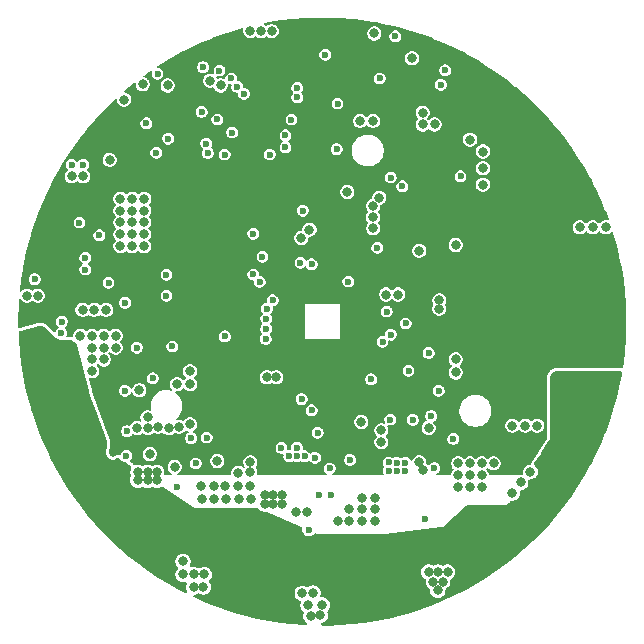
<source format=gbr>
%TF.GenerationSoftware,KiCad,Pcbnew,9.0.0*%
%TF.CreationDate,2025-06-01T03:36:43+08:00*%
%TF.ProjectId,CAPSTONE_MC,43415053-544f-44e4-955f-4d432e6b6963,Ver. 1.0.0*%
%TF.SameCoordinates,Original*%
%TF.FileFunction,Copper,L4,Inr*%
%TF.FilePolarity,Positive*%
%FSLAX46Y46*%
G04 Gerber Fmt 4.6, Leading zero omitted, Abs format (unit mm)*
G04 Created by KiCad (PCBNEW 9.0.0) date 2025-06-01 03:36:43*
%MOMM*%
%LPD*%
G01*
G04 APERTURE LIST*
%TA.AperFunction,ViaPad*%
%ADD10C,0.600000*%
%TD*%
%TA.AperFunction,ViaPad*%
%ADD11C,0.800000*%
%TD*%
%TA.AperFunction,Conductor*%
%ADD12C,0.500000*%
%TD*%
G04 APERTURE END LIST*
D10*
%TO.N,GND*%
X79785000Y-45735000D03*
X80755000Y-45735000D03*
D11*
%TO.N,+3V3*%
X79785000Y-46695000D03*
X80755000Y-46695000D03*
%TO.N,GND*%
X112300000Y-52500000D03*
X93900000Y-72900000D03*
X91500000Y-38600000D03*
X92400000Y-39000000D03*
X113500000Y-73000000D03*
D10*
X98200000Y-70400000D03*
D11*
X92800000Y-72900000D03*
X93900000Y-71800000D03*
X102300000Y-75900000D03*
D10*
X103200000Y-55600000D03*
D11*
X105830000Y-48505000D03*
X85800000Y-38900000D03*
X82500000Y-61200000D03*
X104300000Y-67500000D03*
X91835000Y-73975000D03*
X103112653Y-48012653D03*
X114500000Y-73000000D03*
X96700000Y-34400000D03*
X112500000Y-73000000D03*
X89800000Y-64300000D03*
D10*
X106100000Y-60700000D03*
D11*
X99225000Y-51912653D03*
X117800000Y-72600000D03*
X85900000Y-51600000D03*
X103300000Y-75900000D03*
X81500000Y-63200000D03*
X114600000Y-47400000D03*
X107400000Y-56700000D03*
X109500000Y-71580000D03*
X114500000Y-71000000D03*
D10*
X98845558Y-69664442D03*
D11*
X99700000Y-75100000D03*
X93935000Y-73975000D03*
X96300000Y-63700000D03*
X88900000Y-67900000D03*
X80700000Y-58000000D03*
X84900000Y-48600000D03*
X87100000Y-67900000D03*
D10*
X84470000Y-68270000D03*
X86100000Y-42200000D03*
D11*
X103300000Y-74900000D03*
X112500000Y-71000000D03*
X89800000Y-63200000D03*
X83900000Y-52600000D03*
X112300000Y-63300000D03*
X109500000Y-41300000D03*
X104200000Y-42000000D03*
X106400000Y-56700000D03*
X110900000Y-57900000D03*
X112500000Y-72000000D03*
X80500000Y-60200000D03*
X105500000Y-75900000D03*
X125000000Y-51000000D03*
X115500000Y-71000000D03*
X90800000Y-74000000D03*
X92835000Y-73975000D03*
X114500000Y-72000000D03*
X110500000Y-42300000D03*
X83000000Y-45300000D03*
X117100000Y-73500000D03*
X81500000Y-60200000D03*
X85900000Y-52600000D03*
X83500000Y-61200000D03*
X97100000Y-63700000D03*
X86400000Y-70200000D03*
X105285000Y-50155000D03*
X114600000Y-46000000D03*
D10*
X98845558Y-70400000D03*
D11*
X81700000Y-58000000D03*
D10*
X106800000Y-60100000D03*
D11*
X110000000Y-68000000D03*
X113500000Y-71000000D03*
X119200000Y-67800000D03*
X109200000Y-70900000D03*
X106000000Y-69200000D03*
X105300000Y-42000000D03*
X85900000Y-49600000D03*
X85900000Y-48600000D03*
X88000000Y-68000000D03*
X94900000Y-72900000D03*
X83900000Y-49600000D03*
X110900000Y-57200000D03*
X92100000Y-70800000D03*
X82500000Y-60200000D03*
X112300000Y-62200000D03*
X104400000Y-74900000D03*
X94900000Y-34400000D03*
X114600000Y-44600000D03*
X105400000Y-34600000D03*
X99907322Y-51217984D03*
X89800000Y-67700000D03*
X86200000Y-68000000D03*
X106000000Y-68200000D03*
X76900000Y-56800000D03*
X105500000Y-73900000D03*
X94900000Y-70900000D03*
X82500000Y-62200000D03*
X88500000Y-71300000D03*
X118600000Y-71700000D03*
X113500000Y-43600000D03*
X109500000Y-42300000D03*
X84900000Y-49600000D03*
X81500000Y-62200000D03*
X104400000Y-75900000D03*
X83900000Y-48600000D03*
X118200000Y-67800000D03*
D10*
X108670000Y-67310000D03*
D11*
X85300000Y-68000000D03*
X109200000Y-53000000D03*
X81500000Y-61200000D03*
X122800000Y-51000000D03*
X94905000Y-71765000D03*
X104400000Y-73900000D03*
X98800000Y-75100000D03*
X83900000Y-51600000D03*
D10*
X96800000Y-57200000D03*
X101715000Y-73685750D03*
D11*
X90765000Y-72925000D03*
X105300000Y-51100000D03*
X83500000Y-60200000D03*
X123900000Y-51000000D03*
X84900000Y-51600000D03*
X76000000Y-56800000D03*
X94935000Y-73975000D03*
X88700000Y-64300000D03*
X85900000Y-50600000D03*
X105300000Y-49200000D03*
X85500000Y-64800000D03*
X95800000Y-34400000D03*
D10*
X99500000Y-70400000D03*
D11*
X82700000Y-58000000D03*
X108600000Y-36700000D03*
X87900000Y-39000000D03*
X117100000Y-67800000D03*
X84900000Y-50600000D03*
X105500000Y-74900000D03*
X91800000Y-72900000D03*
X84200000Y-40200000D03*
X83900000Y-50600000D03*
X84900000Y-52600000D03*
X86200000Y-67100000D03*
X113500000Y-72000000D03*
D10*
%TO.N,+3V3*%
X87050000Y-38000000D03*
X90900000Y-37450000D03*
X101250000Y-36400000D03*
X99350000Y-49600000D03*
X76650000Y-55400000D03*
%TO.N,+3.3VA*%
X86950000Y-44700000D03*
X95931147Y-53500000D03*
X106800000Y-46800000D03*
X100100000Y-66500000D03*
X84300000Y-64850000D03*
X107775000Y-47535000D03*
X110000000Y-61650000D03*
%TO.N,GNDA*%
X87900000Y-45700000D03*
X107400000Y-66100000D03*
D11*
X84800000Y-65700000D03*
D10*
X96000000Y-68400000D03*
X95931147Y-52100000D03*
X91150000Y-43100000D03*
D11*
X107300000Y-48500000D03*
D10*
X97200000Y-68700000D03*
X100900000Y-65200000D03*
X83259054Y-70127764D03*
X109035000Y-60100000D03*
X109013370Y-61586630D03*
X111700000Y-59105000D03*
X84400000Y-62900000D03*
D11*
%TO.N,/HVBUS*%
X79900000Y-68750000D03*
X79900000Y-66750000D03*
X84400000Y-74300000D03*
X114100000Y-75700000D03*
X94800000Y-75900000D03*
X106600000Y-83400000D03*
X83300000Y-76500000D03*
X104500000Y-78100000D03*
X104500000Y-83400000D03*
X113500000Y-79100000D03*
X84400000Y-76500000D03*
X79900000Y-64700000D03*
X83300000Y-75400000D03*
X94800000Y-80800000D03*
X92800000Y-75900000D03*
X92800000Y-81800000D03*
X117200000Y-76800000D03*
X83300000Y-74300000D03*
X77895000Y-65700000D03*
X76895000Y-65700000D03*
X113500000Y-80300000D03*
X111900000Y-76800000D03*
X123100000Y-68100000D03*
X116135000Y-79095000D03*
X78895000Y-65700000D03*
X105500000Y-78100000D03*
X116150000Y-77915000D03*
X106600000Y-81200000D03*
X116100000Y-76800000D03*
X120900000Y-69400000D03*
X92800000Y-76900000D03*
X105500000Y-79100000D03*
X122000000Y-69400000D03*
X116100000Y-75700000D03*
X122000000Y-66800000D03*
X105500000Y-83400000D03*
X120900000Y-70700000D03*
X76900000Y-63700000D03*
X103500000Y-79100000D03*
X104500000Y-79100000D03*
X113000000Y-75700000D03*
X119700000Y-70700000D03*
X84400000Y-75400000D03*
X78905000Y-69750000D03*
X77905000Y-67750000D03*
X79900000Y-62700000D03*
X79905000Y-70750000D03*
X115100000Y-75700000D03*
X114100000Y-76800000D03*
X94800000Y-81700000D03*
X92800000Y-80800000D03*
X84400000Y-73200000D03*
X79900000Y-69750000D03*
X107600000Y-83400000D03*
X93800000Y-81700000D03*
X117200000Y-77900000D03*
X78900000Y-68750000D03*
X79895000Y-65700000D03*
X103500000Y-83400000D03*
X113000000Y-76800000D03*
X76900000Y-62700000D03*
X94800000Y-76900000D03*
X106600000Y-82300000D03*
X93800000Y-80800000D03*
X77900000Y-64700000D03*
X76900000Y-64700000D03*
X93800000Y-75900000D03*
X84400000Y-77600000D03*
X122000000Y-68100000D03*
X77900000Y-62700000D03*
X77900000Y-63700000D03*
X93800000Y-76900000D03*
X78905000Y-70750000D03*
X79900000Y-63700000D03*
X107600000Y-81200000D03*
X117200000Y-75700000D03*
X120900000Y-68100000D03*
X103500000Y-82300000D03*
D10*
X80900000Y-65000000D03*
D11*
X79900000Y-71750000D03*
X79905000Y-67750000D03*
X115100000Y-76800000D03*
X77900000Y-68750000D03*
X77905000Y-66750000D03*
X83300000Y-73200000D03*
D10*
X85300000Y-61200000D03*
D11*
X123100000Y-66800000D03*
X78905000Y-66750000D03*
X107600000Y-82300000D03*
X103500000Y-78100000D03*
X78900000Y-62700000D03*
X78905000Y-67750000D03*
X78900000Y-63700000D03*
X108700000Y-82300000D03*
X78900000Y-64700000D03*
D10*
%TO.N,+3V8*%
X112700000Y-46700000D03*
X105655000Y-52745000D03*
D11*
%TO.N,/HS2*%
X101000000Y-83000000D03*
X100220000Y-81980000D03*
X99300000Y-82000000D03*
X100815000Y-83865000D03*
X99800000Y-83000000D03*
D10*
X99855000Y-76627500D03*
D11*
X100000000Y-83900000D03*
%TO.N,/HS3*%
X110400000Y-81000000D03*
D10*
X109700000Y-75700000D03*
D11*
X110800000Y-80200000D03*
X111600000Y-80200000D03*
X110000000Y-80200000D03*
X111200000Y-81000000D03*
X110775000Y-81755000D03*
%TO.N,/HS1*%
X89200000Y-80400000D03*
X90935000Y-81465000D03*
X90100000Y-80400000D03*
X90100000Y-81465000D03*
X91000000Y-80400000D03*
D10*
X88660000Y-72960000D03*
D11*
X89200000Y-79300000D03*
D10*
%TO.N,/CURRENT_3*%
X108300000Y-63150000D03*
X93360000Y-42990000D03*
%TO.N,/CURRENT_2*%
X92112064Y-41880692D03*
X99255000Y-65549647D03*
%TO.N,/CURRENT_1*%
X86650000Y-63800000D03*
X90780000Y-41238000D03*
%TO.N,/ADC_TEMP*%
X92758058Y-60241942D03*
X103350770Y-70698571D03*
%TO.N,/TEMP_MOTOR*%
X95150000Y-51550000D03*
%TO.N,/CANH*%
X82900000Y-55700000D03*
X111397921Y-37724796D03*
X87800000Y-55025000D03*
%TO.N,/CANL*%
X87800000Y-56800000D03*
X84300000Y-57400000D03*
X111041942Y-38941942D03*
%TO.N,/U1_RX_FAULT*%
X80435000Y-50605000D03*
X93801000Y-39130000D03*
%TO.N,/U1_TX_SERVO*%
X94360608Y-39701702D03*
X82125000Y-51695000D03*
%TO.N,/LED_RED*%
X95691117Y-55625000D03*
X100100000Y-54150000D03*
X78900000Y-59950000D03*
%TO.N,/LED_GREEN*%
X99150000Y-54000000D03*
X78950000Y-59000000D03*
X95150000Y-55000000D03*
%TO.N,Net-(U4-VS)*%
X108030000Y-71650000D03*
X107310000Y-71640000D03*
X106610000Y-71640000D03*
X107310000Y-70930000D03*
X108020000Y-70940000D03*
X106610000Y-70920000D03*
X106750000Y-67290000D03*
D11*
%TO.N,Net-(U3-VS)*%
X97620000Y-74420000D03*
X96140000Y-74430000D03*
X96860000Y-74430000D03*
X96140000Y-73670000D03*
D10*
X97540000Y-69690000D03*
D11*
X97600000Y-73670000D03*
X96860000Y-73670000D03*
%TO.N,Net-(U2-VS)*%
X86200000Y-72430000D03*
X87020000Y-72430000D03*
X87020000Y-71710000D03*
D10*
X84400000Y-70360000D03*
D11*
X86200000Y-71710000D03*
X85380000Y-72420000D03*
X85390000Y-71710000D03*
D10*
%TO.N,/AN_IN*%
X87950000Y-43500000D03*
X88300000Y-61100000D03*
%TO.N,/VOLTAGE_1*%
X90285000Y-71005000D03*
X91161930Y-43925300D03*
%TO.N,/VOLTAGE_2*%
X91302298Y-44712892D03*
X100700000Y-73650000D03*
%TO.N,/VOLTAGE_3*%
X110475000Y-71395000D03*
X92733000Y-44850000D03*
%TO.N,/USB_DM*%
X98880000Y-40000003D03*
X80930000Y-54585000D03*
%TO.N,/USB_DP*%
X98880000Y-39200000D03*
X80935000Y-53595000D03*
%TO.N,/L1*%
X89890000Y-68860000D03*
X96556147Y-44850000D03*
%TO.N,/TX_SCL_MOSI*%
X96306149Y-57906149D03*
%TO.N,/H1*%
X91215000Y-68810000D03*
X97875000Y-43225000D03*
%TO.N,/L3*%
X102215000Y-44395822D03*
X110205707Y-66994293D03*
%TO.N,/L2*%
X100385001Y-70508771D03*
X97875000Y-44230000D03*
%TO.N,/H3*%
X112090000Y-68930000D03*
X102290000Y-40530000D03*
%TO.N,/MISO_ADC_EXT2*%
X96258058Y-58741942D03*
%TO.N,/H2*%
X98383058Y-41883058D03*
X101635000Y-71430000D03*
%TO.N,/SCK_ADC_EXT*%
X96240750Y-59608519D03*
%TO.N,/CAN_RX*%
X105870000Y-38410000D03*
X93293161Y-38410000D03*
%TO.N,/CAN_TX*%
X92290000Y-37736902D03*
X107180000Y-34840000D03*
%TO.N,/RX_SDA_NSS*%
X96208242Y-60459895D03*
%TO.N,/Vref*%
X108050000Y-59150000D03*
X100600000Y-68400000D03*
X106444669Y-58144669D03*
X105121942Y-63878058D03*
X110850000Y-64850000D03*
%TD*%
D12*
%TO.N,GNDA*%
X83259054Y-70127764D02*
X83259054Y-67240946D01*
X83259054Y-67240946D02*
X84800000Y-65700000D01*
%TD*%
%TA.AperFunction,Conductor*%
%TO.N,/HVBUS*%
G36*
X77267534Y-59366217D02*
G01*
X77297605Y-59373707D01*
X77385045Y-59407567D01*
X77412315Y-59422281D01*
X77492935Y-59479849D01*
X77494993Y-59481318D01*
X77507041Y-59491115D01*
X78470274Y-60380253D01*
X78611948Y-60472206D01*
X78776154Y-60511744D01*
X79731023Y-60575401D01*
X79750130Y-60578183D01*
X79873238Y-60606050D01*
X79909042Y-60620294D01*
X80009198Y-60679611D01*
X80038899Y-60704161D01*
X80116003Y-60791362D01*
X80136734Y-60823851D01*
X80187265Y-60939501D01*
X80193600Y-60957763D01*
X81220228Y-64881766D01*
X81225343Y-64899912D01*
X81231111Y-64917779D01*
X81498582Y-65695873D01*
X81499996Y-65699934D01*
X81501568Y-65704314D01*
X81804974Y-66538679D01*
X82751088Y-69140492D01*
X82758554Y-69182866D01*
X82758554Y-69480667D01*
X82754943Y-69506407D01*
X82755515Y-69506512D01*
X82754420Y-69512508D01*
X82710984Y-70038528D01*
X82709475Y-70047213D01*
X82709614Y-70047232D01*
X82708554Y-70055287D01*
X82708554Y-70055289D01*
X82708554Y-70200239D01*
X82742661Y-70327525D01*
X82746071Y-70340252D01*
X82818542Y-70465775D01*
X82818544Y-70465777D01*
X82818545Y-70465779D01*
X82921039Y-70568273D01*
X82921040Y-70568274D01*
X82921042Y-70568275D01*
X83046565Y-70640746D01*
X83046566Y-70640746D01*
X83046569Y-70640748D01*
X83186579Y-70678264D01*
X83186582Y-70678264D01*
X83331526Y-70678264D01*
X83331529Y-70678264D01*
X83471539Y-70640748D01*
X83597069Y-70568273D01*
X83609197Y-70556144D01*
X83636834Y-70541052D01*
X83663560Y-70524385D01*
X83667266Y-70524435D01*
X83670518Y-70522660D01*
X83701922Y-70524905D01*
X83733423Y-70525332D01*
X83737965Y-70527481D01*
X83740209Y-70527642D01*
X83765326Y-70540428D01*
X83907994Y-70634871D01*
X83946932Y-70676264D01*
X83959490Y-70698014D01*
X83959491Y-70698015D01*
X84061985Y-70800509D01*
X84061987Y-70800510D01*
X84061988Y-70800511D01*
X84078867Y-70810256D01*
X84187515Y-70872984D01*
X84302721Y-70903853D01*
X84339065Y-70920226D01*
X84623309Y-71108387D01*
X84787316Y-71216956D01*
X84832351Y-71270375D01*
X84841357Y-71339662D01*
X84821974Y-71389240D01*
X84813541Y-71401861D01*
X84813533Y-71401875D01*
X84764499Y-71520255D01*
X84764497Y-71520261D01*
X84739500Y-71645928D01*
X84739500Y-71645931D01*
X84739500Y-71774069D01*
X84739500Y-71774071D01*
X84739499Y-71774071D01*
X84764497Y-71899738D01*
X84764500Y-71899748D01*
X84808602Y-72006221D01*
X84816071Y-72075691D01*
X84805498Y-72106093D01*
X84805866Y-72106246D01*
X84754499Y-72230255D01*
X84754497Y-72230261D01*
X84729500Y-72355928D01*
X84729500Y-72355931D01*
X84729500Y-72484069D01*
X84729500Y-72484071D01*
X84729499Y-72484071D01*
X84754497Y-72609738D01*
X84754499Y-72609744D01*
X84803533Y-72728124D01*
X84803538Y-72728133D01*
X84874723Y-72834668D01*
X84874726Y-72834672D01*
X84965327Y-72925273D01*
X84965331Y-72925276D01*
X85071866Y-72996461D01*
X85071875Y-72996466D01*
X85076187Y-72998252D01*
X85190256Y-73045501D01*
X85190260Y-73045501D01*
X85190261Y-73045502D01*
X85315928Y-73070500D01*
X85315931Y-73070500D01*
X85444071Y-73070500D01*
X85528615Y-73053682D01*
X85569744Y-73045501D01*
X85688127Y-72996465D01*
X85713627Y-72979425D01*
X85780301Y-72958549D01*
X85847682Y-72977033D01*
X85851407Y-72979427D01*
X85891866Y-73006461D01*
X85891872Y-73006464D01*
X85891873Y-73006465D01*
X86010256Y-73055501D01*
X86010260Y-73055501D01*
X86010261Y-73055502D01*
X86135928Y-73080500D01*
X86135931Y-73080500D01*
X86264071Y-73080500D01*
X86348615Y-73063682D01*
X86389744Y-73055501D01*
X86508127Y-73006465D01*
X86541109Y-72984426D01*
X86607785Y-72963548D01*
X86675165Y-72982032D01*
X86678868Y-72984412D01*
X86711873Y-73006465D01*
X86830256Y-73055501D01*
X86830260Y-73055501D01*
X86830261Y-73055502D01*
X86955928Y-73080500D01*
X86955931Y-73080500D01*
X87084071Y-73080500D01*
X87168615Y-73063682D01*
X87209744Y-73055501D01*
X87328127Y-73006465D01*
X87340420Y-72998250D01*
X87407093Y-72977370D01*
X87474474Y-72995851D01*
X87477721Y-72997927D01*
X90074506Y-74716926D01*
X90206387Y-74778781D01*
X90350494Y-74799999D01*
X90350496Y-74800000D01*
X90350499Y-74800000D01*
X95539417Y-74800000D01*
X95606456Y-74819685D01*
X95630071Y-74840706D01*
X95630416Y-74840362D01*
X95725327Y-74935273D01*
X95725331Y-74935276D01*
X95831866Y-75006461D01*
X95831872Y-75006464D01*
X95831873Y-75006465D01*
X95950256Y-75055501D01*
X95950260Y-75055501D01*
X95950261Y-75055502D01*
X96075928Y-75080500D01*
X96075931Y-75080500D01*
X96204072Y-75080500D01*
X96222454Y-75076842D01*
X96248849Y-75071592D01*
X96318439Y-75077816D01*
X96323810Y-75080077D01*
X98995112Y-76279438D01*
X99240880Y-76389783D01*
X99293976Y-76435199D01*
X99314088Y-76502111D01*
X99309867Y-76534994D01*
X99304500Y-76555025D01*
X99304500Y-76699975D01*
X99342016Y-76839985D01*
X99342017Y-76839988D01*
X99414488Y-76965511D01*
X99414490Y-76965513D01*
X99414491Y-76965515D01*
X99516985Y-77068009D01*
X99516986Y-77068010D01*
X99516988Y-77068011D01*
X99642511Y-77140482D01*
X99642512Y-77140482D01*
X99642515Y-77140484D01*
X99782525Y-77178000D01*
X99782528Y-77178000D01*
X99927472Y-77178000D01*
X99927475Y-77178000D01*
X100067485Y-77140484D01*
X100193015Y-77068009D01*
X100295509Y-76965515D01*
X100295509Y-76965514D01*
X100301256Y-76959768D01*
X100302603Y-76961115D01*
X100350565Y-76926087D01*
X100420310Y-76921925D01*
X100443306Y-76929648D01*
X100502300Y-76956135D01*
X100602375Y-76988911D01*
X100707095Y-77000000D01*
X100707104Y-77000000D01*
X106269502Y-77000000D01*
X106269517Y-77000000D01*
X106299915Y-76999073D01*
X106299924Y-76999072D01*
X106299943Y-76999072D01*
X106330272Y-76996293D01*
X111042774Y-76419252D01*
X111189821Y-76377725D01*
X111317460Y-76293727D01*
X113151529Y-74634330D01*
X113163372Y-74624866D01*
X113244689Y-74567685D01*
X113271427Y-74553413D01*
X113357022Y-74520438D01*
X113386426Y-74513082D01*
X113463084Y-74503638D01*
X113485073Y-74500930D01*
X113500233Y-74500000D01*
X116427302Y-74500000D01*
X116550835Y-74484499D01*
X116666708Y-74438959D01*
X116767738Y-74366201D01*
X116847660Y-74270739D01*
X116892003Y-74201890D01*
X116944848Y-74156191D01*
X117014017Y-74146316D01*
X117020437Y-74147417D01*
X117027357Y-74148794D01*
X117035930Y-74150500D01*
X117035931Y-74150500D01*
X117164071Y-74150500D01*
X117248615Y-74133682D01*
X117289744Y-74125501D01*
X117408127Y-74076465D01*
X117514669Y-74005276D01*
X117605276Y-73914669D01*
X117676465Y-73808127D01*
X117725501Y-73689744D01*
X117733682Y-73648615D01*
X117750500Y-73564071D01*
X117750500Y-73435928D01*
X117743093Y-73398692D01*
X117749320Y-73329100D01*
X117792183Y-73273923D01*
X117858072Y-73250678D01*
X117863832Y-73250523D01*
X117864071Y-73250500D01*
X117948615Y-73233682D01*
X117989744Y-73225501D01*
X118108127Y-73176465D01*
X118214669Y-73105276D01*
X118305276Y-73014669D01*
X118376465Y-72908127D01*
X118425501Y-72789744D01*
X118441313Y-72710256D01*
X118450500Y-72664071D01*
X118450500Y-72535928D01*
X118443093Y-72498692D01*
X118449320Y-72429100D01*
X118492183Y-72373923D01*
X118558072Y-72350678D01*
X118564710Y-72350500D01*
X118664071Y-72350500D01*
X118762959Y-72330829D01*
X118789744Y-72325501D01*
X118908127Y-72276465D01*
X119014669Y-72205276D01*
X119105276Y-72114669D01*
X119176465Y-72008127D01*
X119225501Y-71889744D01*
X119242303Y-71805276D01*
X119250500Y-71764071D01*
X119250500Y-71635928D01*
X119225502Y-71510261D01*
X119225501Y-71510260D01*
X119225501Y-71510256D01*
X119176465Y-71391873D01*
X119176464Y-71391872D01*
X119176461Y-71391866D01*
X119105276Y-71285331D01*
X119105273Y-71285327D01*
X119014672Y-71194726D01*
X119014665Y-71194721D01*
X118986116Y-71175644D01*
X118941311Y-71122031D01*
X118932605Y-71052706D01*
X118950757Y-71005404D01*
X119475260Y-70191045D01*
X119633736Y-69944990D01*
X120220358Y-69034182D01*
X120279676Y-68904548D01*
X120300000Y-68763444D01*
X120300000Y-63708125D01*
X120301061Y-63691940D01*
X120314906Y-63586776D01*
X120323284Y-63555508D01*
X120334532Y-63528353D01*
X120360740Y-63465079D01*
X120376923Y-63437050D01*
X120436513Y-63359392D01*
X120459392Y-63336513D01*
X120537050Y-63276923D01*
X120565079Y-63260740D01*
X120655509Y-63223283D01*
X120686775Y-63214906D01*
X120791941Y-63201061D01*
X120808126Y-63200000D01*
X126250997Y-63200000D01*
X126268934Y-63205266D01*
X126287628Y-63205534D01*
X126301764Y-63214907D01*
X126318036Y-63219685D01*
X126330277Y-63233811D01*
X126345860Y-63244144D01*
X126352685Y-63259672D01*
X126363791Y-63272489D01*
X126366451Y-63290993D01*
X126373974Y-63308108D01*
X126373516Y-63340128D01*
X126373735Y-63341647D01*
X126373484Y-63343306D01*
X126366129Y-63389744D01*
X126344934Y-63523560D01*
X126344078Y-63528352D01*
X126147803Y-64515095D01*
X126146760Y-64519851D01*
X125911888Y-65498163D01*
X125910658Y-65502875D01*
X125637569Y-66471173D01*
X125636156Y-66475832D01*
X125325260Y-67432675D01*
X125323665Y-67437276D01*
X124975433Y-68381199D01*
X124973658Y-68385733D01*
X124588651Y-69315223D01*
X124586700Y-69319684D01*
X124165487Y-70233363D01*
X124163362Y-70237744D01*
X123706601Y-71134191D01*
X123704305Y-71138485D01*
X123212720Y-72016272D01*
X123210258Y-72020473D01*
X122684578Y-72878305D01*
X122681953Y-72882406D01*
X122122993Y-73718948D01*
X122120209Y-73722942D01*
X121528854Y-74536873D01*
X121525915Y-74540756D01*
X120903048Y-75330859D01*
X120899959Y-75334623D01*
X120246553Y-76099664D01*
X120243319Y-76103303D01*
X119560386Y-76842095D01*
X119557011Y-76845605D01*
X118845605Y-77557011D01*
X118842095Y-77560386D01*
X118103303Y-78243319D01*
X118099664Y-78246553D01*
X117334623Y-78899959D01*
X117330859Y-78903048D01*
X116540756Y-79525915D01*
X116536873Y-79528854D01*
X115722942Y-80120209D01*
X115718948Y-80122993D01*
X114882406Y-80681953D01*
X114878305Y-80684578D01*
X114020473Y-81210258D01*
X114016272Y-81212720D01*
X113138485Y-81704305D01*
X113134191Y-81706601D01*
X112237744Y-82163362D01*
X112233363Y-82165487D01*
X111319684Y-82586700D01*
X111315223Y-82588651D01*
X110385733Y-82973658D01*
X110381199Y-82975433D01*
X109437276Y-83323665D01*
X109432675Y-83325260D01*
X108475832Y-83636156D01*
X108471173Y-83637569D01*
X107502875Y-83910658D01*
X107498163Y-83911888D01*
X106519851Y-84146760D01*
X106515095Y-84147803D01*
X105528353Y-84344078D01*
X105523560Y-84344934D01*
X104529853Y-84502322D01*
X104525030Y-84502989D01*
X103525936Y-84621239D01*
X103521090Y-84621717D01*
X102518068Y-84700657D01*
X102513207Y-84700943D01*
X101507922Y-84740441D01*
X101503054Y-84740537D01*
X101006723Y-84740537D01*
X100939684Y-84720852D01*
X100893929Y-84668048D01*
X100883985Y-84598890D01*
X100913010Y-84535334D01*
X100971788Y-84497560D01*
X100982531Y-84494920D01*
X100997932Y-84491855D01*
X101004744Y-84490501D01*
X101123127Y-84441465D01*
X101229669Y-84370276D01*
X101320276Y-84279669D01*
X101391465Y-84173127D01*
X101440501Y-84054744D01*
X101448682Y-84013615D01*
X101465500Y-83929071D01*
X101465500Y-83800928D01*
X101440502Y-83675261D01*
X101440501Y-83675260D01*
X101440501Y-83675256D01*
X101414854Y-83613340D01*
X101407386Y-83543874D01*
X101438660Y-83481395D01*
X101441681Y-83478263D01*
X101505276Y-83414669D01*
X101576465Y-83308127D01*
X101625501Y-83189744D01*
X101650500Y-83064069D01*
X101650500Y-82935931D01*
X101650500Y-82935928D01*
X101625502Y-82810261D01*
X101625501Y-82810260D01*
X101625501Y-82810256D01*
X101576465Y-82691873D01*
X101576464Y-82691872D01*
X101576461Y-82691866D01*
X101505276Y-82585331D01*
X101505273Y-82585327D01*
X101414672Y-82494726D01*
X101414668Y-82494723D01*
X101308133Y-82423538D01*
X101308124Y-82423533D01*
X101189744Y-82374499D01*
X101189738Y-82374497D01*
X101064071Y-82349500D01*
X101064069Y-82349500D01*
X100956623Y-82349500D01*
X100889584Y-82329815D01*
X100843829Y-82277011D01*
X100833885Y-82207853D01*
X100842061Y-82178050D01*
X100845499Y-82169748D01*
X100845501Y-82169744D01*
X100861264Y-82090500D01*
X100870500Y-82044071D01*
X100870500Y-81915928D01*
X100845502Y-81790261D01*
X100845501Y-81790260D01*
X100845501Y-81790256D01*
X100804138Y-81690397D01*
X100796466Y-81671875D01*
X100796461Y-81671866D01*
X100725276Y-81565331D01*
X100725273Y-81565327D01*
X100634672Y-81474726D01*
X100634668Y-81474723D01*
X100528133Y-81403538D01*
X100528124Y-81403533D01*
X100409744Y-81354499D01*
X100409738Y-81354497D01*
X100284071Y-81329500D01*
X100284069Y-81329500D01*
X100155931Y-81329500D01*
X100155929Y-81329500D01*
X100030261Y-81354497D01*
X100030255Y-81354499D01*
X99911875Y-81403533D01*
X99911868Y-81403537D01*
X99813923Y-81468982D01*
X99747246Y-81489859D01*
X99679866Y-81471374D01*
X99676142Y-81468981D01*
X99608133Y-81423538D01*
X99608124Y-81423533D01*
X99489744Y-81374499D01*
X99489738Y-81374497D01*
X99364071Y-81349500D01*
X99364069Y-81349500D01*
X99235931Y-81349500D01*
X99235929Y-81349500D01*
X99110261Y-81374497D01*
X99110255Y-81374499D01*
X98991875Y-81423533D01*
X98991866Y-81423538D01*
X98885331Y-81494723D01*
X98885327Y-81494726D01*
X98794726Y-81585327D01*
X98794723Y-81585331D01*
X98723538Y-81691866D01*
X98723533Y-81691875D01*
X98674499Y-81810255D01*
X98674497Y-81810261D01*
X98649500Y-81935928D01*
X98649500Y-81935931D01*
X98649500Y-82064069D01*
X98649500Y-82064071D01*
X98649499Y-82064071D01*
X98674497Y-82189738D01*
X98674499Y-82189744D01*
X98723533Y-82308124D01*
X98723538Y-82308133D01*
X98794723Y-82414668D01*
X98794726Y-82414672D01*
X98885327Y-82505273D01*
X98885331Y-82505276D01*
X98991866Y-82576461D01*
X98991875Y-82576466D01*
X99115850Y-82627818D01*
X99170253Y-82671659D01*
X99192318Y-82737953D01*
X99182960Y-82789828D01*
X99174499Y-82810256D01*
X99174497Y-82810261D01*
X99149500Y-82935928D01*
X99149500Y-82935931D01*
X99149500Y-83064069D01*
X99149500Y-83064071D01*
X99149499Y-83064071D01*
X99174497Y-83189738D01*
X99174499Y-83189744D01*
X99223533Y-83308124D01*
X99223538Y-83308133D01*
X99294723Y-83414668D01*
X99294726Y-83414672D01*
X99379121Y-83499067D01*
X99412606Y-83560390D01*
X99407622Y-83630082D01*
X99406002Y-83634199D01*
X99374499Y-83710256D01*
X99374497Y-83710261D01*
X99349500Y-83835928D01*
X99349500Y-83835931D01*
X99349500Y-83964069D01*
X99349500Y-83964071D01*
X99349499Y-83964071D01*
X99374497Y-84089738D01*
X99374499Y-84089744D01*
X99423533Y-84208124D01*
X99423538Y-84208133D01*
X99494723Y-84314668D01*
X99494726Y-84314672D01*
X99585327Y-84405273D01*
X99585331Y-84405276D01*
X99696056Y-84479261D01*
X99696940Y-84480319D01*
X99698248Y-84480760D01*
X99719268Y-84507035D01*
X99740861Y-84532873D01*
X99741033Y-84534242D01*
X99741895Y-84535320D01*
X99745373Y-84568799D01*
X99749568Y-84602198D01*
X99748972Y-84603442D01*
X99749115Y-84604815D01*
X99733937Y-84634868D01*
X99719413Y-84665226D01*
X99718239Y-84665950D01*
X99717618Y-84667182D01*
X99688607Y-84684255D01*
X99659970Y-84701945D01*
X99658204Y-84702147D01*
X99657402Y-84702620D01*
X99622297Y-84706267D01*
X99486792Y-84700943D01*
X99481931Y-84700657D01*
X98478909Y-84621717D01*
X98474063Y-84621239D01*
X97474969Y-84502989D01*
X97470146Y-84502322D01*
X96476439Y-84344934D01*
X96471646Y-84344078D01*
X95484904Y-84147803D01*
X95480148Y-84146760D01*
X94501836Y-83911888D01*
X94497124Y-83910658D01*
X93528826Y-83637569D01*
X93524167Y-83636156D01*
X92567324Y-83325260D01*
X92562723Y-83323665D01*
X91618800Y-82975433D01*
X91614266Y-82973658D01*
X90684776Y-82588651D01*
X90680315Y-82586700D01*
X90157259Y-82345567D01*
X90104619Y-82299623D01*
X90085174Y-82232514D01*
X90105098Y-82165545D01*
X90158065Y-82119979D01*
X90184982Y-82111340D01*
X90289744Y-82090501D01*
X90408127Y-82041465D01*
X90448609Y-82014416D01*
X90515286Y-81993538D01*
X90582666Y-82012022D01*
X90586391Y-82014416D01*
X90626867Y-82041461D01*
X90626875Y-82041466D01*
X90633164Y-82044071D01*
X90745256Y-82090501D01*
X90745260Y-82090501D01*
X90745261Y-82090502D01*
X90870928Y-82115500D01*
X90870931Y-82115500D01*
X90999071Y-82115500D01*
X91083615Y-82098682D01*
X91124744Y-82090501D01*
X91243127Y-82041465D01*
X91349669Y-81970276D01*
X91440276Y-81879669D01*
X91511465Y-81773127D01*
X91560501Y-81654744D01*
X91571855Y-81597664D01*
X91585500Y-81529071D01*
X91585500Y-81400928D01*
X91560502Y-81275261D01*
X91560501Y-81275260D01*
X91560501Y-81275256D01*
X91511465Y-81156873D01*
X91511464Y-81156872D01*
X91511461Y-81156866D01*
X91440276Y-81050331D01*
X91436411Y-81045621D01*
X91438041Y-81044283D01*
X91409142Y-80991358D01*
X91414126Y-80921666D01*
X91442627Y-80877319D01*
X91505273Y-80814672D01*
X91505276Y-80814669D01*
X91576465Y-80708127D01*
X91625501Y-80589744D01*
X91650500Y-80464069D01*
X91650500Y-80335931D01*
X91650500Y-80335928D01*
X91636206Y-80264071D01*
X109349499Y-80264071D01*
X109374497Y-80389738D01*
X109374499Y-80389744D01*
X109423533Y-80508124D01*
X109423538Y-80508133D01*
X109494723Y-80614668D01*
X109494726Y-80614672D01*
X109585327Y-80705273D01*
X109585335Y-80705279D01*
X109696938Y-80779850D01*
X109696233Y-80780905D01*
X109741367Y-80825235D01*
X109756833Y-80893371D01*
X109754692Y-80909828D01*
X109750182Y-80932500D01*
X109749500Y-80935931D01*
X109749500Y-81064069D01*
X109749500Y-81064071D01*
X109749499Y-81064071D01*
X109774497Y-81189738D01*
X109774499Y-81189744D01*
X109823533Y-81308124D01*
X109823538Y-81308133D01*
X109894723Y-81414668D01*
X109894726Y-81414672D01*
X109985327Y-81505273D01*
X109985331Y-81505276D01*
X110071879Y-81563106D01*
X110116684Y-81616718D01*
X110125391Y-81686043D01*
X110124606Y-81690397D01*
X110124500Y-81690931D01*
X110124500Y-81819069D01*
X110124500Y-81819071D01*
X110124499Y-81819071D01*
X110149497Y-81944738D01*
X110149499Y-81944744D01*
X110198533Y-82063124D01*
X110198538Y-82063133D01*
X110269723Y-82169668D01*
X110269726Y-82169672D01*
X110360327Y-82260273D01*
X110360331Y-82260276D01*
X110466866Y-82331461D01*
X110466872Y-82331464D01*
X110466873Y-82331465D01*
X110585256Y-82380501D01*
X110585260Y-82380501D01*
X110585261Y-82380502D01*
X110710928Y-82405500D01*
X110710931Y-82405500D01*
X110839071Y-82405500D01*
X110923615Y-82388682D01*
X110964744Y-82380501D01*
X111083127Y-82331465D01*
X111189669Y-82260276D01*
X111280276Y-82169669D01*
X111351465Y-82063127D01*
X111400501Y-81944744D01*
X111425500Y-81819069D01*
X111425500Y-81693544D01*
X111445185Y-81626505D01*
X111497989Y-81580750D01*
X111502023Y-81578993D01*
X111508127Y-81576465D01*
X111614669Y-81505276D01*
X111705276Y-81414669D01*
X111776465Y-81308127D01*
X111825501Y-81189744D01*
X111850500Y-81064069D01*
X111850500Y-80935931D01*
X111845308Y-80909828D01*
X111851534Y-80840240D01*
X111894396Y-80785062D01*
X111907426Y-80776934D01*
X112010402Y-80708127D01*
X112014669Y-80705276D01*
X112105276Y-80614669D01*
X112176465Y-80508127D01*
X112225501Y-80389744D01*
X112250500Y-80264069D01*
X112250500Y-80135931D01*
X112250500Y-80135928D01*
X112225502Y-80010261D01*
X112225501Y-80010260D01*
X112225501Y-80010256D01*
X112176465Y-79891873D01*
X112176464Y-79891872D01*
X112176461Y-79891866D01*
X112105276Y-79785331D01*
X112105273Y-79785327D01*
X112014672Y-79694726D01*
X112014668Y-79694723D01*
X111908133Y-79623538D01*
X111908124Y-79623533D01*
X111789744Y-79574499D01*
X111789738Y-79574497D01*
X111664071Y-79549500D01*
X111664069Y-79549500D01*
X111535931Y-79549500D01*
X111535929Y-79549500D01*
X111410261Y-79574497D01*
X111410255Y-79574499D01*
X111291872Y-79623534D01*
X111268888Y-79638892D01*
X111202210Y-79659768D01*
X111134830Y-79641282D01*
X111131112Y-79638892D01*
X111108127Y-79623534D01*
X110989744Y-79574499D01*
X110989738Y-79574497D01*
X110864071Y-79549500D01*
X110864069Y-79549500D01*
X110735931Y-79549500D01*
X110735929Y-79549500D01*
X110610261Y-79574497D01*
X110610255Y-79574499D01*
X110491872Y-79623534D01*
X110468888Y-79638892D01*
X110402210Y-79659768D01*
X110334830Y-79641282D01*
X110331112Y-79638892D01*
X110308127Y-79623534D01*
X110189744Y-79574499D01*
X110189738Y-79574497D01*
X110064071Y-79549500D01*
X110064069Y-79549500D01*
X109935931Y-79549500D01*
X109935929Y-79549500D01*
X109810261Y-79574497D01*
X109810255Y-79574499D01*
X109691875Y-79623533D01*
X109691866Y-79623538D01*
X109585331Y-79694723D01*
X109585327Y-79694726D01*
X109494726Y-79785327D01*
X109494723Y-79785331D01*
X109423538Y-79891866D01*
X109423533Y-79891875D01*
X109374499Y-80010255D01*
X109374497Y-80010261D01*
X109349500Y-80135928D01*
X109349500Y-80135931D01*
X109349500Y-80264069D01*
X109349500Y-80264071D01*
X109349499Y-80264071D01*
X91636206Y-80264071D01*
X91625502Y-80210261D01*
X91625501Y-80210260D01*
X91625501Y-80210256D01*
X91625499Y-80210251D01*
X91611847Y-80177291D01*
X91576466Y-80091876D01*
X91576466Y-80091875D01*
X91576465Y-80091873D01*
X91576463Y-80091870D01*
X91576461Y-80091866D01*
X91505276Y-79985331D01*
X91505273Y-79985327D01*
X91414672Y-79894726D01*
X91414668Y-79894723D01*
X91308133Y-79823538D01*
X91308124Y-79823533D01*
X91189744Y-79774499D01*
X91189738Y-79774497D01*
X91064071Y-79749500D01*
X91064069Y-79749500D01*
X90935931Y-79749500D01*
X90935929Y-79749500D01*
X90810261Y-79774497D01*
X90810255Y-79774499D01*
X90691875Y-79823533D01*
X90691861Y-79823541D01*
X90618890Y-79872299D01*
X90552213Y-79893177D01*
X90484833Y-79874692D01*
X90481110Y-79872299D01*
X90408138Y-79823541D01*
X90408124Y-79823533D01*
X90289744Y-79774499D01*
X90289738Y-79774497D01*
X90164071Y-79749500D01*
X90164069Y-79749500D01*
X90035931Y-79749500D01*
X90035926Y-79749500D01*
X89916880Y-79773180D01*
X89847289Y-79766953D01*
X89792111Y-79724090D01*
X89768867Y-79658200D01*
X89778127Y-79604113D01*
X89825501Y-79489744D01*
X89850500Y-79364069D01*
X89850500Y-79235931D01*
X89850500Y-79235928D01*
X89825502Y-79110261D01*
X89825501Y-79110260D01*
X89825501Y-79110256D01*
X89776465Y-78991873D01*
X89776464Y-78991872D01*
X89776461Y-78991866D01*
X89705276Y-78885331D01*
X89705273Y-78885327D01*
X89614672Y-78794726D01*
X89614668Y-78794723D01*
X89508133Y-78723538D01*
X89508124Y-78723533D01*
X89389744Y-78674499D01*
X89389738Y-78674497D01*
X89264071Y-78649500D01*
X89264069Y-78649500D01*
X89135931Y-78649500D01*
X89135929Y-78649500D01*
X89010261Y-78674497D01*
X89010255Y-78674499D01*
X88891875Y-78723533D01*
X88891866Y-78723538D01*
X88785331Y-78794723D01*
X88785327Y-78794726D01*
X88694726Y-78885327D01*
X88694723Y-78885331D01*
X88623538Y-78991866D01*
X88623533Y-78991875D01*
X88574499Y-79110255D01*
X88574497Y-79110261D01*
X88549500Y-79235928D01*
X88549500Y-79235931D01*
X88549500Y-79364069D01*
X88549500Y-79364071D01*
X88549499Y-79364071D01*
X88574497Y-79489738D01*
X88574499Y-79489744D01*
X88623533Y-79608124D01*
X88623538Y-79608133D01*
X88694723Y-79714668D01*
X88694726Y-79714672D01*
X88742373Y-79762319D01*
X88775858Y-79823642D01*
X88770874Y-79893334D01*
X88742373Y-79937681D01*
X88694726Y-79985327D01*
X88694723Y-79985331D01*
X88623538Y-80091866D01*
X88623533Y-80091875D01*
X88574499Y-80210255D01*
X88574497Y-80210261D01*
X88549500Y-80335928D01*
X88549500Y-80335931D01*
X88549500Y-80464069D01*
X88549500Y-80464071D01*
X88549499Y-80464071D01*
X88574497Y-80589738D01*
X88574499Y-80589744D01*
X88623533Y-80708124D01*
X88623538Y-80708133D01*
X88694723Y-80814668D01*
X88694726Y-80814672D01*
X88785327Y-80905273D01*
X88785331Y-80905276D01*
X88891866Y-80976461D01*
X88891872Y-80976464D01*
X88891873Y-80976465D01*
X89010256Y-81025501D01*
X89010260Y-81025501D01*
X89010261Y-81025502D01*
X89135928Y-81050500D01*
X89135931Y-81050500D01*
X89264071Y-81050500D01*
X89367319Y-81029962D01*
X89436911Y-81036189D01*
X89492088Y-81079052D01*
X89515333Y-81144941D01*
X89506072Y-81199031D01*
X89474500Y-81275251D01*
X89474497Y-81275261D01*
X89449500Y-81400928D01*
X89449500Y-81400931D01*
X89449500Y-81529069D01*
X89449500Y-81529071D01*
X89449499Y-81529071D01*
X89474497Y-81654738D01*
X89474499Y-81654744D01*
X89523533Y-81773124D01*
X89523538Y-81773133D01*
X89531648Y-81785270D01*
X89552526Y-81851948D01*
X89534041Y-81919328D01*
X89482062Y-81966018D01*
X89413092Y-81977194D01*
X89372251Y-81964646D01*
X88865808Y-81706601D01*
X88861514Y-81704305D01*
X87983727Y-81212720D01*
X87979526Y-81210258D01*
X87121694Y-80684578D01*
X87117593Y-80681953D01*
X86281051Y-80122993D01*
X86277057Y-80120209D01*
X85463126Y-79528854D01*
X85459243Y-79525915D01*
X84669140Y-78903048D01*
X84665376Y-78899959D01*
X83900335Y-78246553D01*
X83896696Y-78243319D01*
X83157904Y-77560386D01*
X83154394Y-77557011D01*
X82442988Y-76845605D01*
X82439613Y-76842095D01*
X82437663Y-76839985D01*
X81756667Y-76103288D01*
X81753459Y-76099678D01*
X81100040Y-75334623D01*
X81096951Y-75330859D01*
X80474084Y-74540756D01*
X80471145Y-74536873D01*
X79879790Y-73722942D01*
X79877006Y-73718948D01*
X79318046Y-72882406D01*
X79315421Y-72878305D01*
X78845751Y-72111873D01*
X78789738Y-72020468D01*
X78787279Y-72016272D01*
X78726635Y-71907984D01*
X78295684Y-71138466D01*
X78293398Y-71134191D01*
X78287202Y-71122031D01*
X77976110Y-70511476D01*
X77836637Y-70237744D01*
X77834512Y-70233363D01*
X77674843Y-69887016D01*
X77413289Y-69319662D01*
X77411358Y-69315246D01*
X77026335Y-68385720D01*
X77024566Y-68381199D01*
X76676325Y-67437251D01*
X76674748Y-67432702D01*
X76379343Y-66523535D01*
X76363843Y-66475832D01*
X76362430Y-66471173D01*
X76305538Y-66269449D01*
X76089333Y-65502845D01*
X76088119Y-65498194D01*
X75853234Y-64519832D01*
X75852196Y-64515095D01*
X75851577Y-64511985D01*
X75655917Y-63528333D01*
X75655065Y-63523560D01*
X75649709Y-63489744D01*
X75497673Y-62529831D01*
X75497010Y-62525030D01*
X75495009Y-62508127D01*
X75378758Y-61525919D01*
X75378282Y-61521090D01*
X75299340Y-60518034D01*
X75299058Y-60513242D01*
X75276857Y-59948210D01*
X75278437Y-59941926D01*
X75277003Y-59935603D01*
X75286853Y-59908456D01*
X75293894Y-59880454D01*
X75299174Y-59874501D01*
X75300835Y-59869924D01*
X75325567Y-59844746D01*
X75328055Y-59842850D01*
X75356260Y-59826699D01*
X75454807Y-59786357D01*
X75470243Y-59781192D01*
X77027506Y-59371661D01*
X77042715Y-59368664D01*
X77143449Y-59355306D01*
X77174438Y-59355105D01*
X77267534Y-59366217D01*
G37*
%TD.AperFunction*%
%TD*%
%TA.AperFunction,Conductor*%
%TO.N,GNDA*%
G36*
X101506955Y-33259521D02*
G01*
X102514215Y-33299096D01*
X102517078Y-33299264D01*
X103522039Y-33378357D01*
X103524970Y-33378646D01*
X104525972Y-33497122D01*
X104528890Y-33497525D01*
X104626697Y-33513016D01*
X105524547Y-33655221D01*
X105527383Y-33655728D01*
X106516078Y-33852392D01*
X106518900Y-33853011D01*
X107499126Y-34088343D01*
X107501916Y-34089071D01*
X108472119Y-34362696D01*
X108474919Y-34363546D01*
X109346723Y-34646812D01*
X109433600Y-34675040D01*
X109436378Y-34676003D01*
X110382119Y-35024905D01*
X110384801Y-35025955D01*
X111061838Y-35306393D01*
X111316105Y-35411714D01*
X111318803Y-35412894D01*
X112234238Y-35834915D01*
X112236867Y-35836189D01*
X113135061Y-36293841D01*
X113137615Y-36295207D01*
X114017122Y-36787755D01*
X114019657Y-36789241D01*
X114145556Y-36866392D01*
X114879126Y-37315924D01*
X114881607Y-37317512D01*
X115719744Y-37877538D01*
X115722160Y-37879222D01*
X115797707Y-37934110D01*
X116537671Y-38471725D01*
X116539981Y-38473472D01*
X117216521Y-39006814D01*
X117331619Y-39097550D01*
X117333896Y-39099419D01*
X117380504Y-39139226D01*
X117967330Y-39640423D01*
X118100393Y-39754069D01*
X118102590Y-39756022D01*
X118548369Y-40168095D01*
X118842796Y-40440261D01*
X118844919Y-40442302D01*
X119557697Y-41155080D01*
X119559738Y-41157203D01*
X120153471Y-41799500D01*
X120243974Y-41897405D01*
X120245930Y-41899606D01*
X120900580Y-42666103D01*
X120902449Y-42668380D01*
X120929165Y-42702269D01*
X121523667Y-43456391D01*
X121526512Y-43459999D01*
X121528280Y-43462336D01*
X121685741Y-43679062D01*
X122120777Y-44277839D01*
X122122461Y-44280255D01*
X122682487Y-45118392D01*
X122684075Y-45120873D01*
X123210755Y-45980337D01*
X123212244Y-45982877D01*
X123481246Y-46463214D01*
X123692493Y-46840423D01*
X123704780Y-46862362D01*
X123706167Y-46864957D01*
X124019069Y-47479062D01*
X124163799Y-47763111D01*
X124165084Y-47765761D01*
X124587105Y-48681196D01*
X124588285Y-48683894D01*
X124974032Y-49615168D01*
X124975104Y-49617907D01*
X125150545Y-50093463D01*
X125233542Y-50318435D01*
X125233766Y-50369738D01*
X125200961Y-50409182D01*
X125150477Y-50418311D01*
X125143767Y-50416838D01*
X125079065Y-50399501D01*
X125079058Y-50399500D01*
X125079057Y-50399500D01*
X124920943Y-50399500D01*
X124920941Y-50399500D01*
X124920937Y-50399501D01*
X124768217Y-50440422D01*
X124768214Y-50440423D01*
X124631283Y-50519480D01*
X124519480Y-50631283D01*
X124514952Y-50639127D01*
X124475651Y-50672104D01*
X124424348Y-50672104D01*
X124385048Y-50639127D01*
X124380519Y-50631283D01*
X124268716Y-50519480D01*
X124131785Y-50440423D01*
X124131782Y-50440422D01*
X123979062Y-50399501D01*
X123979059Y-50399500D01*
X123979057Y-50399500D01*
X123820943Y-50399500D01*
X123820941Y-50399500D01*
X123820937Y-50399501D01*
X123668217Y-50440422D01*
X123668214Y-50440423D01*
X123531283Y-50519480D01*
X123419480Y-50631283D01*
X123414952Y-50639127D01*
X123375651Y-50672104D01*
X123324348Y-50672104D01*
X123285048Y-50639127D01*
X123280519Y-50631283D01*
X123168716Y-50519480D01*
X123031785Y-50440423D01*
X123031782Y-50440422D01*
X122879062Y-50399501D01*
X122879059Y-50399500D01*
X122879057Y-50399500D01*
X122720943Y-50399500D01*
X122720941Y-50399500D01*
X122720937Y-50399501D01*
X122568217Y-50440422D01*
X122568214Y-50440423D01*
X122431283Y-50519480D01*
X122319480Y-50631283D01*
X122240423Y-50768214D01*
X122240422Y-50768217D01*
X122199501Y-50920937D01*
X122199500Y-50920945D01*
X122199500Y-51079054D01*
X122199501Y-51079062D01*
X122240422Y-51231782D01*
X122240423Y-51231785D01*
X122295913Y-51327896D01*
X122319480Y-51368716D01*
X122431284Y-51480520D01*
X122568216Y-51559577D01*
X122720943Y-51600500D01*
X122720945Y-51600500D01*
X122879055Y-51600500D01*
X122879057Y-51600500D01*
X123031784Y-51559577D01*
X123168716Y-51480520D01*
X123280520Y-51368716D01*
X123285048Y-51360873D01*
X123324346Y-51327896D01*
X123375649Y-51327894D01*
X123414949Y-51360868D01*
X123419480Y-51368716D01*
X123531284Y-51480520D01*
X123668216Y-51559577D01*
X123820943Y-51600500D01*
X123820945Y-51600500D01*
X123979055Y-51600500D01*
X123979057Y-51600500D01*
X124131784Y-51559577D01*
X124268716Y-51480520D01*
X124380520Y-51368716D01*
X124385048Y-51360873D01*
X124424346Y-51327896D01*
X124475649Y-51327894D01*
X124514949Y-51360868D01*
X124519480Y-51368716D01*
X124631284Y-51480520D01*
X124768216Y-51559577D01*
X124920943Y-51600500D01*
X124920945Y-51600500D01*
X125079055Y-51600500D01*
X125079057Y-51600500D01*
X125231784Y-51559577D01*
X125368716Y-51480520D01*
X125473325Y-51375910D01*
X125483577Y-51371129D01*
X125491147Y-51362723D01*
X125506116Y-51360619D01*
X125519820Y-51354229D01*
X125530748Y-51357157D01*
X125541950Y-51355583D01*
X125554770Y-51363593D01*
X125569375Y-51367507D01*
X125576548Y-51377202D01*
X125585458Y-51382769D01*
X125597686Y-51405768D01*
X125636450Y-51525071D01*
X125637305Y-51527889D01*
X125910920Y-52498053D01*
X125911664Y-52500903D01*
X126146982Y-53481072D01*
X126147613Y-53483948D01*
X126344265Y-54472585D01*
X126344783Y-54475484D01*
X126502474Y-55471109D01*
X126502877Y-55474027D01*
X126621353Y-56475029D01*
X126621642Y-56477960D01*
X126700732Y-57482883D01*
X126700905Y-57485823D01*
X126740479Y-58493044D01*
X126740537Y-58495988D01*
X126740537Y-59504011D01*
X126740479Y-59506955D01*
X126700905Y-60514176D01*
X126700732Y-60517116D01*
X126621642Y-61522039D01*
X126621353Y-61524970D01*
X126502877Y-62525972D01*
X126502474Y-62528890D01*
X126443412Y-62901788D01*
X126433044Y-62920489D01*
X126425013Y-62940304D01*
X126420832Y-62942520D01*
X126418539Y-62946658D01*
X126398577Y-62954321D01*
X126379687Y-62964337D01*
X126373104Y-62964099D01*
X126370644Y-62965044D01*
X126353657Y-62963398D01*
X126350653Y-62962755D01*
X126345214Y-62961378D01*
X126340906Y-62960113D01*
X126340907Y-62960113D01*
X126322970Y-62954847D01*
X126322968Y-62954846D01*
X126297132Y-62951132D01*
X126297132Y-62951131D01*
X126294593Y-62950766D01*
X126291291Y-62950060D01*
X126289498Y-62950034D01*
X126284724Y-62949348D01*
X126250997Y-62944500D01*
X120808126Y-62944500D01*
X120805554Y-62944584D01*
X120791402Y-62945047D01*
X120775252Y-62946106D01*
X120775239Y-62946107D01*
X120775228Y-62946108D01*
X120758592Y-62947747D01*
X120758587Y-62947747D01*
X120758563Y-62947750D01*
X120653452Y-62961588D01*
X120653430Y-62961591D01*
X120653426Y-62961592D01*
X120653422Y-62961592D01*
X120653408Y-62961595D01*
X120620674Y-62968105D01*
X120620662Y-62968108D01*
X120589385Y-62976488D01*
X120589383Y-62976489D01*
X120557728Y-62987233D01*
X120557725Y-62987234D01*
X120467300Y-63024689D01*
X120437327Y-63039471D01*
X120437316Y-63039477D01*
X120409302Y-63055651D01*
X120381509Y-63074222D01*
X120303853Y-63133811D01*
X120278728Y-63155844D01*
X120255844Y-63178728D01*
X120233811Y-63203853D01*
X120174222Y-63281509D01*
X120155651Y-63309302D01*
X120139464Y-63337338D01*
X120124690Y-63367299D01*
X120124689Y-63367301D01*
X120087238Y-63457718D01*
X120087235Y-63457726D01*
X120087232Y-63457734D01*
X120079911Y-63479299D01*
X120076485Y-63489392D01*
X120068107Y-63520662D01*
X120061596Y-63553401D01*
X120061590Y-63553437D01*
X120047750Y-63658562D01*
X120047747Y-63658586D01*
X120047747Y-63658591D01*
X120046750Y-63668716D01*
X120046106Y-63675251D01*
X120045047Y-63691401D01*
X120044500Y-63708127D01*
X120044500Y-68739764D01*
X120043734Y-68750458D01*
X120033571Y-68821009D01*
X120027536Y-68841521D01*
X119997881Y-68906330D01*
X119992736Y-68915735D01*
X118735951Y-70867059D01*
X118712216Y-70913867D01*
X118694072Y-70961150D01*
X118694064Y-70961171D01*
X118686210Y-70985102D01*
X118686209Y-70985104D01*
X118683009Y-71029851D01*
X118662067Y-71076686D01*
X118615920Y-71099102D01*
X118608200Y-71099500D01*
X118520943Y-71099500D01*
X118520941Y-71099500D01*
X118520937Y-71099501D01*
X118368217Y-71140422D01*
X118368214Y-71140423D01*
X118231283Y-71219480D01*
X118119480Y-71331283D01*
X118040423Y-71468214D01*
X118040422Y-71468217D01*
X117999501Y-71620937D01*
X117999500Y-71620945D01*
X117999500Y-71779054D01*
X117999501Y-71779062D01*
X118008269Y-71811784D01*
X118032040Y-71900500D01*
X118033404Y-71905588D01*
X118033105Y-71909004D01*
X118034821Y-71911976D01*
X118030899Y-71934213D01*
X118028933Y-71956696D01*
X118026507Y-71959121D01*
X118025912Y-71962500D01*
X118008618Y-71977011D01*
X117992657Y-71992973D01*
X117988497Y-71993895D01*
X117986612Y-71995477D01*
X117960960Y-72000000D01*
X117887772Y-72000000D01*
X117880138Y-71999500D01*
X117879057Y-71999500D01*
X117720943Y-71999500D01*
X117719862Y-71999500D01*
X117712228Y-72000000D01*
X115175500Y-72000000D01*
X115127291Y-71982453D01*
X115101639Y-71938024D01*
X115100500Y-71925000D01*
X115100500Y-71920945D01*
X115100498Y-71920937D01*
X115096385Y-71905588D01*
X115059577Y-71768216D01*
X114980520Y-71631284D01*
X114902269Y-71553033D01*
X114894032Y-71535369D01*
X114882858Y-71519411D01*
X114883447Y-71512671D01*
X114880587Y-71506537D01*
X114885630Y-71487713D01*
X114887329Y-71468304D01*
X114893003Y-71460199D01*
X114893866Y-71456982D01*
X114902269Y-71446967D01*
X114946967Y-71402269D01*
X114993463Y-71380587D01*
X115043018Y-71393866D01*
X115053033Y-71402269D01*
X115131284Y-71480520D01*
X115268216Y-71559577D01*
X115420943Y-71600500D01*
X115420945Y-71600500D01*
X115579055Y-71600500D01*
X115579057Y-71600500D01*
X115731784Y-71559577D01*
X115868716Y-71480520D01*
X115980520Y-71368716D01*
X116059577Y-71231784D01*
X116100500Y-71079057D01*
X116100500Y-70920943D01*
X116059577Y-70768216D01*
X116057408Y-70764460D01*
X116032281Y-70720937D01*
X115980520Y-70631284D01*
X115868716Y-70519480D01*
X115844299Y-70505383D01*
X115731785Y-70440423D01*
X115731782Y-70440422D01*
X115579062Y-70399501D01*
X115579059Y-70399500D01*
X115579057Y-70399500D01*
X115420943Y-70399500D01*
X115420941Y-70399500D01*
X115420937Y-70399501D01*
X115268217Y-70440422D01*
X115268214Y-70440423D01*
X115131283Y-70519480D01*
X115053033Y-70597731D01*
X115006537Y-70619413D01*
X114956982Y-70606134D01*
X114946967Y-70597731D01*
X114868716Y-70519480D01*
X114731785Y-70440423D01*
X114731782Y-70440422D01*
X114579062Y-70399501D01*
X114579059Y-70399500D01*
X114579057Y-70399500D01*
X114420943Y-70399500D01*
X114420941Y-70399500D01*
X114420937Y-70399501D01*
X114268217Y-70440422D01*
X114268214Y-70440423D01*
X114131283Y-70519480D01*
X114053033Y-70597731D01*
X114006537Y-70619413D01*
X113956982Y-70606134D01*
X113946967Y-70597731D01*
X113868716Y-70519480D01*
X113731785Y-70440423D01*
X113731782Y-70440422D01*
X113579062Y-70399501D01*
X113579059Y-70399500D01*
X113579057Y-70399500D01*
X113420943Y-70399500D01*
X113420941Y-70399500D01*
X113420937Y-70399501D01*
X113268217Y-70440422D01*
X113268214Y-70440423D01*
X113131283Y-70519480D01*
X113053033Y-70597731D01*
X113006537Y-70619413D01*
X112956982Y-70606134D01*
X112946967Y-70597731D01*
X112868716Y-70519480D01*
X112731785Y-70440423D01*
X112731782Y-70440422D01*
X112579062Y-70399501D01*
X112579059Y-70399500D01*
X112579057Y-70399500D01*
X112420943Y-70399500D01*
X112420941Y-70399500D01*
X112420937Y-70399501D01*
X112268217Y-70440422D01*
X112268214Y-70440423D01*
X112131283Y-70519480D01*
X112019480Y-70631283D01*
X111940423Y-70768214D01*
X111940422Y-70768217D01*
X111899501Y-70920937D01*
X111899500Y-70920945D01*
X111899500Y-71079054D01*
X111899501Y-71079062D01*
X111940422Y-71231782D01*
X111940423Y-71231785D01*
X112019480Y-71368716D01*
X112097731Y-71446967D01*
X112119413Y-71493463D01*
X112106134Y-71543018D01*
X112097731Y-71553033D01*
X112019480Y-71631283D01*
X111940423Y-71768214D01*
X111940422Y-71768217D01*
X111899501Y-71920937D01*
X111899500Y-71920945D01*
X111899500Y-71925000D01*
X111881953Y-71973209D01*
X111837524Y-71998861D01*
X111824500Y-72000000D01*
X110708014Y-72000000D01*
X110659805Y-71982453D01*
X110634153Y-71938024D01*
X110643062Y-71887500D01*
X110670514Y-71860048D01*
X110698216Y-71844054D01*
X110782314Y-71795500D01*
X110875500Y-71702314D01*
X110941392Y-71588186D01*
X110975500Y-71460892D01*
X110975500Y-71329108D01*
X110965021Y-71290000D01*
X110941393Y-71201817D01*
X110941391Y-71201812D01*
X110901770Y-71133187D01*
X110875500Y-71087686D01*
X110782314Y-70994500D01*
X110767399Y-70985889D01*
X110668187Y-70928608D01*
X110668182Y-70928606D01*
X110540899Y-70894501D01*
X110540893Y-70894500D01*
X110540892Y-70894500D01*
X110409108Y-70894500D01*
X110409106Y-70894500D01*
X110409100Y-70894501D01*
X110281817Y-70928606D01*
X110281812Y-70928608D01*
X110167685Y-70994500D01*
X110074499Y-71087686D01*
X110043730Y-71140978D01*
X110024362Y-71157228D01*
X110005064Y-71173720D01*
X110004704Y-71173723D01*
X110004429Y-71173954D01*
X109979135Y-71173953D01*
X109953763Y-71174182D01*
X109953399Y-71173953D01*
X109953126Y-71173953D01*
X109931089Y-71161362D01*
X109928301Y-71159065D01*
X109868716Y-71099480D01*
X109826146Y-71074902D01*
X109821344Y-71070946D01*
X109811287Y-71053883D01*
X109798557Y-71038712D01*
X109798254Y-71031771D01*
X109795294Y-71026749D01*
X109797467Y-71013740D01*
X109796590Y-70993647D01*
X109800500Y-70979057D01*
X109800500Y-70820943D01*
X109759577Y-70668216D01*
X109680520Y-70531284D01*
X109568716Y-70419480D01*
X109544008Y-70405215D01*
X109431785Y-70340423D01*
X109431782Y-70340422D01*
X109279062Y-70299501D01*
X109279059Y-70299500D01*
X109279057Y-70299500D01*
X109120943Y-70299500D01*
X109120941Y-70299500D01*
X109120937Y-70299501D01*
X108968217Y-70340422D01*
X108968214Y-70340423D01*
X108831283Y-70419480D01*
X108719480Y-70531283D01*
X108640423Y-70668214D01*
X108640422Y-70668217D01*
X108624075Y-70729223D01*
X108594648Y-70771248D01*
X108545093Y-70784526D01*
X108498597Y-70762843D01*
X108486679Y-70747311D01*
X108471452Y-70720937D01*
X108420500Y-70632686D01*
X108327314Y-70539500D01*
X108292673Y-70519500D01*
X108213187Y-70473608D01*
X108213182Y-70473606D01*
X108085899Y-70439501D01*
X108085893Y-70439500D01*
X108085892Y-70439500D01*
X107954108Y-70439500D01*
X107954106Y-70439500D01*
X107954100Y-70439501D01*
X107826817Y-70473606D01*
X107826812Y-70473608D01*
X107747327Y-70519500D01*
X107714235Y-70538606D01*
X107708429Y-70541958D01*
X107707290Y-70539986D01*
X107665351Y-70551818D01*
X107621530Y-70532081D01*
X107621215Y-70532493D01*
X107619469Y-70531153D01*
X107618573Y-70530750D01*
X107617871Y-70530057D01*
X107617314Y-70529500D01*
X107503187Y-70463608D01*
X107503182Y-70463606D01*
X107375899Y-70429501D01*
X107375893Y-70429500D01*
X107375892Y-70429500D01*
X107244108Y-70429500D01*
X107244106Y-70429500D01*
X107244100Y-70429501D01*
X107116817Y-70463606D01*
X107116812Y-70463608D01*
X107004741Y-70528313D01*
X106954217Y-70537222D01*
X106922559Y-70520741D01*
X106921215Y-70522493D01*
X106917316Y-70519501D01*
X106803187Y-70453608D01*
X106803182Y-70453606D01*
X106675899Y-70419501D01*
X106675893Y-70419500D01*
X106675892Y-70419500D01*
X106544108Y-70419500D01*
X106544106Y-70419500D01*
X106544100Y-70419501D01*
X106416817Y-70453606D01*
X106416812Y-70453608D01*
X106302685Y-70519500D01*
X106209500Y-70612685D01*
X106143608Y-70726812D01*
X106143606Y-70726817D01*
X106109501Y-70854100D01*
X106109500Y-70854110D01*
X106109500Y-70985889D01*
X106109501Y-70985899D01*
X106143606Y-71113182D01*
X106143608Y-71113187D01*
X106209501Y-71227316D01*
X106212493Y-71231215D01*
X106211492Y-71231983D01*
X106230835Y-71273463D01*
X106217556Y-71323018D01*
X106210094Y-71331911D01*
X106209501Y-71332683D01*
X106143608Y-71446812D01*
X106143606Y-71446817D01*
X106109501Y-71574100D01*
X106109500Y-71574110D01*
X106109500Y-71705889D01*
X106109501Y-71705899D01*
X106143606Y-71833182D01*
X106143608Y-71833187D01*
X106174966Y-71887500D01*
X106183875Y-71938024D01*
X106158223Y-71982453D01*
X106110014Y-72000000D01*
X101928635Y-72000000D01*
X101880426Y-71982453D01*
X101854774Y-71938024D01*
X101863683Y-71887500D01*
X101891135Y-71860048D01*
X101891951Y-71859577D01*
X101942314Y-71830500D01*
X102035500Y-71737314D01*
X102101392Y-71623186D01*
X102135500Y-71495892D01*
X102135500Y-71364108D01*
X102129495Y-71341695D01*
X102101393Y-71236817D01*
X102101391Y-71236812D01*
X102064966Y-71173723D01*
X102035500Y-71122686D01*
X101942314Y-71029500D01*
X101915017Y-71013740D01*
X101828187Y-70963608D01*
X101828182Y-70963606D01*
X101700899Y-70929501D01*
X101700893Y-70929500D01*
X101700892Y-70929500D01*
X101569108Y-70929500D01*
X101569106Y-70929500D01*
X101569100Y-70929501D01*
X101441817Y-70963606D01*
X101441812Y-70963608D01*
X101327685Y-71029500D01*
X101234500Y-71122685D01*
X101168608Y-71236812D01*
X101168606Y-71236817D01*
X101134501Y-71364100D01*
X101134500Y-71364110D01*
X101134500Y-71495889D01*
X101134501Y-71495899D01*
X101168606Y-71623182D01*
X101168608Y-71623187D01*
X101204837Y-71685937D01*
X101234500Y-71737314D01*
X101327686Y-71830500D01*
X101378049Y-71859577D01*
X101378865Y-71860048D01*
X101411842Y-71899348D01*
X101411842Y-71950652D01*
X101378865Y-71989952D01*
X101341365Y-72000000D01*
X95561457Y-72000000D01*
X95513248Y-71982453D01*
X95487596Y-71938024D01*
X95489013Y-71905588D01*
X95493859Y-71887501D01*
X95505500Y-71844057D01*
X95505500Y-71685943D01*
X95464577Y-71533216D01*
X95452715Y-71512671D01*
X95427050Y-71468217D01*
X95385520Y-71396284D01*
X95372269Y-71383033D01*
X95350587Y-71336537D01*
X95363866Y-71286982D01*
X95372269Y-71276967D01*
X95375773Y-71273463D01*
X95380520Y-71268716D01*
X95459577Y-71131784D01*
X95500500Y-70979057D01*
X95500500Y-70820943D01*
X95459577Y-70668216D01*
X95380520Y-70531284D01*
X95268716Y-70419480D01*
X95244008Y-70405215D01*
X95131785Y-70340423D01*
X95131782Y-70340422D01*
X94979062Y-70299501D01*
X94979059Y-70299500D01*
X94979057Y-70299500D01*
X94820943Y-70299500D01*
X94820941Y-70299500D01*
X94820937Y-70299501D01*
X94668217Y-70340422D01*
X94668214Y-70340423D01*
X94531283Y-70419480D01*
X94419480Y-70531283D01*
X94340423Y-70668214D01*
X94340422Y-70668217D01*
X94299501Y-70820937D01*
X94299500Y-70820945D01*
X94299500Y-70979054D01*
X94299501Y-70979062D01*
X94340422Y-71131782D01*
X94340423Y-71131785D01*
X94379271Y-71199071D01*
X94409581Y-71251571D01*
X94409932Y-71252178D01*
X94418841Y-71302702D01*
X94393189Y-71347131D01*
X94344980Y-71364678D01*
X94296771Y-71347131D01*
X94291947Y-71342711D01*
X94268716Y-71319480D01*
X94131785Y-71240423D01*
X94131782Y-71240422D01*
X93979062Y-71199501D01*
X93979059Y-71199500D01*
X93979057Y-71199500D01*
X93820943Y-71199500D01*
X93820941Y-71199500D01*
X93820937Y-71199501D01*
X93668217Y-71240422D01*
X93668214Y-71240423D01*
X93531283Y-71319480D01*
X93419480Y-71431283D01*
X93340423Y-71568214D01*
X93340422Y-71568217D01*
X93299501Y-71720937D01*
X93299500Y-71720945D01*
X93299500Y-71879060D01*
X93306609Y-71905587D01*
X93302139Y-71956695D01*
X93265862Y-71992973D01*
X93234165Y-72000000D01*
X88768469Y-72000000D01*
X88720260Y-71982453D01*
X88694608Y-71938024D01*
X88703517Y-71887500D01*
X88730969Y-71860048D01*
X88782149Y-71830499D01*
X88868716Y-71780520D01*
X88980520Y-71668716D01*
X89059577Y-71531784D01*
X89100500Y-71379057D01*
X89100500Y-71220943D01*
X89059577Y-71068216D01*
X89054903Y-71060121D01*
X89037427Y-71029851D01*
X88985038Y-70939110D01*
X89784500Y-70939110D01*
X89784500Y-71070889D01*
X89784501Y-71070899D01*
X89818606Y-71198182D01*
X89818608Y-71198187D01*
X89871617Y-71290000D01*
X89884500Y-71312314D01*
X89977686Y-71405500D01*
X90022345Y-71431284D01*
X90086309Y-71468214D01*
X90091814Y-71471392D01*
X90091815Y-71471392D01*
X90091817Y-71471393D01*
X90219100Y-71505498D01*
X90219102Y-71505498D01*
X90219108Y-71505500D01*
X90219110Y-71505500D01*
X90350890Y-71505500D01*
X90350892Y-71505500D01*
X90478186Y-71471392D01*
X90592314Y-71405500D01*
X90685500Y-71312314D01*
X90751392Y-71198186D01*
X90785500Y-71070892D01*
X90785500Y-70939108D01*
X90773548Y-70894501D01*
X90751393Y-70811817D01*
X90751391Y-70811812D01*
X90717740Y-70753527D01*
X90702316Y-70726812D01*
X90698929Y-70720945D01*
X91499500Y-70720945D01*
X91499500Y-70879054D01*
X91499501Y-70879062D01*
X91540422Y-71031782D01*
X91540423Y-71031785D01*
X91603932Y-71141786D01*
X91619480Y-71168716D01*
X91731284Y-71280520D01*
X91868216Y-71359577D01*
X92020943Y-71400500D01*
X92020945Y-71400500D01*
X92179055Y-71400500D01*
X92179057Y-71400500D01*
X92331784Y-71359577D01*
X92468716Y-71280520D01*
X92580520Y-71168716D01*
X92659577Y-71031784D01*
X92700500Y-70879057D01*
X92700500Y-70720943D01*
X92659577Y-70568216D01*
X92580520Y-70431284D01*
X92468716Y-70319480D01*
X92434111Y-70299501D01*
X92331785Y-70240423D01*
X92331782Y-70240422D01*
X92179062Y-70199501D01*
X92179059Y-70199500D01*
X92179057Y-70199500D01*
X92020943Y-70199500D01*
X92020941Y-70199500D01*
X92020937Y-70199501D01*
X91868217Y-70240422D01*
X91868214Y-70240423D01*
X91731283Y-70319480D01*
X91619480Y-70431283D01*
X91540423Y-70568214D01*
X91540422Y-70568217D01*
X91499501Y-70720937D01*
X91499500Y-70720945D01*
X90698929Y-70720945D01*
X90685500Y-70697686D01*
X90592314Y-70604500D01*
X90580590Y-70597731D01*
X90478187Y-70538608D01*
X90478182Y-70538606D01*
X90350899Y-70504501D01*
X90350893Y-70504500D01*
X90350892Y-70504500D01*
X90219108Y-70504500D01*
X90219106Y-70504500D01*
X90219100Y-70504501D01*
X90091817Y-70538606D01*
X90091812Y-70538608D01*
X89977685Y-70604500D01*
X89884500Y-70697685D01*
X89818608Y-70811812D01*
X89818606Y-70811817D01*
X89784501Y-70939100D01*
X89784500Y-70939110D01*
X88985038Y-70939110D01*
X88980520Y-70931284D01*
X88868716Y-70819480D01*
X88853434Y-70810657D01*
X88731785Y-70740423D01*
X88731782Y-70740422D01*
X88579062Y-70699501D01*
X88579059Y-70699500D01*
X88579057Y-70699500D01*
X88420943Y-70699500D01*
X88420941Y-70699500D01*
X88420937Y-70699501D01*
X88268217Y-70740422D01*
X88268214Y-70740423D01*
X88131283Y-70819480D01*
X88019480Y-70931283D01*
X87940423Y-71068214D01*
X87940422Y-71068217D01*
X87899501Y-71220937D01*
X87899500Y-71220945D01*
X87899500Y-71379054D01*
X87899501Y-71379062D01*
X87940422Y-71531782D01*
X87940423Y-71531785D01*
X87993191Y-71623182D01*
X88019480Y-71668716D01*
X88131284Y-71780520D01*
X88185432Y-71811782D01*
X88269031Y-71860048D01*
X88302008Y-71899348D01*
X88302008Y-71950651D01*
X88269031Y-71989952D01*
X88231531Y-72000000D01*
X87661720Y-72000000D01*
X87613511Y-71982453D01*
X87587859Y-71938024D01*
X87589276Y-71905589D01*
X87620498Y-71789064D01*
X87620500Y-71789057D01*
X87620500Y-71630943D01*
X87579577Y-71478216D01*
X87573802Y-71468214D01*
X87530878Y-71393866D01*
X87500520Y-71341284D01*
X87388716Y-71229480D01*
X87371395Y-71219480D01*
X87251785Y-71150423D01*
X87251782Y-71150422D01*
X87099062Y-71109501D01*
X87099059Y-71109500D01*
X87099057Y-71109500D01*
X86940943Y-71109500D01*
X86940941Y-71109500D01*
X86940937Y-71109501D01*
X86788217Y-71150422D01*
X86788214Y-71150423D01*
X86647500Y-71231664D01*
X86596976Y-71240573D01*
X86572500Y-71231664D01*
X86431785Y-71150423D01*
X86431782Y-71150422D01*
X86279062Y-71109501D01*
X86279059Y-71109500D01*
X86279057Y-71109500D01*
X86120943Y-71109500D01*
X86120941Y-71109500D01*
X86120937Y-71109501D01*
X85968217Y-71150422D01*
X85968214Y-71150423D01*
X85832500Y-71228778D01*
X85781976Y-71237687D01*
X85757500Y-71228778D01*
X85621785Y-71150423D01*
X85621782Y-71150422D01*
X85469062Y-71109501D01*
X85469059Y-71109500D01*
X85469057Y-71109500D01*
X85310943Y-71109500D01*
X85310941Y-71109500D01*
X85310937Y-71109501D01*
X85158218Y-71150422D01*
X85158211Y-71150425D01*
X85144165Y-71158534D01*
X85093641Y-71167440D01*
X85049213Y-71141786D01*
X85041000Y-71129811D01*
X85027695Y-71105690D01*
X85027693Y-71105687D01*
X85027690Y-71105682D01*
X84982665Y-71052277D01*
X84982660Y-71052271D01*
X84928349Y-71003907D01*
X84725434Y-70869583D01*
X84694921Y-70828342D01*
X84698056Y-70777135D01*
X84713798Y-70754015D01*
X84800500Y-70667314D01*
X84866392Y-70553186D01*
X84900500Y-70425892D01*
X84900500Y-70294108D01*
X84899158Y-70289100D01*
X84866393Y-70166817D01*
X84866391Y-70166812D01*
X84858721Y-70153527D01*
X84839910Y-70120945D01*
X85799500Y-70120945D01*
X85799500Y-70279054D01*
X85799501Y-70279062D01*
X85840422Y-70431782D01*
X85840423Y-70431785D01*
X85910514Y-70553186D01*
X85919480Y-70568716D01*
X86031284Y-70680520D01*
X86168216Y-70759577D01*
X86320943Y-70800500D01*
X86320945Y-70800500D01*
X86479055Y-70800500D01*
X86479057Y-70800500D01*
X86631784Y-70759577D01*
X86768716Y-70680520D01*
X86880520Y-70568716D01*
X86959577Y-70431784D01*
X87000500Y-70279057D01*
X87000500Y-70120943D01*
X86959577Y-69968216D01*
X86954519Y-69959456D01*
X86920140Y-69899908D01*
X86880520Y-69831284D01*
X86768716Y-69719480D01*
X86701233Y-69680519D01*
X86631785Y-69640423D01*
X86631782Y-69640422D01*
X86570904Y-69624110D01*
X97039500Y-69624110D01*
X97039500Y-69755889D01*
X97039501Y-69755899D01*
X97073606Y-69883182D01*
X97073608Y-69883187D01*
X97117668Y-69959500D01*
X97139500Y-69997314D01*
X97232686Y-70090500D01*
X97316231Y-70138735D01*
X97341851Y-70153527D01*
X97346814Y-70156392D01*
X97346815Y-70156392D01*
X97346817Y-70156393D01*
X97474100Y-70190498D01*
X97474102Y-70190498D01*
X97474108Y-70190500D01*
X97474110Y-70190500D01*
X97605890Y-70190500D01*
X97605892Y-70190500D01*
X97622718Y-70185991D01*
X97673823Y-70190461D01*
X97710102Y-70226736D01*
X97714575Y-70277843D01*
X97714575Y-70277846D01*
X97699500Y-70334107D01*
X97699500Y-70465889D01*
X97699501Y-70465899D01*
X97733606Y-70593182D01*
X97733608Y-70593187D01*
X97776927Y-70668216D01*
X97799500Y-70707314D01*
X97892686Y-70800500D01*
X97928098Y-70820945D01*
X97985537Y-70854108D01*
X98006814Y-70866392D01*
X98006815Y-70866392D01*
X98006817Y-70866393D01*
X98134100Y-70900498D01*
X98134102Y-70900498D01*
X98134108Y-70900500D01*
X98134110Y-70900500D01*
X98265890Y-70900500D01*
X98265892Y-70900500D01*
X98393182Y-70866393D01*
X98393183Y-70866393D01*
X98393183Y-70866392D01*
X98393186Y-70866392D01*
X98485281Y-70813220D01*
X98535802Y-70804312D01*
X98560272Y-70813218D01*
X98652372Y-70866392D01*
X98652374Y-70866393D01*
X98779658Y-70900498D01*
X98779660Y-70900498D01*
X98779666Y-70900500D01*
X98779668Y-70900500D01*
X98911448Y-70900500D01*
X98911450Y-70900500D01*
X99038744Y-70866392D01*
X99135279Y-70810656D01*
X99185802Y-70801748D01*
X99210277Y-70810656D01*
X99306814Y-70866392D01*
X99306816Y-70866392D01*
X99306817Y-70866393D01*
X99434100Y-70900498D01*
X99434102Y-70900498D01*
X99434108Y-70900500D01*
X99434110Y-70900500D01*
X99565890Y-70900500D01*
X99565892Y-70900500D01*
X99693186Y-70866392D01*
X99807314Y-70800500D01*
X99844827Y-70762986D01*
X99891322Y-70741304D01*
X99940877Y-70754582D01*
X99962810Y-70778516D01*
X99984501Y-70816085D01*
X100077687Y-70909271D01*
X100191815Y-70975163D01*
X100191816Y-70975163D01*
X100191818Y-70975164D01*
X100319101Y-71009269D01*
X100319103Y-71009269D01*
X100319109Y-71009271D01*
X100319111Y-71009271D01*
X100450891Y-71009271D01*
X100450893Y-71009271D01*
X100578187Y-70975163D01*
X100692315Y-70909271D01*
X100785501Y-70816085D01*
X100851393Y-70701957D01*
X100869955Y-70632681D01*
X102850270Y-70632681D01*
X102850270Y-70764460D01*
X102850271Y-70764470D01*
X102884376Y-70891753D01*
X102884378Y-70891758D01*
X102932533Y-70975164D01*
X102950270Y-71005885D01*
X103043456Y-71099071D01*
X103115078Y-71140422D01*
X103144186Y-71157228D01*
X103157584Y-71164963D01*
X103157585Y-71164963D01*
X103157587Y-71164964D01*
X103284870Y-71199069D01*
X103284872Y-71199069D01*
X103284878Y-71199071D01*
X103284880Y-71199071D01*
X103416660Y-71199071D01*
X103416662Y-71199071D01*
X103543956Y-71164963D01*
X103658084Y-71099071D01*
X103751270Y-71005885D01*
X103817162Y-70891757D01*
X103851270Y-70764463D01*
X103851270Y-70632679D01*
X103850896Y-70631283D01*
X103817163Y-70505388D01*
X103817161Y-70505383D01*
X103774667Y-70431782D01*
X103751270Y-70391257D01*
X103658084Y-70298071D01*
X103625146Y-70279054D01*
X103543957Y-70232179D01*
X103543952Y-70232177D01*
X103416669Y-70198072D01*
X103416663Y-70198071D01*
X103416662Y-70198071D01*
X103284878Y-70198071D01*
X103284876Y-70198071D01*
X103284870Y-70198072D01*
X103157587Y-70232177D01*
X103157582Y-70232179D01*
X103043455Y-70298071D01*
X102950270Y-70391256D01*
X102884378Y-70505383D01*
X102884376Y-70505388D01*
X102850271Y-70632671D01*
X102850270Y-70632681D01*
X100869955Y-70632681D01*
X100885501Y-70574663D01*
X100885501Y-70442879D01*
X100884596Y-70439500D01*
X100851394Y-70315588D01*
X100851392Y-70315583D01*
X100824277Y-70268619D01*
X100785501Y-70201457D01*
X100692315Y-70108271D01*
X100665321Y-70092686D01*
X100578188Y-70042379D01*
X100578183Y-70042377D01*
X100450900Y-70008272D01*
X100450894Y-70008271D01*
X100450893Y-70008271D01*
X100319109Y-70008271D01*
X100319107Y-70008271D01*
X100319101Y-70008272D01*
X100191818Y-70042377D01*
X100191813Y-70042379D01*
X100077686Y-70108271D01*
X100040172Y-70145785D01*
X99993676Y-70167466D01*
X99944121Y-70154187D01*
X99922188Y-70130251D01*
X99916814Y-70120943D01*
X99900500Y-70092686D01*
X99807314Y-69999500D01*
X99803528Y-69997314D01*
X99693187Y-69933608D01*
X99693182Y-69933606D01*
X99565899Y-69899501D01*
X99565893Y-69899500D01*
X99565892Y-69899500D01*
X99434108Y-69899500D01*
X99434106Y-69899500D01*
X99434102Y-69899501D01*
X99415888Y-69904381D01*
X99364781Y-69899908D01*
X99328505Y-69863630D01*
X99324035Y-69812524D01*
X99327257Y-69800500D01*
X99346058Y-69730334D01*
X99346058Y-69598550D01*
X99311950Y-69471256D01*
X99246058Y-69357128D01*
X99152872Y-69263942D01*
X99083012Y-69223608D01*
X99038745Y-69198050D01*
X99038740Y-69198048D01*
X98911457Y-69163943D01*
X98911451Y-69163942D01*
X98911450Y-69163942D01*
X98779666Y-69163942D01*
X98779664Y-69163942D01*
X98779658Y-69163943D01*
X98652375Y-69198048D01*
X98652370Y-69198050D01*
X98538243Y-69263942D01*
X98445058Y-69357127D01*
X98379166Y-69471254D01*
X98379164Y-69471259D01*
X98345059Y-69598542D01*
X98345058Y-69598552D01*
X98345058Y-69730331D01*
X98345059Y-69730341D01*
X98366393Y-69809960D01*
X98361922Y-69861067D01*
X98325645Y-69897344D01*
X98274542Y-69901817D01*
X98265895Y-69899500D01*
X98265892Y-69899500D01*
X98134108Y-69899500D01*
X98134106Y-69899500D01*
X98117280Y-69904009D01*
X98066172Y-69899537D01*
X98029896Y-69863260D01*
X98025425Y-69812152D01*
X98040500Y-69755892D01*
X98040500Y-69624108D01*
X98033907Y-69599501D01*
X98006393Y-69496817D01*
X98006391Y-69496812D01*
X97968847Y-69431784D01*
X97940500Y-69382686D01*
X97847314Y-69289500D01*
X97824612Y-69276393D01*
X97733187Y-69223608D01*
X97733182Y-69223606D01*
X97605899Y-69189501D01*
X97605893Y-69189500D01*
X97605892Y-69189500D01*
X97474108Y-69189500D01*
X97474106Y-69189500D01*
X97474100Y-69189501D01*
X97346817Y-69223606D01*
X97346812Y-69223608D01*
X97232685Y-69289500D01*
X97139500Y-69382685D01*
X97073608Y-69496812D01*
X97073606Y-69496817D01*
X97039501Y-69624100D01*
X97039500Y-69624110D01*
X86570904Y-69624110D01*
X86479062Y-69599501D01*
X86479059Y-69599500D01*
X86479057Y-69599500D01*
X86320943Y-69599500D01*
X86320941Y-69599500D01*
X86320937Y-69599501D01*
X86168217Y-69640422D01*
X86168214Y-69640423D01*
X86031283Y-69719480D01*
X85919480Y-69831283D01*
X85840423Y-69968214D01*
X85840422Y-69968217D01*
X85799501Y-70120937D01*
X85799500Y-70120945D01*
X84839910Y-70120945D01*
X84808785Y-70067036D01*
X84800500Y-70052686D01*
X84707314Y-69959500D01*
X84662468Y-69933608D01*
X84593187Y-69893608D01*
X84593182Y-69893606D01*
X84465899Y-69859501D01*
X84465893Y-69859500D01*
X84465892Y-69859500D01*
X84334108Y-69859500D01*
X84334106Y-69859500D01*
X84334100Y-69859501D01*
X84206817Y-69893606D01*
X84206812Y-69893608D01*
X84092685Y-69959500D01*
X83999500Y-70052685D01*
X83933608Y-70166812D01*
X83933607Y-70166815D01*
X83915294Y-70235159D01*
X83905176Y-70249608D01*
X83898561Y-70265959D01*
X83890866Y-70270045D01*
X83885868Y-70277184D01*
X83868828Y-70281749D01*
X83853252Y-70290022D01*
X83839741Y-70289543D01*
X83836313Y-70290462D01*
X83827221Y-70289100D01*
X83787618Y-70280662D01*
X83783389Y-70279632D01*
X83758498Y-70272797D01*
X83751912Y-70272325D01*
X83751912Y-70272324D01*
X83746740Y-70271954D01*
X83736886Y-70269855D01*
X83712780Y-70269528D01*
X83710609Y-70269373D01*
X83688741Y-70267810D01*
X83688725Y-70267809D01*
X83643251Y-70268618D01*
X83643242Y-70268620D01*
X83642609Y-70268817D01*
X83642610Y-70268818D01*
X83634425Y-70271379D01*
X83621616Y-70272351D01*
X83574820Y-70290032D01*
X83572740Y-70290683D01*
X83572738Y-70290682D01*
X83548112Y-70298390D01*
X83548107Y-70298392D01*
X83542354Y-70301531D01*
X83542355Y-70301532D01*
X83537791Y-70304023D01*
X83528360Y-70307588D01*
X83507917Y-70320335D01*
X83506023Y-70321370D01*
X83506016Y-70321375D01*
X83486736Y-70331904D01*
X83460871Y-70351267D01*
X83453426Y-70356178D01*
X83381470Y-70397722D01*
X83363383Y-70405214D01*
X83323927Y-70415787D01*
X83307428Y-70420208D01*
X83288018Y-70422764D01*
X83230090Y-70422764D01*
X83210679Y-70420208D01*
X83190066Y-70414684D01*
X83154726Y-70405215D01*
X83136639Y-70397723D01*
X83086471Y-70368759D01*
X83070937Y-70356839D01*
X83029972Y-70315873D01*
X83018055Y-70300342D01*
X82989097Y-70250187D01*
X82981603Y-70232096D01*
X82966609Y-70176134D01*
X82964054Y-70156724D01*
X82964054Y-70076552D01*
X82964660Y-70067036D01*
X82965614Y-70059574D01*
X82965617Y-70059554D01*
X83008756Y-69537119D01*
X83009221Y-69532938D01*
X83011576Y-69516163D01*
X83014054Y-69480667D01*
X83014054Y-69182866D01*
X83010178Y-69138532D01*
X83002712Y-69096158D01*
X82991205Y-69053177D01*
X82682453Y-68204110D01*
X83969500Y-68204110D01*
X83969500Y-68335889D01*
X83969501Y-68335899D01*
X84003606Y-68463182D01*
X84003608Y-68463187D01*
X84064536Y-68568716D01*
X84069500Y-68577314D01*
X84162686Y-68670500D01*
X84276814Y-68736392D01*
X84276815Y-68736392D01*
X84276817Y-68736393D01*
X84404100Y-68770498D01*
X84404102Y-68770498D01*
X84404108Y-68770500D01*
X84404110Y-68770500D01*
X84535890Y-68770500D01*
X84535892Y-68770500D01*
X84663186Y-68736392D01*
X84777314Y-68670500D01*
X84870500Y-68577314D01*
X84890109Y-68543348D01*
X84929406Y-68510373D01*
X84980709Y-68510371D01*
X84992556Y-68515895D01*
X85046718Y-68547165D01*
X85056278Y-68552685D01*
X85068216Y-68559577D01*
X85220943Y-68600500D01*
X85220945Y-68600500D01*
X85379055Y-68600500D01*
X85379057Y-68600500D01*
X85531784Y-68559577D01*
X85668716Y-68480520D01*
X85696967Y-68452269D01*
X85743463Y-68430587D01*
X85793018Y-68443866D01*
X85803033Y-68452269D01*
X85831284Y-68480520D01*
X85916121Y-68529500D01*
X85956278Y-68552685D01*
X85968216Y-68559577D01*
X86120943Y-68600500D01*
X86120945Y-68600500D01*
X86279055Y-68600500D01*
X86279057Y-68600500D01*
X86431784Y-68559577D01*
X86568716Y-68480520D01*
X86650924Y-68398311D01*
X86697419Y-68376630D01*
X86741456Y-68386393D01*
X86868084Y-68459501D01*
X86868216Y-68459577D01*
X87020943Y-68500500D01*
X87020945Y-68500500D01*
X87179055Y-68500500D01*
X87179057Y-68500500D01*
X87331784Y-68459577D01*
X87458543Y-68386392D01*
X87509067Y-68377484D01*
X87549076Y-68398312D01*
X87631284Y-68480520D01*
X87716121Y-68529500D01*
X87756278Y-68552685D01*
X87768216Y-68559577D01*
X87920943Y-68600500D01*
X87920945Y-68600500D01*
X88079055Y-68600500D01*
X88079057Y-68600500D01*
X88231784Y-68559577D01*
X88368716Y-68480520D01*
X88450924Y-68398311D01*
X88497419Y-68376630D01*
X88541456Y-68386393D01*
X88668084Y-68459501D01*
X88668216Y-68459577D01*
X88820943Y-68500500D01*
X88820945Y-68500500D01*
X88979055Y-68500500D01*
X88979057Y-68500500D01*
X89131784Y-68459577D01*
X89268716Y-68380520D01*
X89380520Y-68268716D01*
X89393900Y-68245539D01*
X89433199Y-68212563D01*
X89484502Y-68212561D01*
X89496352Y-68218087D01*
X89568214Y-68259576D01*
X89568216Y-68259577D01*
X89568217Y-68259577D01*
X89568219Y-68259578D01*
X89639713Y-68278735D01*
X89681738Y-68308161D01*
X89695017Y-68357716D01*
X89673335Y-68404212D01*
X89657803Y-68416131D01*
X89582684Y-68459501D01*
X89489500Y-68552685D01*
X89423608Y-68666812D01*
X89423606Y-68666817D01*
X89389501Y-68794100D01*
X89389500Y-68794110D01*
X89389500Y-68925889D01*
X89389501Y-68925899D01*
X89423606Y-69053182D01*
X89423608Y-69053187D01*
X89464023Y-69123187D01*
X89489500Y-69167314D01*
X89582686Y-69260500D01*
X89696814Y-69326392D01*
X89696815Y-69326392D01*
X89696817Y-69326393D01*
X89824100Y-69360498D01*
X89824102Y-69360498D01*
X89824108Y-69360500D01*
X89824110Y-69360500D01*
X89955890Y-69360500D01*
X89955892Y-69360500D01*
X90083186Y-69326392D01*
X90197314Y-69260500D01*
X90290500Y-69167314D01*
X90356392Y-69053186D01*
X90390500Y-68925892D01*
X90390500Y-68794108D01*
X90379494Y-68753033D01*
X90377103Y-68744110D01*
X90714500Y-68744110D01*
X90714500Y-68875889D01*
X90714501Y-68875899D01*
X90748606Y-69003182D01*
X90748608Y-69003187D01*
X90802301Y-69096185D01*
X90814500Y-69117314D01*
X90907686Y-69210500D01*
X91021814Y-69276392D01*
X91021815Y-69276392D01*
X91021817Y-69276393D01*
X91149100Y-69310498D01*
X91149102Y-69310498D01*
X91149108Y-69310500D01*
X91149110Y-69310500D01*
X91280890Y-69310500D01*
X91280892Y-69310500D01*
X91408186Y-69276392D01*
X91522314Y-69210500D01*
X91615500Y-69117314D01*
X91681392Y-69003186D01*
X91715500Y-68875892D01*
X91715500Y-68744108D01*
X91714336Y-68739764D01*
X91681393Y-68616817D01*
X91681391Y-68616812D01*
X91658587Y-68577314D01*
X91615500Y-68502686D01*
X91522314Y-68409500D01*
X91495715Y-68394143D01*
X91495715Y-68394142D01*
X91408187Y-68343608D01*
X91408182Y-68343606D01*
X91372742Y-68334110D01*
X100099500Y-68334110D01*
X100099500Y-68465889D01*
X100099501Y-68465899D01*
X100133606Y-68593182D01*
X100133608Y-68593187D01*
X100176116Y-68666812D01*
X100199500Y-68707314D01*
X100292686Y-68800500D01*
X100406814Y-68866392D01*
X100406815Y-68866392D01*
X100406817Y-68866393D01*
X100534100Y-68900498D01*
X100534102Y-68900498D01*
X100534108Y-68900500D01*
X100534110Y-68900500D01*
X100665890Y-68900500D01*
X100665892Y-68900500D01*
X100793186Y-68866392D01*
X100907314Y-68800500D01*
X101000500Y-68707314D01*
X101066392Y-68593186D01*
X101100500Y-68465892D01*
X101100500Y-68334108D01*
X101093907Y-68309501D01*
X101066393Y-68206817D01*
X101066391Y-68206812D01*
X101039866Y-68160870D01*
X101016815Y-68120945D01*
X105399500Y-68120945D01*
X105399500Y-68279054D01*
X105399501Y-68279062D01*
X105440422Y-68431782D01*
X105440423Y-68431785D01*
X105519480Y-68568716D01*
X105597731Y-68646967D01*
X105619413Y-68693463D01*
X105606134Y-68743018D01*
X105597731Y-68753033D01*
X105519480Y-68831283D01*
X105440423Y-68968214D01*
X105440422Y-68968217D01*
X105399501Y-69120937D01*
X105399500Y-69120945D01*
X105399500Y-69279054D01*
X105399501Y-69279062D01*
X105440422Y-69431782D01*
X105440423Y-69431785D01*
X105477969Y-69496817D01*
X105519480Y-69568716D01*
X105631284Y-69680520D01*
X105768216Y-69759577D01*
X105920943Y-69800500D01*
X105920945Y-69800500D01*
X106079055Y-69800500D01*
X106079057Y-69800500D01*
X106231784Y-69759577D01*
X106368716Y-69680520D01*
X106480520Y-69568716D01*
X106559577Y-69431784D01*
X106600500Y-69279057D01*
X106600500Y-69120943D01*
X106559577Y-68968216D01*
X106535145Y-68925899D01*
X106518283Y-68896692D01*
X106499472Y-68864110D01*
X111589500Y-68864110D01*
X111589500Y-68995889D01*
X111589501Y-68995899D01*
X111623606Y-69123182D01*
X111623608Y-69123187D01*
X111661895Y-69189501D01*
X111689500Y-69237314D01*
X111782686Y-69330500D01*
X111896814Y-69396392D01*
X111896815Y-69396392D01*
X111896817Y-69396393D01*
X112024100Y-69430498D01*
X112024102Y-69430498D01*
X112024108Y-69430500D01*
X112024110Y-69430500D01*
X112155890Y-69430500D01*
X112155892Y-69430500D01*
X112283186Y-69396392D01*
X112397314Y-69330500D01*
X112490500Y-69237314D01*
X112556392Y-69123186D01*
X112590500Y-68995892D01*
X112590500Y-68864108D01*
X112578952Y-68821009D01*
X112556393Y-68736817D01*
X112556391Y-68736812D01*
X112531363Y-68693463D01*
X112490500Y-68622686D01*
X112397314Y-68529500D01*
X112350871Y-68502686D01*
X112283187Y-68463608D01*
X112283182Y-68463606D01*
X112155899Y-68429501D01*
X112155893Y-68429500D01*
X112155892Y-68429500D01*
X112024108Y-68429500D01*
X112024106Y-68429500D01*
X112024100Y-68429501D01*
X111896817Y-68463606D01*
X111896812Y-68463608D01*
X111782685Y-68529500D01*
X111689500Y-68622685D01*
X111623608Y-68736812D01*
X111623606Y-68736817D01*
X111589501Y-68864100D01*
X111589500Y-68864110D01*
X106499472Y-68864110D01*
X106486430Y-68841521D01*
X106480520Y-68831284D01*
X106402269Y-68753033D01*
X106380587Y-68706537D01*
X106393866Y-68656982D01*
X106402269Y-68646967D01*
X106432424Y-68616812D01*
X106480520Y-68568716D01*
X106559577Y-68431784D01*
X106600500Y-68279057D01*
X106600500Y-68120943D01*
X106559577Y-67968216D01*
X106532285Y-67920945D01*
X109399500Y-67920945D01*
X109399500Y-68079054D01*
X109399501Y-68079062D01*
X109440422Y-68231782D01*
X109440423Y-68231785D01*
X109513129Y-68357716D01*
X109519480Y-68368716D01*
X109631284Y-68480520D01*
X109716121Y-68529500D01*
X109756278Y-68552685D01*
X109768216Y-68559577D01*
X109920943Y-68600500D01*
X109920945Y-68600500D01*
X110079055Y-68600500D01*
X110079057Y-68600500D01*
X110231784Y-68559577D01*
X110368716Y-68480520D01*
X110480520Y-68368716D01*
X110559577Y-68231784D01*
X110600500Y-68079057D01*
X110600500Y-67920943D01*
X110559577Y-67768216D01*
X110552750Y-67756392D01*
X110532281Y-67720937D01*
X110480520Y-67631284D01*
X110411601Y-67562365D01*
X110389919Y-67515869D01*
X110403198Y-67466314D01*
X110427134Y-67444380D01*
X110447664Y-67432527D01*
X110513021Y-67394793D01*
X110606207Y-67301607D01*
X110672099Y-67187479D01*
X110706207Y-67060185D01*
X110706207Y-66928401D01*
X110683487Y-66843608D01*
X110672100Y-66801110D01*
X110672098Y-66801105D01*
X110654442Y-66770524D01*
X110606207Y-66686979D01*
X110513021Y-66593793D01*
X110398894Y-66527901D01*
X110398889Y-66527899D01*
X110344067Y-66513210D01*
X110271606Y-66493794D01*
X110271600Y-66493793D01*
X110271599Y-66493793D01*
X110139815Y-66493793D01*
X110139813Y-66493793D01*
X110139807Y-66493794D01*
X110012524Y-66527899D01*
X110012519Y-66527901D01*
X109898392Y-66593793D01*
X109805207Y-66686978D01*
X109739315Y-66801105D01*
X109739313Y-66801110D01*
X109705208Y-66928393D01*
X109705207Y-66928403D01*
X109705207Y-67060182D01*
X109705208Y-67060192D01*
X109739313Y-67187475D01*
X109739315Y-67187480D01*
X109805207Y-67301607D01*
X109815014Y-67311414D01*
X109836696Y-67357910D01*
X109823417Y-67407465D01*
X109781396Y-67436890D01*
X109768220Y-67440421D01*
X109768214Y-67440423D01*
X109631283Y-67519480D01*
X109519480Y-67631283D01*
X109440423Y-67768214D01*
X109440422Y-67768217D01*
X109399501Y-67920937D01*
X109399500Y-67920945D01*
X106532285Y-67920945D01*
X106505936Y-67875307D01*
X106497028Y-67824785D01*
X106522680Y-67780356D01*
X106570889Y-67762809D01*
X106590300Y-67765365D01*
X106684100Y-67790498D01*
X106684102Y-67790498D01*
X106684108Y-67790500D01*
X106684110Y-67790500D01*
X106815890Y-67790500D01*
X106815892Y-67790500D01*
X106943186Y-67756392D01*
X107057314Y-67690500D01*
X107150500Y-67597314D01*
X107216392Y-67483186D01*
X107250500Y-67355892D01*
X107250500Y-67244110D01*
X108169500Y-67244110D01*
X108169500Y-67375889D01*
X108169501Y-67375899D01*
X108203606Y-67503182D01*
X108203608Y-67503187D01*
X108247412Y-67579057D01*
X108269500Y-67617314D01*
X108362686Y-67710500D01*
X108399551Y-67731784D01*
X108462654Y-67768217D01*
X108476814Y-67776392D01*
X108476815Y-67776392D01*
X108476817Y-67776393D01*
X108604100Y-67810498D01*
X108604102Y-67810498D01*
X108604108Y-67810500D01*
X108604110Y-67810500D01*
X108735890Y-67810500D01*
X108735892Y-67810500D01*
X108863186Y-67776392D01*
X108977314Y-67710500D01*
X109070500Y-67617314D01*
X109136392Y-67503186D01*
X109170500Y-67375892D01*
X109170500Y-67244108D01*
X109158548Y-67199501D01*
X109136393Y-67116817D01*
X109136391Y-67116812D01*
X109081042Y-67020945D01*
X109070500Y-67002686D01*
X108977314Y-66909500D01*
X108942673Y-66889500D01*
X108863187Y-66843608D01*
X108863182Y-66843606D01*
X108735899Y-66809501D01*
X108735893Y-66809500D01*
X108735892Y-66809500D01*
X108604108Y-66809500D01*
X108604106Y-66809500D01*
X108604100Y-66809501D01*
X108476817Y-66843606D01*
X108476812Y-66843608D01*
X108362685Y-66909500D01*
X108269500Y-67002685D01*
X108203608Y-67116812D01*
X108203606Y-67116817D01*
X108169501Y-67244100D01*
X108169500Y-67244110D01*
X107250500Y-67244110D01*
X107250500Y-67224108D01*
X107243907Y-67199501D01*
X107216393Y-67096817D01*
X107216391Y-67096812D01*
X107160785Y-67000500D01*
X107150500Y-66982686D01*
X107057314Y-66889500D01*
X107017032Y-66866243D01*
X106943187Y-66823608D01*
X106943182Y-66823606D01*
X106815899Y-66789501D01*
X106815893Y-66789500D01*
X106815892Y-66789500D01*
X106684108Y-66789500D01*
X106684106Y-66789500D01*
X106684100Y-66789501D01*
X106556817Y-66823606D01*
X106556812Y-66823608D01*
X106442685Y-66889500D01*
X106349500Y-66982685D01*
X106283608Y-67096812D01*
X106283606Y-67096817D01*
X106249501Y-67224100D01*
X106249500Y-67224110D01*
X106249500Y-67355889D01*
X106249501Y-67355899D01*
X106283606Y-67483182D01*
X106283608Y-67483187D01*
X106309954Y-67528819D01*
X106318863Y-67579343D01*
X106293211Y-67623772D01*
X106245002Y-67641319D01*
X106225591Y-67638763D01*
X106079064Y-67599501D01*
X106079058Y-67599500D01*
X106079057Y-67599500D01*
X105920943Y-67599500D01*
X105920941Y-67599500D01*
X105920937Y-67599501D01*
X105768217Y-67640422D01*
X105768214Y-67640423D01*
X105631283Y-67719480D01*
X105519480Y-67831283D01*
X105440423Y-67968214D01*
X105440422Y-67968217D01*
X105399501Y-68120937D01*
X105399500Y-68120945D01*
X101016815Y-68120945D01*
X101000500Y-68092686D01*
X100907314Y-67999500D01*
X100874438Y-67980519D01*
X100793187Y-67933608D01*
X100793182Y-67933606D01*
X100665899Y-67899501D01*
X100665893Y-67899500D01*
X100665892Y-67899500D01*
X100534108Y-67899500D01*
X100534106Y-67899500D01*
X100534100Y-67899501D01*
X100406817Y-67933606D01*
X100406812Y-67933608D01*
X100292685Y-67999500D01*
X100199500Y-68092685D01*
X100133608Y-68206812D01*
X100133606Y-68206817D01*
X100099501Y-68334100D01*
X100099500Y-68334110D01*
X91372742Y-68334110D01*
X91280899Y-68309501D01*
X91280893Y-68309500D01*
X91280892Y-68309500D01*
X91149108Y-68309500D01*
X91149106Y-68309500D01*
X91149100Y-68309501D01*
X91021817Y-68343606D01*
X91021812Y-68343608D01*
X90907685Y-68409500D01*
X90814500Y-68502685D01*
X90748608Y-68616812D01*
X90748606Y-68616817D01*
X90714501Y-68744100D01*
X90714500Y-68744110D01*
X90377103Y-68744110D01*
X90356393Y-68666817D01*
X90356391Y-68666812D01*
X90299755Y-68568716D01*
X90290500Y-68552686D01*
X90197314Y-68459500D01*
X90170235Y-68443866D01*
X90083187Y-68393608D01*
X90083185Y-68393607D01*
X90064412Y-68388577D01*
X90022388Y-68359150D01*
X90009111Y-68309595D01*
X90030793Y-68263099D01*
X90046320Y-68251184D01*
X90168716Y-68180520D01*
X90280520Y-68068716D01*
X90359577Y-67931784D01*
X90400500Y-67779057D01*
X90400500Y-67620943D01*
X90359577Y-67468216D01*
X90345815Y-67444380D01*
X90332285Y-67420945D01*
X103699500Y-67420945D01*
X103699500Y-67579054D01*
X103699501Y-67579062D01*
X103740422Y-67731782D01*
X103740423Y-67731785D01*
X103797868Y-67831283D01*
X103819480Y-67868716D01*
X103931284Y-67980520D01*
X104068216Y-68059577D01*
X104220943Y-68100500D01*
X104220945Y-68100500D01*
X104379055Y-68100500D01*
X104379057Y-68100500D01*
X104531784Y-68059577D01*
X104668716Y-67980520D01*
X104780520Y-67868716D01*
X104859577Y-67731784D01*
X104900500Y-67579057D01*
X104900500Y-67420943D01*
X104859577Y-67268216D01*
X104780520Y-67131284D01*
X104668716Y-67019480D01*
X104639626Y-67002685D01*
X104531785Y-66940423D01*
X104531782Y-66940422D01*
X104379062Y-66899501D01*
X104379059Y-66899500D01*
X104379057Y-66899500D01*
X104220943Y-66899500D01*
X104220941Y-66899500D01*
X104220937Y-66899501D01*
X104068217Y-66940422D01*
X104068214Y-66940423D01*
X103931283Y-67019480D01*
X103819480Y-67131283D01*
X103740423Y-67268214D01*
X103740422Y-67268217D01*
X103699501Y-67420937D01*
X103699500Y-67420945D01*
X90332285Y-67420945D01*
X90294727Y-67355892D01*
X90280520Y-67331284D01*
X90168716Y-67219480D01*
X90134111Y-67199501D01*
X90031785Y-67140423D01*
X90031782Y-67140422D01*
X89879062Y-67099501D01*
X89879059Y-67099500D01*
X89879057Y-67099500D01*
X89720943Y-67099500D01*
X89720941Y-67099500D01*
X89720937Y-67099501D01*
X89568217Y-67140422D01*
X89568214Y-67140423D01*
X89431283Y-67219480D01*
X89319479Y-67331284D01*
X89306098Y-67354461D01*
X89266797Y-67387437D01*
X89215494Y-67387437D01*
X89203648Y-67381912D01*
X89131788Y-67340425D01*
X89131779Y-67340421D01*
X88979062Y-67299501D01*
X88979059Y-67299500D01*
X88979057Y-67299500D01*
X88820943Y-67299500D01*
X88820942Y-67299500D01*
X88721878Y-67326044D01*
X88670770Y-67321572D01*
X88634494Y-67285295D01*
X88630023Y-67234187D01*
X88658382Y-67192924D01*
X88689792Y-67170104D01*
X88840104Y-67019792D01*
X88965051Y-66847816D01*
X89061557Y-66658412D01*
X89127246Y-66456243D01*
X89130752Y-66434110D01*
X99599500Y-66434110D01*
X99599500Y-66565889D01*
X99599501Y-66565899D01*
X99633606Y-66693182D01*
X99633608Y-66693187D01*
X99655603Y-66731283D01*
X99699500Y-66807314D01*
X99792686Y-66900500D01*
X99906814Y-66966392D01*
X99906815Y-66966392D01*
X99906817Y-66966393D01*
X100034100Y-67000498D01*
X100034102Y-67000498D01*
X100034108Y-67000500D01*
X100034110Y-67000500D01*
X100165890Y-67000500D01*
X100165892Y-67000500D01*
X100293186Y-66966392D01*
X100407314Y-66900500D01*
X100500500Y-66807314D01*
X100566392Y-66693186D01*
X100600500Y-66565892D01*
X100600500Y-66443713D01*
X112609500Y-66443713D01*
X112609500Y-66656287D01*
X112609837Y-66658412D01*
X112642754Y-66866247D01*
X112708440Y-67068405D01*
X112708442Y-67068408D01*
X112708443Y-67068412D01*
X112760172Y-67169936D01*
X112804948Y-67257815D01*
X112832002Y-67295051D01*
X112929896Y-67429792D01*
X113080208Y-67580104D01*
X113252184Y-67705051D01*
X113441588Y-67801557D01*
X113441593Y-67801558D01*
X113441594Y-67801559D01*
X113643752Y-67867245D01*
X113643755Y-67867245D01*
X113643757Y-67867246D01*
X113853713Y-67900500D01*
X114066287Y-67900500D01*
X114276243Y-67867246D01*
X114276245Y-67867245D01*
X114276247Y-67867245D01*
X114450888Y-67810500D01*
X114478412Y-67801557D01*
X114636622Y-67720945D01*
X116499500Y-67720945D01*
X116499500Y-67879054D01*
X116499501Y-67879062D01*
X116540422Y-68031782D01*
X116540423Y-68031785D01*
X116595913Y-68127896D01*
X116619480Y-68168716D01*
X116731284Y-68280520D01*
X116827187Y-68335889D01*
X116868082Y-68359500D01*
X116868216Y-68359577D01*
X117020943Y-68400500D01*
X117020945Y-68400500D01*
X117179055Y-68400500D01*
X117179057Y-68400500D01*
X117331784Y-68359577D01*
X117468716Y-68280520D01*
X117580520Y-68168716D01*
X117585048Y-68160873D01*
X117624346Y-68127896D01*
X117675649Y-68127894D01*
X117714949Y-68160868D01*
X117719480Y-68168716D01*
X117831284Y-68280520D01*
X117927187Y-68335889D01*
X117968082Y-68359500D01*
X117968216Y-68359577D01*
X118120943Y-68400500D01*
X118120945Y-68400500D01*
X118279055Y-68400500D01*
X118279057Y-68400500D01*
X118431784Y-68359577D01*
X118568716Y-68280520D01*
X118646967Y-68202269D01*
X118693463Y-68180587D01*
X118743018Y-68193866D01*
X118753033Y-68202269D01*
X118831284Y-68280520D01*
X118927187Y-68335889D01*
X118968082Y-68359500D01*
X118968216Y-68359577D01*
X119120943Y-68400500D01*
X119120945Y-68400500D01*
X119279055Y-68400500D01*
X119279057Y-68400500D01*
X119431784Y-68359577D01*
X119568716Y-68280520D01*
X119680520Y-68168716D01*
X119759577Y-68031784D01*
X119800500Y-67879057D01*
X119800500Y-67720943D01*
X119759577Y-67568216D01*
X119749999Y-67551627D01*
X119736831Y-67528819D01*
X119680520Y-67431284D01*
X119568716Y-67319480D01*
X119534111Y-67299501D01*
X119431785Y-67240423D01*
X119431782Y-67240422D01*
X119279062Y-67199501D01*
X119279059Y-67199500D01*
X119279057Y-67199500D01*
X119120943Y-67199500D01*
X119120941Y-67199500D01*
X119120937Y-67199501D01*
X118968217Y-67240422D01*
X118968214Y-67240423D01*
X118831283Y-67319480D01*
X118753033Y-67397731D01*
X118706537Y-67419413D01*
X118656982Y-67406134D01*
X118646967Y-67397731D01*
X118568716Y-67319480D01*
X118431785Y-67240423D01*
X118431782Y-67240422D01*
X118279062Y-67199501D01*
X118279059Y-67199500D01*
X118279057Y-67199500D01*
X118120943Y-67199500D01*
X118120941Y-67199500D01*
X118120937Y-67199501D01*
X117968217Y-67240422D01*
X117968214Y-67240423D01*
X117831283Y-67319480D01*
X117719480Y-67431283D01*
X117714952Y-67439127D01*
X117675651Y-67472104D01*
X117624348Y-67472104D01*
X117585048Y-67439127D01*
X117580520Y-67431284D01*
X117468716Y-67319480D01*
X117434111Y-67299501D01*
X117331785Y-67240423D01*
X117331782Y-67240422D01*
X117179062Y-67199501D01*
X117179059Y-67199500D01*
X117179057Y-67199500D01*
X117020943Y-67199500D01*
X117020941Y-67199500D01*
X117020937Y-67199501D01*
X116868217Y-67240422D01*
X116868214Y-67240423D01*
X116731283Y-67319480D01*
X116619480Y-67431283D01*
X116540423Y-67568214D01*
X116540422Y-67568217D01*
X116499501Y-67720937D01*
X116499500Y-67720945D01*
X114636622Y-67720945D01*
X114667816Y-67705051D01*
X114839792Y-67580104D01*
X114990104Y-67429792D01*
X115115051Y-67257816D01*
X115211557Y-67068412D01*
X115266115Y-66900500D01*
X115277245Y-66866247D01*
X115280165Y-66847816D01*
X115310500Y-66656287D01*
X115310500Y-66443713D01*
X115277246Y-66233757D01*
X115277245Y-66233755D01*
X115277245Y-66233752D01*
X115211559Y-66031594D01*
X115211558Y-66031593D01*
X115211557Y-66031588D01*
X115115051Y-65842184D01*
X114990104Y-65670208D01*
X114839792Y-65519896D01*
X114719066Y-65432184D01*
X114667815Y-65394948D01*
X114522447Y-65320880D01*
X114478412Y-65298443D01*
X114478408Y-65298442D01*
X114478405Y-65298440D01*
X114276247Y-65232754D01*
X114066287Y-65199500D01*
X113853713Y-65199500D01*
X113643752Y-65232754D01*
X113441594Y-65298440D01*
X113252184Y-65394948D01*
X113080209Y-65519895D01*
X113080207Y-65519896D01*
X112929896Y-65670207D01*
X112929895Y-65670209D01*
X112804948Y-65842184D01*
X112708440Y-66031594D01*
X112642754Y-66233752D01*
X112631182Y-66306817D01*
X112609500Y-66443713D01*
X100600500Y-66443713D01*
X100600500Y-66434108D01*
X100566392Y-66306814D01*
X100500500Y-66192686D01*
X100407314Y-66099500D01*
X100293187Y-66033608D01*
X100293182Y-66033606D01*
X100165899Y-65999501D01*
X100165893Y-65999500D01*
X100165892Y-65999500D01*
X100034108Y-65999500D01*
X100034106Y-65999500D01*
X100034100Y-65999501D01*
X99906817Y-66033606D01*
X99906812Y-66033608D01*
X99792685Y-66099500D01*
X99699500Y-66192685D01*
X99633608Y-66306812D01*
X99633606Y-66306817D01*
X99599501Y-66434100D01*
X99599500Y-66434110D01*
X89130752Y-66434110D01*
X89160500Y-66246287D01*
X89160500Y-66033713D01*
X89127246Y-65823757D01*
X89127245Y-65823755D01*
X89127245Y-65823752D01*
X89061559Y-65621592D01*
X89061556Y-65621586D01*
X89006173Y-65512891D01*
X88991329Y-65483757D01*
X98754500Y-65483757D01*
X98754500Y-65615536D01*
X98754501Y-65615546D01*
X98788606Y-65742829D01*
X98788608Y-65742834D01*
X98845968Y-65842184D01*
X98854500Y-65856961D01*
X98947686Y-65950147D01*
X99061814Y-66016039D01*
X99061815Y-66016039D01*
X99061817Y-66016040D01*
X99189100Y-66050145D01*
X99189102Y-66050145D01*
X99189108Y-66050147D01*
X99189110Y-66050147D01*
X99320890Y-66050147D01*
X99320892Y-66050147D01*
X99448186Y-66016039D01*
X99562314Y-65950147D01*
X99655500Y-65856961D01*
X99721392Y-65742833D01*
X99755500Y-65615539D01*
X99755500Y-65483755D01*
X99731705Y-65394949D01*
X99721393Y-65356464D01*
X99721391Y-65356459D01*
X99698258Y-65316392D01*
X99655500Y-65242333D01*
X99562314Y-65149147D01*
X99494335Y-65109899D01*
X99448187Y-65083255D01*
X99448182Y-65083253D01*
X99320899Y-65049148D01*
X99320893Y-65049147D01*
X99320892Y-65049147D01*
X99189108Y-65049147D01*
X99189106Y-65049147D01*
X99189100Y-65049148D01*
X99061817Y-65083253D01*
X99061812Y-65083255D01*
X98947685Y-65149147D01*
X98854500Y-65242332D01*
X98788608Y-65356459D01*
X98788606Y-65356464D01*
X98754501Y-65483747D01*
X98754500Y-65483757D01*
X88991329Y-65483757D01*
X88965051Y-65432184D01*
X88840104Y-65260208D01*
X88689792Y-65109896D01*
X88588322Y-65036174D01*
X88559636Y-64993645D01*
X88564998Y-64942623D01*
X88601902Y-64906984D01*
X88632408Y-64900500D01*
X88779055Y-64900500D01*
X88779057Y-64900500D01*
X88931784Y-64859577D01*
X89068716Y-64780520D01*
X89180520Y-64668716D01*
X89185048Y-64660873D01*
X89224346Y-64627896D01*
X89275649Y-64627894D01*
X89314949Y-64660868D01*
X89319480Y-64668716D01*
X89431284Y-64780520D01*
X89510020Y-64825978D01*
X89543369Y-64845232D01*
X89568216Y-64859577D01*
X89720943Y-64900500D01*
X89720945Y-64900500D01*
X89879055Y-64900500D01*
X89879057Y-64900500D01*
X90031784Y-64859577D01*
X90162498Y-64784110D01*
X110349500Y-64784110D01*
X110349500Y-64915889D01*
X110349501Y-64915899D01*
X110383606Y-65043182D01*
X110383608Y-65043187D01*
X110422123Y-65109896D01*
X110449500Y-65157314D01*
X110542686Y-65250500D01*
X110656814Y-65316392D01*
X110656815Y-65316392D01*
X110656817Y-65316393D01*
X110784100Y-65350498D01*
X110784102Y-65350498D01*
X110784108Y-65350500D01*
X110784110Y-65350500D01*
X110915890Y-65350500D01*
X110915892Y-65350500D01*
X111043186Y-65316392D01*
X111157314Y-65250500D01*
X111250500Y-65157314D01*
X111316392Y-65043186D01*
X111350500Y-64915892D01*
X111350500Y-64784108D01*
X111334973Y-64726159D01*
X111316393Y-64656817D01*
X111316391Y-64656812D01*
X111265240Y-64568217D01*
X111250500Y-64542686D01*
X111157314Y-64449500D01*
X111125763Y-64431284D01*
X111043187Y-64383608D01*
X111043182Y-64383606D01*
X110915899Y-64349501D01*
X110915893Y-64349500D01*
X110915892Y-64349500D01*
X110784108Y-64349500D01*
X110784106Y-64349500D01*
X110784100Y-64349501D01*
X110656817Y-64383606D01*
X110656812Y-64383608D01*
X110542685Y-64449500D01*
X110449500Y-64542685D01*
X110383608Y-64656812D01*
X110383606Y-64656817D01*
X110349501Y-64784100D01*
X110349500Y-64784110D01*
X90162498Y-64784110D01*
X90168716Y-64780520D01*
X90280520Y-64668716D01*
X90359577Y-64531784D01*
X90400500Y-64379057D01*
X90400500Y-64220943D01*
X90359577Y-64068216D01*
X90349999Y-64051627D01*
X90304087Y-63972104D01*
X90280520Y-63931284D01*
X90168716Y-63819480D01*
X90160873Y-63814951D01*
X90127896Y-63775654D01*
X90127894Y-63724351D01*
X90160868Y-63685050D01*
X90168716Y-63680520D01*
X90228291Y-63620945D01*
X95699500Y-63620945D01*
X95699500Y-63779054D01*
X95699501Y-63779062D01*
X95740422Y-63931782D01*
X95740423Y-63931785D01*
X95809614Y-64051627D01*
X95819480Y-64068716D01*
X95931284Y-64180520D01*
X96068216Y-64259577D01*
X96220943Y-64300500D01*
X96220945Y-64300500D01*
X96379055Y-64300500D01*
X96379057Y-64300500D01*
X96531784Y-64259577D01*
X96662501Y-64184107D01*
X96713023Y-64175199D01*
X96737496Y-64184106D01*
X96868216Y-64259577D01*
X97020943Y-64300500D01*
X97020945Y-64300500D01*
X97179055Y-64300500D01*
X97179057Y-64300500D01*
X97331784Y-64259577D01*
X97468716Y-64180520D01*
X97580520Y-64068716D01*
X97659577Y-63931784D01*
X97677233Y-63865892D01*
X97691629Y-63812168D01*
X104621442Y-63812168D01*
X104621442Y-63943947D01*
X104621443Y-63943957D01*
X104655548Y-64071240D01*
X104655550Y-64071245D01*
X104676375Y-64107314D01*
X104721442Y-64185372D01*
X104814628Y-64278558D01*
X104928756Y-64344450D01*
X104928757Y-64344450D01*
X104928759Y-64344451D01*
X105056042Y-64378556D01*
X105056044Y-64378556D01*
X105056050Y-64378558D01*
X105056052Y-64378558D01*
X105187832Y-64378558D01*
X105187834Y-64378558D01*
X105315128Y-64344450D01*
X105429256Y-64278558D01*
X105522442Y-64185372D01*
X105588334Y-64071244D01*
X105622442Y-63943950D01*
X105622442Y-63812166D01*
X105619316Y-63800498D01*
X105588335Y-63684875D01*
X105588333Y-63684870D01*
X105568488Y-63650498D01*
X105522442Y-63570744D01*
X105429256Y-63477558D01*
X105394920Y-63457734D01*
X105315129Y-63411666D01*
X105315124Y-63411664D01*
X105187841Y-63377559D01*
X105187835Y-63377558D01*
X105187834Y-63377558D01*
X105056050Y-63377558D01*
X105056048Y-63377558D01*
X105056042Y-63377559D01*
X104928759Y-63411664D01*
X104928754Y-63411666D01*
X104814627Y-63477558D01*
X104721442Y-63570743D01*
X104655550Y-63684870D01*
X104655548Y-63684875D01*
X104621443Y-63812158D01*
X104621442Y-63812168D01*
X97691629Y-63812168D01*
X97698148Y-63787838D01*
X97700108Y-63780519D01*
X97700500Y-63779057D01*
X97700500Y-63620943D01*
X97659577Y-63468216D01*
X97580520Y-63331284D01*
X97468716Y-63219480D01*
X97338228Y-63144143D01*
X97331787Y-63140424D01*
X97331782Y-63140422D01*
X97179062Y-63099501D01*
X97179059Y-63099500D01*
X97179057Y-63099500D01*
X97020943Y-63099500D01*
X97020941Y-63099500D01*
X97020937Y-63099501D01*
X96868217Y-63140422D01*
X96868214Y-63140423D01*
X96737500Y-63215891D01*
X96686976Y-63224800D01*
X96662500Y-63215891D01*
X96531785Y-63140423D01*
X96531782Y-63140422D01*
X96379062Y-63099501D01*
X96379059Y-63099500D01*
X96379057Y-63099500D01*
X96220943Y-63099500D01*
X96220941Y-63099500D01*
X96220937Y-63099501D01*
X96068217Y-63140422D01*
X96068214Y-63140423D01*
X95931283Y-63219480D01*
X95819480Y-63331283D01*
X95740423Y-63468214D01*
X95740422Y-63468217D01*
X95699501Y-63620937D01*
X95699500Y-63620945D01*
X90228291Y-63620945D01*
X90280520Y-63568716D01*
X90359577Y-63431784D01*
X90400500Y-63279057D01*
X90400500Y-63120943D01*
X90390631Y-63084110D01*
X107799500Y-63084110D01*
X107799500Y-63215889D01*
X107799501Y-63215899D01*
X107833606Y-63343182D01*
X107833608Y-63343187D01*
X107853453Y-63377559D01*
X107899500Y-63457314D01*
X107992686Y-63550500D01*
X108106814Y-63616392D01*
X108106815Y-63616392D01*
X108106817Y-63616393D01*
X108234100Y-63650498D01*
X108234102Y-63650498D01*
X108234108Y-63650500D01*
X108234110Y-63650500D01*
X108365890Y-63650500D01*
X108365892Y-63650500D01*
X108493186Y-63616392D01*
X108607314Y-63550500D01*
X108700500Y-63457314D01*
X108766392Y-63343186D01*
X108800500Y-63215892D01*
X108800500Y-63084108D01*
X108776012Y-62992716D01*
X108766393Y-62956817D01*
X108766391Y-62956812D01*
X108700499Y-62842685D01*
X108607314Y-62749500D01*
X108493187Y-62683608D01*
X108493182Y-62683606D01*
X108365899Y-62649501D01*
X108365893Y-62649500D01*
X108365892Y-62649500D01*
X108234108Y-62649500D01*
X108234106Y-62649500D01*
X108234100Y-62649501D01*
X108106817Y-62683606D01*
X108106812Y-62683608D01*
X107992685Y-62749500D01*
X107899500Y-62842685D01*
X107833608Y-62956812D01*
X107833606Y-62956817D01*
X107799501Y-63084100D01*
X107799500Y-63084110D01*
X90390631Y-63084110D01*
X90359577Y-62968216D01*
X90359516Y-62968111D01*
X90280519Y-62831283D01*
X90168716Y-62719480D01*
X90031785Y-62640423D01*
X90031782Y-62640422D01*
X89879062Y-62599501D01*
X89879059Y-62599500D01*
X89879057Y-62599500D01*
X89720943Y-62599500D01*
X89720941Y-62599500D01*
X89720937Y-62599501D01*
X89568217Y-62640422D01*
X89568214Y-62640423D01*
X89431283Y-62719480D01*
X89319480Y-62831283D01*
X89240423Y-62968214D01*
X89240422Y-62968217D01*
X89199501Y-63120937D01*
X89199500Y-63120945D01*
X89199500Y-63279054D01*
X89199501Y-63279062D01*
X89240422Y-63431782D01*
X89240423Y-63431785D01*
X89308963Y-63550500D01*
X89319480Y-63568716D01*
X89431284Y-63680520D01*
X89438822Y-63684872D01*
X89439127Y-63685048D01*
X89472104Y-63724349D01*
X89472104Y-63775652D01*
X89439127Y-63814952D01*
X89431283Y-63819480D01*
X89319480Y-63931283D01*
X89314952Y-63939127D01*
X89275651Y-63972104D01*
X89224348Y-63972104D01*
X89185048Y-63939127D01*
X89180809Y-63931785D01*
X89180520Y-63931284D01*
X89068716Y-63819480D01*
X89054011Y-63810990D01*
X88931785Y-63740423D01*
X88931782Y-63740422D01*
X88779062Y-63699501D01*
X88779059Y-63699500D01*
X88779057Y-63699500D01*
X88620943Y-63699500D01*
X88620941Y-63699500D01*
X88620937Y-63699501D01*
X88468217Y-63740422D01*
X88468214Y-63740423D01*
X88331283Y-63819480D01*
X88219480Y-63931283D01*
X88140423Y-64068214D01*
X88140422Y-64068217D01*
X88099501Y-64220937D01*
X88099500Y-64220945D01*
X88099500Y-64379054D01*
X88099501Y-64379062D01*
X88140422Y-64531782D01*
X88140423Y-64531785D01*
X88219480Y-64668716D01*
X88271634Y-64720870D01*
X88293316Y-64767366D01*
X88280037Y-64816921D01*
X88238012Y-64846347D01*
X88195425Y-64845232D01*
X88126247Y-64822754D01*
X87916287Y-64789500D01*
X87703713Y-64789500D01*
X87493752Y-64822754D01*
X87291594Y-64888440D01*
X87102184Y-64984948D01*
X86930209Y-65109895D01*
X86930207Y-65109896D01*
X86779896Y-65260207D01*
X86779895Y-65260209D01*
X86654948Y-65432184D01*
X86558440Y-65621594D01*
X86492754Y-65823752D01*
X86459500Y-66033713D01*
X86459500Y-66246286D01*
X86491313Y-66447146D01*
X86481524Y-66497507D01*
X86441654Y-66529793D01*
X86397825Y-66531323D01*
X86279064Y-66499501D01*
X86279058Y-66499500D01*
X86279057Y-66499500D01*
X86120943Y-66499500D01*
X86120941Y-66499500D01*
X86120937Y-66499501D01*
X85968217Y-66540422D01*
X85968214Y-66540423D01*
X85831283Y-66619480D01*
X85719480Y-66731283D01*
X85640423Y-66868214D01*
X85640422Y-66868217D01*
X85599501Y-67020937D01*
X85599500Y-67020945D01*
X85599500Y-67179054D01*
X85599501Y-67179062D01*
X85640422Y-67331782D01*
X85640422Y-67331783D01*
X85648874Y-67346422D01*
X85657781Y-67396946D01*
X85632129Y-67441375D01*
X85583920Y-67458921D01*
X85546422Y-67448874D01*
X85531782Y-67440422D01*
X85379062Y-67399501D01*
X85379059Y-67399500D01*
X85379057Y-67399500D01*
X85220943Y-67399500D01*
X85220941Y-67399500D01*
X85220937Y-67399501D01*
X85068217Y-67440422D01*
X85068214Y-67440423D01*
X84931283Y-67519480D01*
X84819480Y-67631283D01*
X84741153Y-67766950D01*
X84701852Y-67799927D01*
X84656789Y-67801894D01*
X84535897Y-67769501D01*
X84535894Y-67769500D01*
X84535892Y-67769500D01*
X84404108Y-67769500D01*
X84404106Y-67769500D01*
X84404100Y-67769501D01*
X84276817Y-67803606D01*
X84276812Y-67803608D01*
X84162685Y-67869500D01*
X84069500Y-67962685D01*
X84003608Y-68076812D01*
X84003606Y-68076817D01*
X83969501Y-68204100D01*
X83969500Y-68204110D01*
X82682453Y-68204110D01*
X81741911Y-65617620D01*
X81740978Y-65615021D01*
X81740813Y-65614555D01*
X81740033Y-65612315D01*
X81473734Y-64837632D01*
X81473330Y-64836421D01*
X81470382Y-64827289D01*
X81469585Y-64824654D01*
X81466970Y-64815374D01*
X81466614Y-64814060D01*
X81462458Y-64798176D01*
X81462457Y-64798175D01*
X81458777Y-64784110D01*
X83799500Y-64784110D01*
X83799500Y-64915889D01*
X83799501Y-64915899D01*
X83833606Y-65043182D01*
X83833608Y-65043187D01*
X83872123Y-65109896D01*
X83899500Y-65157314D01*
X83992686Y-65250500D01*
X84106814Y-65316392D01*
X84106815Y-65316392D01*
X84106817Y-65316393D01*
X84234100Y-65350498D01*
X84234102Y-65350498D01*
X84234108Y-65350500D01*
X84234110Y-65350500D01*
X84365890Y-65350500D01*
X84365892Y-65350500D01*
X84493186Y-65316392D01*
X84607314Y-65250500D01*
X84700500Y-65157314D01*
X84766392Y-65043186D01*
X84769448Y-65031780D01*
X84782491Y-64983105D01*
X84811917Y-64941080D01*
X84861472Y-64927801D01*
X84907968Y-64949483D01*
X84927379Y-64983105D01*
X84940421Y-65031780D01*
X84940423Y-65031785D01*
X84985522Y-65109899D01*
X85019480Y-65168716D01*
X85131284Y-65280520D01*
X85201190Y-65320880D01*
X85252490Y-65350498D01*
X85268216Y-65359577D01*
X85420943Y-65400500D01*
X85420945Y-65400500D01*
X85579055Y-65400500D01*
X85579057Y-65400500D01*
X85731784Y-65359577D01*
X85868716Y-65280520D01*
X85980520Y-65168716D01*
X86059577Y-65031784D01*
X86100500Y-64879057D01*
X86100500Y-64720943D01*
X86059577Y-64568216D01*
X85980520Y-64431284D01*
X85868716Y-64319480D01*
X85731785Y-64240423D01*
X85731782Y-64240422D01*
X85579062Y-64199501D01*
X85579059Y-64199500D01*
X85579057Y-64199500D01*
X85420943Y-64199500D01*
X85420941Y-64199500D01*
X85420937Y-64199501D01*
X85268217Y-64240422D01*
X85268214Y-64240423D01*
X85131283Y-64319480D01*
X85019480Y-64431283D01*
X84940423Y-64568214D01*
X84940422Y-64568217D01*
X84913981Y-64666895D01*
X84884555Y-64708920D01*
X84835000Y-64722198D01*
X84788504Y-64700516D01*
X84769093Y-64666895D01*
X84766392Y-64656814D01*
X84700500Y-64542686D01*
X84607314Y-64449500D01*
X84575763Y-64431284D01*
X84493187Y-64383608D01*
X84493182Y-64383606D01*
X84365899Y-64349501D01*
X84365893Y-64349500D01*
X84365892Y-64349500D01*
X84234108Y-64349500D01*
X84234106Y-64349500D01*
X84234100Y-64349501D01*
X84106817Y-64383606D01*
X84106812Y-64383608D01*
X83992685Y-64449500D01*
X83899500Y-64542685D01*
X83833608Y-64656812D01*
X83833606Y-64656817D01*
X83799501Y-64784100D01*
X83799500Y-64784110D01*
X81458777Y-64784110D01*
X81217545Y-63862068D01*
X81222318Y-63810990D01*
X81258809Y-63774928D01*
X81309515Y-63770643D01*
X81420943Y-63800500D01*
X81420945Y-63800500D01*
X81579055Y-63800500D01*
X81579057Y-63800500D01*
X81731784Y-63759577D01*
X81775895Y-63734110D01*
X86149500Y-63734110D01*
X86149500Y-63865889D01*
X86149501Y-63865899D01*
X86183606Y-63993182D01*
X86183608Y-63993187D01*
X86228675Y-64071244D01*
X86249500Y-64107314D01*
X86342686Y-64200500D01*
X86456814Y-64266392D01*
X86456815Y-64266392D01*
X86456817Y-64266393D01*
X86584100Y-64300498D01*
X86584102Y-64300498D01*
X86584108Y-64300500D01*
X86584110Y-64300500D01*
X86715890Y-64300500D01*
X86715892Y-64300500D01*
X86843186Y-64266392D01*
X86957314Y-64200500D01*
X87050500Y-64107314D01*
X87116392Y-63993186D01*
X87150500Y-63865892D01*
X87150500Y-63734108D01*
X87147885Y-63724349D01*
X87116393Y-63606817D01*
X87116391Y-63606812D01*
X87050499Y-63492685D01*
X86957314Y-63399500D01*
X86843187Y-63333608D01*
X86843182Y-63333606D01*
X86715899Y-63299501D01*
X86715893Y-63299500D01*
X86715892Y-63299500D01*
X86584108Y-63299500D01*
X86584106Y-63299500D01*
X86584100Y-63299501D01*
X86456817Y-63333606D01*
X86456812Y-63333608D01*
X86342685Y-63399500D01*
X86249500Y-63492685D01*
X86183608Y-63606812D01*
X86183606Y-63606817D01*
X86149501Y-63734100D01*
X86149500Y-63734110D01*
X81775895Y-63734110D01*
X81868716Y-63680520D01*
X81980520Y-63568716D01*
X82059577Y-63431784D01*
X82100500Y-63279057D01*
X82100500Y-63120943D01*
X82059577Y-62968216D01*
X82059516Y-62968111D01*
X81980519Y-62831283D01*
X81902269Y-62753033D01*
X81894032Y-62735369D01*
X81882858Y-62719411D01*
X81883447Y-62712671D01*
X81880587Y-62706537D01*
X81885630Y-62687713D01*
X81887329Y-62668304D01*
X81893003Y-62660199D01*
X81893866Y-62656982D01*
X81902269Y-62646967D01*
X81946967Y-62602269D01*
X81993463Y-62580587D01*
X82043018Y-62593866D01*
X82053033Y-62602269D01*
X82131284Y-62680520D01*
X82268216Y-62759577D01*
X82420943Y-62800500D01*
X82420945Y-62800500D01*
X82579055Y-62800500D01*
X82579057Y-62800500D01*
X82731784Y-62759577D01*
X82868716Y-62680520D01*
X82980520Y-62568716D01*
X83059577Y-62431784D01*
X83100500Y-62279057D01*
X83100500Y-62120943D01*
X83059577Y-61968216D01*
X82980520Y-61831284D01*
X82902269Y-61753033D01*
X82894032Y-61735369D01*
X82882858Y-61719411D01*
X82883447Y-61712671D01*
X82880587Y-61706537D01*
X82885630Y-61687713D01*
X82887329Y-61668304D01*
X82893003Y-61660199D01*
X82893866Y-61656982D01*
X82902269Y-61646967D01*
X82946967Y-61602269D01*
X82993463Y-61580587D01*
X83043018Y-61593866D01*
X83053033Y-61602269D01*
X83131284Y-61680520D01*
X83268216Y-61759577D01*
X83420943Y-61800500D01*
X83420945Y-61800500D01*
X83579055Y-61800500D01*
X83579057Y-61800500D01*
X83731784Y-61759577D01*
X83868716Y-61680520D01*
X83980520Y-61568716D01*
X84059577Y-61431784D01*
X84100500Y-61279057D01*
X84100500Y-61134110D01*
X84799500Y-61134110D01*
X84799500Y-61265889D01*
X84799501Y-61265899D01*
X84833606Y-61393182D01*
X84833608Y-61393187D01*
X84870345Y-61456817D01*
X84899500Y-61507314D01*
X84992686Y-61600500D01*
X85106814Y-61666392D01*
X85106815Y-61666392D01*
X85106817Y-61666393D01*
X85234100Y-61700498D01*
X85234102Y-61700498D01*
X85234108Y-61700500D01*
X85234110Y-61700500D01*
X85365890Y-61700500D01*
X85365892Y-61700500D01*
X85493186Y-61666392D01*
X85607314Y-61600500D01*
X85700500Y-61507314D01*
X85766392Y-61393186D01*
X85800500Y-61265892D01*
X85800500Y-61134108D01*
X85796973Y-61120945D01*
X85777590Y-61048603D01*
X85773706Y-61034110D01*
X87799500Y-61034110D01*
X87799500Y-61165889D01*
X87799501Y-61165899D01*
X87833606Y-61293182D01*
X87833608Y-61293187D01*
X87862186Y-61342685D01*
X87899500Y-61407314D01*
X87992686Y-61500500D01*
X88106814Y-61566392D01*
X88106815Y-61566392D01*
X88106817Y-61566393D01*
X88234100Y-61600498D01*
X88234102Y-61600498D01*
X88234108Y-61600500D01*
X88234110Y-61600500D01*
X88365890Y-61600500D01*
X88365892Y-61600500D01*
X88427061Y-61584110D01*
X109499500Y-61584110D01*
X109499500Y-61715889D01*
X109499501Y-61715899D01*
X109533606Y-61843182D01*
X109533608Y-61843187D01*
X109546216Y-61865024D01*
X109599500Y-61957314D01*
X109692686Y-62050500D01*
X109806814Y-62116392D01*
X109806815Y-62116392D01*
X109806817Y-62116393D01*
X109934100Y-62150498D01*
X109934102Y-62150498D01*
X109934108Y-62150500D01*
X109934110Y-62150500D01*
X110065890Y-62150500D01*
X110065892Y-62150500D01*
X110176194Y-62120945D01*
X111699500Y-62120945D01*
X111699500Y-62279054D01*
X111699501Y-62279062D01*
X111740422Y-62431782D01*
X111740423Y-62431785D01*
X111800000Y-62534975D01*
X111819480Y-62568716D01*
X111931284Y-62680520D01*
X111936633Y-62683608D01*
X111939127Y-62685048D01*
X111972104Y-62724349D01*
X111972104Y-62775652D01*
X111939127Y-62814952D01*
X111931283Y-62819480D01*
X111819480Y-62931283D01*
X111740423Y-63068214D01*
X111740422Y-63068217D01*
X111699501Y-63220937D01*
X111699500Y-63220945D01*
X111699500Y-63379054D01*
X111699501Y-63379062D01*
X111740422Y-63531782D01*
X111740423Y-63531785D01*
X111808962Y-63650498D01*
X111819480Y-63668716D01*
X111931284Y-63780520D01*
X112068216Y-63859577D01*
X112220943Y-63900500D01*
X112220945Y-63900500D01*
X112379055Y-63900500D01*
X112379057Y-63900500D01*
X112531784Y-63859577D01*
X112668716Y-63780520D01*
X112780520Y-63668716D01*
X112859577Y-63531784D01*
X112900500Y-63379057D01*
X112900500Y-63220943D01*
X112859577Y-63068216D01*
X112780520Y-62931284D01*
X112668716Y-62819480D01*
X112660873Y-62814951D01*
X112627896Y-62775654D01*
X112627894Y-62724351D01*
X112660868Y-62685050D01*
X112668716Y-62680520D01*
X112780520Y-62568716D01*
X112859577Y-62431784D01*
X112900500Y-62279057D01*
X112900500Y-62120943D01*
X112859577Y-61968216D01*
X112780520Y-61831284D01*
X112668716Y-61719480D01*
X112668596Y-61719411D01*
X112531785Y-61640423D01*
X112531782Y-61640422D01*
X112379062Y-61599501D01*
X112379059Y-61599500D01*
X112379057Y-61599500D01*
X112220943Y-61599500D01*
X112220941Y-61599500D01*
X112220937Y-61599501D01*
X112068217Y-61640422D01*
X112068214Y-61640423D01*
X111931283Y-61719480D01*
X111819480Y-61831283D01*
X111740423Y-61968214D01*
X111740422Y-61968217D01*
X111699501Y-62120937D01*
X111699500Y-62120945D01*
X110176194Y-62120945D01*
X110193186Y-62116392D01*
X110307314Y-62050500D01*
X110400500Y-61957314D01*
X110466392Y-61843186D01*
X110500500Y-61715892D01*
X110500500Y-61584108D01*
X110466392Y-61456814D01*
X110400500Y-61342686D01*
X110307314Y-61249500D01*
X110222444Y-61200500D01*
X110193187Y-61183608D01*
X110193182Y-61183606D01*
X110065899Y-61149501D01*
X110065893Y-61149500D01*
X110065892Y-61149500D01*
X109934108Y-61149500D01*
X109934106Y-61149500D01*
X109934100Y-61149501D01*
X109806817Y-61183606D01*
X109806812Y-61183608D01*
X109692685Y-61249500D01*
X109599500Y-61342685D01*
X109533608Y-61456812D01*
X109533606Y-61456817D01*
X109499501Y-61584100D01*
X109499500Y-61584110D01*
X88427061Y-61584110D01*
X88493186Y-61566392D01*
X88607314Y-61500500D01*
X88700500Y-61407314D01*
X88766392Y-61293186D01*
X88800500Y-61165892D01*
X88800500Y-61034108D01*
X88793321Y-61007314D01*
X88766393Y-60906817D01*
X88766391Y-60906812D01*
X88736918Y-60855764D01*
X88700500Y-60792686D01*
X88607314Y-60699500D01*
X88574438Y-60680519D01*
X88493187Y-60633608D01*
X88493182Y-60633606D01*
X88365899Y-60599501D01*
X88365893Y-60599500D01*
X88365892Y-60599500D01*
X88234108Y-60599500D01*
X88234106Y-60599500D01*
X88234100Y-60599501D01*
X88106817Y-60633606D01*
X88106812Y-60633608D01*
X87992685Y-60699500D01*
X87899500Y-60792685D01*
X87833608Y-60906812D01*
X87833606Y-60906817D01*
X87799501Y-61034100D01*
X87799500Y-61034110D01*
X85773706Y-61034110D01*
X85766392Y-61006815D01*
X85766391Y-61006812D01*
X85719900Y-60926288D01*
X85700500Y-60892686D01*
X85607314Y-60799500D01*
X85595510Y-60792685D01*
X85493187Y-60733608D01*
X85493182Y-60733606D01*
X85365899Y-60699501D01*
X85365893Y-60699500D01*
X85365892Y-60699500D01*
X85234108Y-60699500D01*
X85234106Y-60699500D01*
X85234100Y-60699501D01*
X85106817Y-60733606D01*
X85106812Y-60733608D01*
X84992685Y-60799500D01*
X84899500Y-60892685D01*
X84833608Y-61006812D01*
X84833606Y-61006817D01*
X84799501Y-61134100D01*
X84799500Y-61134110D01*
X84100500Y-61134110D01*
X84100500Y-61120943D01*
X84059577Y-60968216D01*
X84055060Y-60960393D01*
X84035370Y-60926288D01*
X83980520Y-60831284D01*
X83902269Y-60753033D01*
X83880587Y-60706537D01*
X83893866Y-60656982D01*
X83902269Y-60646967D01*
X83939455Y-60609781D01*
X83980520Y-60568716D01*
X84059577Y-60431784D01*
X84100500Y-60279057D01*
X84100500Y-60176052D01*
X92257558Y-60176052D01*
X92257558Y-60307831D01*
X92257559Y-60307841D01*
X92291664Y-60435124D01*
X92291666Y-60435129D01*
X92338160Y-60515658D01*
X92357558Y-60549256D01*
X92450744Y-60642442D01*
X92516695Y-60680519D01*
X92561759Y-60706537D01*
X92564872Y-60708334D01*
X92564873Y-60708334D01*
X92564875Y-60708335D01*
X92692158Y-60742440D01*
X92692160Y-60742440D01*
X92692166Y-60742442D01*
X92692168Y-60742442D01*
X92823948Y-60742442D01*
X92823950Y-60742442D01*
X92951244Y-60708334D01*
X93065372Y-60642442D01*
X93158558Y-60549256D01*
X93224450Y-60435128D01*
X93235469Y-60394005D01*
X95707742Y-60394005D01*
X95707742Y-60525783D01*
X95707743Y-60525794D01*
X95741848Y-60653077D01*
X95741850Y-60653082D01*
X95793443Y-60742442D01*
X95807742Y-60767209D01*
X95900928Y-60860395D01*
X96015056Y-60926287D01*
X96015057Y-60926287D01*
X96015059Y-60926288D01*
X96142342Y-60960393D01*
X96142344Y-60960393D01*
X96142350Y-60960395D01*
X96142352Y-60960395D01*
X96274132Y-60960395D01*
X96274134Y-60960395D01*
X96401428Y-60926287D01*
X96515556Y-60860395D01*
X96608742Y-60767209D01*
X96674634Y-60653081D01*
X96679717Y-60634110D01*
X105599500Y-60634110D01*
X105599500Y-60765889D01*
X105599501Y-60765899D01*
X105633606Y-60893182D01*
X105633608Y-60893187D01*
X105676927Y-60968216D01*
X105699500Y-61007314D01*
X105792686Y-61100500D01*
X105906814Y-61166392D01*
X105906815Y-61166392D01*
X105906817Y-61166393D01*
X106034100Y-61200498D01*
X106034102Y-61200498D01*
X106034108Y-61200500D01*
X106034110Y-61200500D01*
X106165890Y-61200500D01*
X106165892Y-61200500D01*
X106293186Y-61166392D01*
X106407314Y-61100500D01*
X106500500Y-61007314D01*
X106566392Y-60893186D01*
X106600500Y-60765892D01*
X106600500Y-60662441D01*
X106618047Y-60614232D01*
X106662476Y-60588580D01*
X106694909Y-60589996D01*
X106730376Y-60599500D01*
X106734100Y-60600498D01*
X106734108Y-60600500D01*
X106734110Y-60600500D01*
X106865890Y-60600500D01*
X106865892Y-60600500D01*
X106993186Y-60566392D01*
X107107314Y-60500500D01*
X107200500Y-60407314D01*
X107266392Y-60293186D01*
X107300500Y-60165892D01*
X107300500Y-60034108D01*
X107294420Y-60011416D01*
X107266393Y-59906817D01*
X107266391Y-59906812D01*
X107228649Y-59841442D01*
X107200500Y-59792686D01*
X107107314Y-59699500D01*
X107063859Y-59674411D01*
X106993187Y-59633608D01*
X106993182Y-59633606D01*
X106865899Y-59599501D01*
X106865893Y-59599500D01*
X106865892Y-59599500D01*
X106734108Y-59599500D01*
X106734106Y-59599500D01*
X106734100Y-59599501D01*
X106606817Y-59633606D01*
X106606812Y-59633608D01*
X106492685Y-59699500D01*
X106399500Y-59792685D01*
X106333608Y-59906812D01*
X106333606Y-59906817D01*
X106299501Y-60034100D01*
X106299500Y-60034110D01*
X106299500Y-60137558D01*
X106281953Y-60185767D01*
X106237524Y-60211419D01*
X106205089Y-60210002D01*
X106165899Y-60199501D01*
X106165893Y-60199500D01*
X106165892Y-60199500D01*
X106034108Y-60199500D01*
X106034106Y-60199500D01*
X106034100Y-60199501D01*
X105906817Y-60233606D01*
X105906812Y-60233608D01*
X105792685Y-60299500D01*
X105699500Y-60392685D01*
X105633608Y-60506812D01*
X105633606Y-60506817D01*
X105599501Y-60634100D01*
X105599500Y-60634110D01*
X96679717Y-60634110D01*
X96708742Y-60525787D01*
X96708742Y-60500000D01*
X99500000Y-60500000D01*
X102500000Y-60500000D01*
X102500000Y-59084110D01*
X107549500Y-59084110D01*
X107549500Y-59215889D01*
X107549501Y-59215899D01*
X107583606Y-59343182D01*
X107583608Y-59343187D01*
X107618705Y-59403976D01*
X107649500Y-59457314D01*
X107742686Y-59550500D01*
X107856814Y-59616392D01*
X107856815Y-59616392D01*
X107856817Y-59616393D01*
X107984100Y-59650498D01*
X107984102Y-59650498D01*
X107984108Y-59650500D01*
X107984110Y-59650500D01*
X108115890Y-59650500D01*
X108115892Y-59650500D01*
X108243186Y-59616392D01*
X108357314Y-59550500D01*
X108450500Y-59457314D01*
X108516392Y-59343186D01*
X108550500Y-59215892D01*
X108550500Y-59084108D01*
X108516392Y-58956814D01*
X108450500Y-58842686D01*
X108357314Y-58749500D01*
X108258910Y-58692686D01*
X108243187Y-58683608D01*
X108243182Y-58683606D01*
X108115899Y-58649501D01*
X108115893Y-58649500D01*
X108115892Y-58649500D01*
X107984108Y-58649500D01*
X107984106Y-58649500D01*
X107984100Y-58649501D01*
X107856817Y-58683606D01*
X107856812Y-58683608D01*
X107742685Y-58749500D01*
X107649500Y-58842685D01*
X107583608Y-58956812D01*
X107583606Y-58956817D01*
X107549501Y-59084100D01*
X107549500Y-59084110D01*
X102500000Y-59084110D01*
X102500000Y-58078779D01*
X105944169Y-58078779D01*
X105944169Y-58210558D01*
X105944170Y-58210568D01*
X105978275Y-58337851D01*
X105978277Y-58337856D01*
X106034148Y-58434627D01*
X106044169Y-58451983D01*
X106137355Y-58545169D01*
X106251483Y-58611061D01*
X106251484Y-58611061D01*
X106251486Y-58611062D01*
X106378769Y-58645167D01*
X106378771Y-58645167D01*
X106378777Y-58645169D01*
X106378779Y-58645169D01*
X106510559Y-58645169D01*
X106510561Y-58645169D01*
X106637855Y-58611061D01*
X106751983Y-58545169D01*
X106845169Y-58451983D01*
X106911061Y-58337855D01*
X106945169Y-58210561D01*
X106945169Y-58078777D01*
X106918451Y-57979062D01*
X106911062Y-57951486D01*
X106911060Y-57951481D01*
X106861934Y-57866393D01*
X106845169Y-57837355D01*
X106751983Y-57744169D01*
X106697933Y-57712963D01*
X106637856Y-57678277D01*
X106637851Y-57678275D01*
X106510568Y-57644170D01*
X106510562Y-57644169D01*
X106510561Y-57644169D01*
X106378777Y-57644169D01*
X106378775Y-57644169D01*
X106378769Y-57644170D01*
X106251486Y-57678275D01*
X106251481Y-57678277D01*
X106137354Y-57744169D01*
X106044169Y-57837354D01*
X105978277Y-57951481D01*
X105978275Y-57951486D01*
X105944170Y-58078769D01*
X105944169Y-58078779D01*
X102500000Y-58078779D01*
X102500000Y-57500000D01*
X99500000Y-57500000D01*
X99500000Y-60500000D01*
X96708742Y-60500000D01*
X96708742Y-60394003D01*
X96691597Y-60330017D01*
X96674635Y-60266712D01*
X96674633Y-60266707D01*
X96608741Y-60152580D01*
X96559655Y-60103494D01*
X96537973Y-60056998D01*
X96551252Y-60007443D01*
X96559655Y-59997428D01*
X96592163Y-59964920D01*
X96641250Y-59915833D01*
X96707142Y-59801705D01*
X96741250Y-59674411D01*
X96741250Y-59542627D01*
X96731692Y-59506955D01*
X96707143Y-59415336D01*
X96707141Y-59415331D01*
X96644777Y-59307314D01*
X96641250Y-59301205D01*
X96576962Y-59236917D01*
X96555280Y-59190421D01*
X96568559Y-59140866D01*
X96576956Y-59130857D01*
X96658558Y-59049256D01*
X96724450Y-58935128D01*
X96758558Y-58807834D01*
X96758558Y-58676050D01*
X96741145Y-58611062D01*
X96724451Y-58548759D01*
X96724449Y-58548754D01*
X96696588Y-58500498D01*
X96658558Y-58434628D01*
X96625054Y-58401124D01*
X96603372Y-58354628D01*
X96616651Y-58305073D01*
X96625054Y-58295058D01*
X96651396Y-58268716D01*
X96706649Y-58213463D01*
X96772541Y-58099335D01*
X96806649Y-57972041D01*
X96806649Y-57840257D01*
X96794499Y-57794912D01*
X96798970Y-57743804D01*
X96835246Y-57707527D01*
X96861105Y-57701794D01*
X96861020Y-57701141D01*
X96865884Y-57700500D01*
X96865892Y-57700500D01*
X96993186Y-57666392D01*
X97107314Y-57600500D01*
X97200500Y-57507314D01*
X97266392Y-57393186D01*
X97300500Y-57265892D01*
X97300500Y-57134108D01*
X97296973Y-57120945D01*
X97266393Y-57006817D01*
X97266391Y-57006812D01*
X97223072Y-56931782D01*
X97200500Y-56892686D01*
X97107314Y-56799500D01*
X96993187Y-56733608D01*
X96993182Y-56733606D01*
X96865899Y-56699501D01*
X96865893Y-56699500D01*
X96865892Y-56699500D01*
X96734108Y-56699500D01*
X96734106Y-56699500D01*
X96734100Y-56699501D01*
X96606817Y-56733606D01*
X96606812Y-56733608D01*
X96492685Y-56799500D01*
X96399500Y-56892685D01*
X96333608Y-57006812D01*
X96333606Y-57006817D01*
X96299501Y-57134100D01*
X96299500Y-57134110D01*
X96299500Y-57265889D01*
X96299501Y-57265897D01*
X96311650Y-57311237D01*
X96307179Y-57362345D01*
X96270903Y-57398622D01*
X96245043Y-57404354D01*
X96245129Y-57405008D01*
X96240249Y-57405650D01*
X96112966Y-57439755D01*
X96112961Y-57439757D01*
X95998834Y-57505649D01*
X95905649Y-57598834D01*
X95839757Y-57712961D01*
X95839755Y-57712966D01*
X95805650Y-57840249D01*
X95805649Y-57840259D01*
X95805649Y-57972038D01*
X95805650Y-57972048D01*
X95839755Y-58099331D01*
X95839757Y-58099336D01*
X95905649Y-58213463D01*
X95939153Y-58246967D01*
X95960835Y-58293463D01*
X95947556Y-58343018D01*
X95939153Y-58353033D01*
X95857558Y-58434627D01*
X95791666Y-58548754D01*
X95791664Y-58548759D01*
X95757559Y-58676042D01*
X95757558Y-58676052D01*
X95757558Y-58807831D01*
X95757559Y-58807841D01*
X95791664Y-58935124D01*
X95791666Y-58935129D01*
X95857558Y-59049256D01*
X95921845Y-59113543D01*
X95943527Y-59160039D01*
X95930248Y-59209594D01*
X95921845Y-59219609D01*
X95840250Y-59301204D01*
X95774358Y-59415331D01*
X95774356Y-59415336D01*
X95740251Y-59542619D01*
X95740250Y-59542629D01*
X95740250Y-59674408D01*
X95740251Y-59674418D01*
X95774356Y-59801701D01*
X95774358Y-59801706D01*
X95840250Y-59915833D01*
X95889337Y-59964920D01*
X95911019Y-60011416D01*
X95897740Y-60060971D01*
X95889337Y-60070986D01*
X95807742Y-60152580D01*
X95741850Y-60266707D01*
X95741848Y-60266712D01*
X95707743Y-60393995D01*
X95707742Y-60394005D01*
X93235469Y-60394005D01*
X93258558Y-60307834D01*
X93258558Y-60176050D01*
X93255836Y-60165892D01*
X93224451Y-60048759D01*
X93224449Y-60048754D01*
X93194816Y-59997428D01*
X93158558Y-59934628D01*
X93065372Y-59841442D01*
X93004217Y-59806134D01*
X92951245Y-59775550D01*
X92951240Y-59775548D01*
X92823957Y-59741443D01*
X92823951Y-59741442D01*
X92823950Y-59741442D01*
X92692166Y-59741442D01*
X92692164Y-59741442D01*
X92692158Y-59741443D01*
X92564875Y-59775548D01*
X92564870Y-59775550D01*
X92450743Y-59841442D01*
X92357558Y-59934627D01*
X92291666Y-60048754D01*
X92291664Y-60048759D01*
X92257559Y-60176042D01*
X92257558Y-60176052D01*
X84100500Y-60176052D01*
X84100500Y-60120943D01*
X84059577Y-59968216D01*
X83980520Y-59831284D01*
X83868716Y-59719480D01*
X83731785Y-59640423D01*
X83731782Y-59640422D01*
X83579062Y-59599501D01*
X83579059Y-59599500D01*
X83579057Y-59599500D01*
X83420943Y-59599500D01*
X83420941Y-59599500D01*
X83420937Y-59599501D01*
X83268217Y-59640422D01*
X83268214Y-59640423D01*
X83131283Y-59719480D01*
X83053033Y-59797731D01*
X83006537Y-59819413D01*
X82956982Y-59806134D01*
X82946967Y-59797731D01*
X82868716Y-59719480D01*
X82731785Y-59640423D01*
X82731782Y-59640422D01*
X82579062Y-59599501D01*
X82579059Y-59599500D01*
X82579057Y-59599500D01*
X82420943Y-59599500D01*
X82420941Y-59599500D01*
X82420937Y-59599501D01*
X82268217Y-59640422D01*
X82268214Y-59640423D01*
X82131283Y-59719480D01*
X82053033Y-59797731D01*
X82006537Y-59819413D01*
X81956982Y-59806134D01*
X81946967Y-59797731D01*
X81868716Y-59719480D01*
X81731785Y-59640423D01*
X81731782Y-59640422D01*
X81579062Y-59599501D01*
X81579059Y-59599500D01*
X81579057Y-59599500D01*
X81420943Y-59599500D01*
X81420941Y-59599500D01*
X81420937Y-59599501D01*
X81268217Y-59640422D01*
X81268214Y-59640423D01*
X81131283Y-59719480D01*
X81053033Y-59797731D01*
X81006537Y-59819413D01*
X80956982Y-59806134D01*
X80946967Y-59797731D01*
X80868716Y-59719480D01*
X80731785Y-59640423D01*
X80731782Y-59640422D01*
X80579062Y-59599501D01*
X80579059Y-59599500D01*
X80579057Y-59599500D01*
X80420943Y-59599500D01*
X80420941Y-59599500D01*
X80420937Y-59599501D01*
X80268217Y-59640422D01*
X80268214Y-59640423D01*
X80131283Y-59719480D01*
X80019480Y-59831283D01*
X79940423Y-59968214D01*
X79940422Y-59968217D01*
X79899501Y-60120937D01*
X79899500Y-60120945D01*
X79899500Y-60256156D01*
X79881953Y-60304365D01*
X79837524Y-60330017D01*
X79807957Y-60329309D01*
X79806542Y-60328989D01*
X79806544Y-60328989D01*
X79806538Y-60328988D01*
X79801837Y-60328115D01*
X79786942Y-60325348D01*
X79772920Y-60323307D01*
X79767836Y-60322567D01*
X79767827Y-60322566D01*
X79748025Y-60320467D01*
X79402169Y-60297410D01*
X79355234Y-60276695D01*
X79332595Y-60230658D01*
X79342207Y-60185075D01*
X79347417Y-60176052D01*
X79366392Y-60143186D01*
X79400500Y-60015892D01*
X79400500Y-59884108D01*
X79378421Y-59801706D01*
X79366393Y-59756817D01*
X79366391Y-59756812D01*
X79333302Y-59699500D01*
X79300500Y-59642686D01*
X79207314Y-59549500D01*
X79207311Y-59549497D01*
X79207019Y-59549273D01*
X79206899Y-59549085D01*
X79203838Y-59546024D01*
X79204517Y-59545344D01*
X79179458Y-59506002D01*
X79186160Y-59455138D01*
X79215182Y-59424824D01*
X79257314Y-59400500D01*
X79350500Y-59307314D01*
X79416392Y-59193186D01*
X79450500Y-59065892D01*
X79450500Y-58934108D01*
X79416667Y-58807841D01*
X79416393Y-58806817D01*
X79416391Y-58806812D01*
X79350499Y-58692685D01*
X79257314Y-58599500D01*
X79143187Y-58533608D01*
X79143182Y-58533606D01*
X79015899Y-58499501D01*
X79015893Y-58499500D01*
X79015892Y-58499500D01*
X78884108Y-58499500D01*
X78884106Y-58499500D01*
X78884100Y-58499501D01*
X78756817Y-58533606D01*
X78756812Y-58533608D01*
X78642685Y-58599500D01*
X78549500Y-58692685D01*
X78483608Y-58806812D01*
X78483606Y-58806817D01*
X78449501Y-58934100D01*
X78449500Y-58934110D01*
X78449500Y-59065889D01*
X78449501Y-59065899D01*
X78483606Y-59193182D01*
X78483608Y-59193187D01*
X78549500Y-59307314D01*
X78642685Y-59400499D01*
X78642978Y-59400724D01*
X78643097Y-59400911D01*
X78646162Y-59403976D01*
X78645482Y-59404655D01*
X78670540Y-59443995D01*
X78663841Y-59494858D01*
X78634818Y-59525174D01*
X78592686Y-59549499D01*
X78499500Y-59642685D01*
X78433608Y-59756812D01*
X78433607Y-59756815D01*
X78413768Y-59830854D01*
X78384342Y-59872879D01*
X78334787Y-59886157D01*
X78290453Y-59866552D01*
X77680355Y-59303385D01*
X77680342Y-59303373D01*
X77668237Y-59292882D01*
X77656189Y-59283085D01*
X77643468Y-59273387D01*
X77568155Y-59219609D01*
X77560799Y-59214356D01*
X77560794Y-59214353D01*
X77560790Y-59214350D01*
X77533640Y-59197425D01*
X77520659Y-59190421D01*
X77506380Y-59182716D01*
X77506374Y-59182713D01*
X77506370Y-59182711D01*
X77494212Y-59177103D01*
X77477307Y-59169306D01*
X77477295Y-59169301D01*
X77389875Y-59135449D01*
X77359351Y-59125780D01*
X77329298Y-59118295D01*
X77329299Y-59118295D01*
X77329286Y-59118292D01*
X77329283Y-59118291D01*
X77329277Y-59118290D01*
X77297809Y-59112516D01*
X77204739Y-59101407D01*
X77204729Y-59101406D01*
X77172772Y-59099609D01*
X77141807Y-59099810D01*
X77141792Y-59099810D01*
X77141792Y-59099811D01*
X77109862Y-59102023D01*
X77109852Y-59102024D01*
X77109842Y-59102025D01*
X77009126Y-59115381D01*
X76993319Y-59117984D01*
X76978105Y-59120982D01*
X76962534Y-59124560D01*
X75405270Y-59534091D01*
X75389147Y-59538902D01*
X75373748Y-59544055D01*
X75360583Y-59548947D01*
X75309281Y-59549288D01*
X75269762Y-59516574D01*
X75259463Y-59478642D01*
X75259463Y-58495988D01*
X75259521Y-58493044D01*
X75261816Y-58434627D01*
X75281998Y-57920945D01*
X80099500Y-57920945D01*
X80099500Y-58079054D01*
X80099501Y-58079062D01*
X80140422Y-58231782D01*
X80140423Y-58231785D01*
X80201663Y-58337856D01*
X80219480Y-58368716D01*
X80331284Y-58480520D01*
X80423236Y-58533608D01*
X80449478Y-58548759D01*
X80468216Y-58559577D01*
X80620943Y-58600500D01*
X80620945Y-58600500D01*
X80779055Y-58600500D01*
X80779057Y-58600500D01*
X80931784Y-58559577D01*
X81068716Y-58480520D01*
X81146967Y-58402269D01*
X81193463Y-58380587D01*
X81243018Y-58393866D01*
X81253033Y-58402269D01*
X81331284Y-58480520D01*
X81423236Y-58533608D01*
X81449478Y-58548759D01*
X81468216Y-58559577D01*
X81620943Y-58600500D01*
X81620945Y-58600500D01*
X81779055Y-58600500D01*
X81779057Y-58600500D01*
X81931784Y-58559577D01*
X82068716Y-58480520D01*
X82146967Y-58402269D01*
X82193463Y-58380587D01*
X82243018Y-58393866D01*
X82253033Y-58402269D01*
X82331284Y-58480520D01*
X82423236Y-58533608D01*
X82449478Y-58548759D01*
X82468216Y-58559577D01*
X82620943Y-58600500D01*
X82620945Y-58600500D01*
X82779055Y-58600500D01*
X82779057Y-58600500D01*
X82931784Y-58559577D01*
X83068716Y-58480520D01*
X83180520Y-58368716D01*
X83259577Y-58231784D01*
X83300500Y-58079057D01*
X83300500Y-57920943D01*
X83259577Y-57768216D01*
X83180520Y-57631284D01*
X83068716Y-57519480D01*
X83056626Y-57512500D01*
X82931785Y-57440423D01*
X82931780Y-57440421D01*
X82787031Y-57401636D01*
X82787030Y-57401636D01*
X82779062Y-57399501D01*
X82779059Y-57399500D01*
X82779057Y-57399500D01*
X82620943Y-57399500D01*
X82620941Y-57399500D01*
X82620937Y-57399501D01*
X82468217Y-57440422D01*
X82468214Y-57440423D01*
X82331283Y-57519480D01*
X82253033Y-57597731D01*
X82206537Y-57619413D01*
X82156982Y-57606134D01*
X82146967Y-57597731D01*
X82068716Y-57519480D01*
X81931785Y-57440423D01*
X81931782Y-57440422D01*
X81779062Y-57399501D01*
X81779059Y-57399500D01*
X81779057Y-57399500D01*
X81620943Y-57399500D01*
X81620941Y-57399500D01*
X81620937Y-57399501D01*
X81468217Y-57440422D01*
X81468214Y-57440423D01*
X81331283Y-57519480D01*
X81253033Y-57597731D01*
X81206537Y-57619413D01*
X81156982Y-57606134D01*
X81146967Y-57597731D01*
X81068716Y-57519480D01*
X80931785Y-57440423D01*
X80931782Y-57440422D01*
X80779062Y-57399501D01*
X80779059Y-57399500D01*
X80779057Y-57399500D01*
X80620943Y-57399500D01*
X80620941Y-57399500D01*
X80620937Y-57399501D01*
X80468217Y-57440422D01*
X80468214Y-57440423D01*
X80331283Y-57519480D01*
X80219480Y-57631283D01*
X80140423Y-57768214D01*
X80140422Y-57768217D01*
X80099501Y-57920937D01*
X80099500Y-57920945D01*
X75281998Y-57920945D01*
X75299096Y-57485781D01*
X75299264Y-57482927D01*
X75328493Y-57111533D01*
X75349768Y-57064852D01*
X75396074Y-57042765D01*
X75445743Y-57055611D01*
X75468214Y-57079920D01*
X75519480Y-57168716D01*
X75631284Y-57280520D01*
X75768216Y-57359577D01*
X75920943Y-57400500D01*
X75920945Y-57400500D01*
X76079055Y-57400500D01*
X76079057Y-57400500D01*
X76231784Y-57359577D01*
X76368716Y-57280520D01*
X76396967Y-57252269D01*
X76443463Y-57230587D01*
X76493018Y-57243866D01*
X76503033Y-57252269D01*
X76531284Y-57280520D01*
X76668216Y-57359577D01*
X76820943Y-57400500D01*
X76820945Y-57400500D01*
X76979055Y-57400500D01*
X76979057Y-57400500D01*
X77131784Y-57359577D01*
X77175895Y-57334110D01*
X83799500Y-57334110D01*
X83799500Y-57465889D01*
X83799501Y-57465899D01*
X83833606Y-57593182D01*
X83833608Y-57593187D01*
X83875874Y-57666393D01*
X83899500Y-57707314D01*
X83992686Y-57800500D01*
X84106814Y-57866392D01*
X84106815Y-57866392D01*
X84106817Y-57866393D01*
X84234100Y-57900498D01*
X84234102Y-57900498D01*
X84234108Y-57900500D01*
X84234110Y-57900500D01*
X84365890Y-57900500D01*
X84365892Y-57900500D01*
X84493186Y-57866392D01*
X84607314Y-57800500D01*
X84700500Y-57707314D01*
X84766392Y-57593186D01*
X84800500Y-57465892D01*
X84800500Y-57334108D01*
X84785749Y-57279057D01*
X84766393Y-57206817D01*
X84766391Y-57206812D01*
X84716814Y-57120943D01*
X84700500Y-57092686D01*
X84607314Y-56999500D01*
X84596371Y-56993182D01*
X84493187Y-56933608D01*
X84493182Y-56933606D01*
X84365899Y-56899501D01*
X84365893Y-56899500D01*
X84365892Y-56899500D01*
X84234108Y-56899500D01*
X84234106Y-56899500D01*
X84234100Y-56899501D01*
X84106817Y-56933606D01*
X84106812Y-56933608D01*
X83992685Y-56999500D01*
X83899500Y-57092685D01*
X83833608Y-57206812D01*
X83833606Y-57206817D01*
X83799501Y-57334100D01*
X83799500Y-57334110D01*
X77175895Y-57334110D01*
X77268716Y-57280520D01*
X77380520Y-57168716D01*
X77459577Y-57031784D01*
X77500500Y-56879057D01*
X77500500Y-56734110D01*
X87299500Y-56734110D01*
X87299500Y-56865889D01*
X87299501Y-56865899D01*
X87333606Y-56993182D01*
X87333608Y-56993187D01*
X87369649Y-57055611D01*
X87399500Y-57107314D01*
X87492686Y-57200500D01*
X87544798Y-57230587D01*
X87605956Y-57265897D01*
X87606814Y-57266392D01*
X87606815Y-57266392D01*
X87606817Y-57266393D01*
X87734100Y-57300498D01*
X87734102Y-57300498D01*
X87734108Y-57300500D01*
X87734110Y-57300500D01*
X87865890Y-57300500D01*
X87865892Y-57300500D01*
X87993186Y-57266392D01*
X88107314Y-57200500D01*
X88200500Y-57107314D01*
X88266392Y-56993186D01*
X88300500Y-56865892D01*
X88300500Y-56734108D01*
X88270178Y-56620945D01*
X105799500Y-56620945D01*
X105799500Y-56779054D01*
X105799501Y-56779062D01*
X105840422Y-56931782D01*
X105840423Y-56931785D01*
X105879518Y-56999500D01*
X105919480Y-57068716D01*
X106031284Y-57180520D01*
X106168216Y-57259577D01*
X106320943Y-57300500D01*
X106320945Y-57300500D01*
X106479055Y-57300500D01*
X106479057Y-57300500D01*
X106631784Y-57259577D01*
X106768716Y-57180520D01*
X106846967Y-57102269D01*
X106893463Y-57080587D01*
X106943018Y-57093866D01*
X106953033Y-57102269D01*
X107031284Y-57180520D01*
X107168216Y-57259577D01*
X107320943Y-57300500D01*
X107320945Y-57300500D01*
X107479055Y-57300500D01*
X107479057Y-57300500D01*
X107631784Y-57259577D01*
X107768716Y-57180520D01*
X107828291Y-57120945D01*
X110299500Y-57120945D01*
X110299500Y-57279054D01*
X110299501Y-57279062D01*
X110340421Y-57431779D01*
X110340425Y-57431788D01*
X110387023Y-57512501D01*
X110395931Y-57563025D01*
X110387023Y-57587499D01*
X110340425Y-57668211D01*
X110340421Y-57668220D01*
X110299501Y-57820937D01*
X110299500Y-57820945D01*
X110299500Y-57979054D01*
X110299501Y-57979062D01*
X110340422Y-58131782D01*
X110340423Y-58131785D01*
X110387580Y-58213463D01*
X110419480Y-58268716D01*
X110531284Y-58380520D01*
X110668216Y-58459577D01*
X110820943Y-58500500D01*
X110820945Y-58500500D01*
X110979055Y-58500500D01*
X110979057Y-58500500D01*
X111131784Y-58459577D01*
X111268716Y-58380520D01*
X111380520Y-58268716D01*
X111459577Y-58131784D01*
X111500500Y-57979057D01*
X111500500Y-57820943D01*
X111459577Y-57668216D01*
X111412974Y-57587498D01*
X111404066Y-57536977D01*
X111412975Y-57512501D01*
X111459577Y-57431784D01*
X111500500Y-57279057D01*
X111500500Y-57120943D01*
X111459577Y-56968216D01*
X111380520Y-56831284D01*
X111268716Y-56719480D01*
X111234111Y-56699501D01*
X111131785Y-56640423D01*
X111131782Y-56640422D01*
X110979062Y-56599501D01*
X110979059Y-56599500D01*
X110979057Y-56599500D01*
X110820943Y-56599500D01*
X110820941Y-56599500D01*
X110820937Y-56599501D01*
X110668217Y-56640422D01*
X110668214Y-56640423D01*
X110531283Y-56719480D01*
X110419480Y-56831283D01*
X110340423Y-56968214D01*
X110340422Y-56968217D01*
X110299501Y-57120937D01*
X110299500Y-57120945D01*
X107828291Y-57120945D01*
X107880520Y-57068716D01*
X107959577Y-56931784D01*
X108000500Y-56779057D01*
X108000500Y-56620943D01*
X107959577Y-56468216D01*
X107880520Y-56331284D01*
X107768716Y-56219480D01*
X107631785Y-56140423D01*
X107631782Y-56140422D01*
X107479062Y-56099501D01*
X107479059Y-56099500D01*
X107479057Y-56099500D01*
X107320943Y-56099500D01*
X107320941Y-56099500D01*
X107320937Y-56099501D01*
X107168217Y-56140422D01*
X107168214Y-56140423D01*
X107031283Y-56219480D01*
X106953033Y-56297731D01*
X106906537Y-56319413D01*
X106856982Y-56306134D01*
X106846967Y-56297731D01*
X106768716Y-56219480D01*
X106631785Y-56140423D01*
X106631782Y-56140422D01*
X106479062Y-56099501D01*
X106479059Y-56099500D01*
X106479057Y-56099500D01*
X106320943Y-56099500D01*
X106320941Y-56099500D01*
X106320937Y-56099501D01*
X106168217Y-56140422D01*
X106168214Y-56140423D01*
X106031283Y-56219480D01*
X105919480Y-56331283D01*
X105840423Y-56468214D01*
X105840422Y-56468217D01*
X105799501Y-56620937D01*
X105799500Y-56620945D01*
X88270178Y-56620945D01*
X88266392Y-56606814D01*
X88200500Y-56492686D01*
X88107314Y-56399500D01*
X87993187Y-56333608D01*
X87993182Y-56333606D01*
X87865899Y-56299501D01*
X87865893Y-56299500D01*
X87865892Y-56299500D01*
X87734108Y-56299500D01*
X87734106Y-56299500D01*
X87734100Y-56299501D01*
X87606817Y-56333606D01*
X87606812Y-56333608D01*
X87492685Y-56399500D01*
X87399500Y-56492685D01*
X87333608Y-56606812D01*
X87333606Y-56606817D01*
X87299501Y-56734100D01*
X87299500Y-56734110D01*
X77500500Y-56734110D01*
X77500500Y-56720943D01*
X77459577Y-56568216D01*
X77380520Y-56431284D01*
X77268716Y-56319480D01*
X77234111Y-56299501D01*
X77131785Y-56240423D01*
X77131782Y-56240422D01*
X76979062Y-56199501D01*
X76979059Y-56199500D01*
X76979057Y-56199500D01*
X76820943Y-56199500D01*
X76820941Y-56199500D01*
X76820937Y-56199501D01*
X76668217Y-56240422D01*
X76668214Y-56240423D01*
X76531283Y-56319480D01*
X76503033Y-56347731D01*
X76456537Y-56369413D01*
X76406982Y-56356134D01*
X76396967Y-56347731D01*
X76368716Y-56319480D01*
X76231785Y-56240423D01*
X76231782Y-56240422D01*
X76079062Y-56199501D01*
X76079059Y-56199500D01*
X76079057Y-56199500D01*
X75920943Y-56199500D01*
X75920941Y-56199500D01*
X75920937Y-56199501D01*
X75768217Y-56240422D01*
X75768214Y-56240423D01*
X75631283Y-56319480D01*
X75518546Y-56432217D01*
X75472049Y-56453899D01*
X75422495Y-56440620D01*
X75393068Y-56398595D01*
X75391033Y-56370369D01*
X75391147Y-56369413D01*
X75497122Y-55474023D01*
X75497525Y-55471109D01*
X75519224Y-55334110D01*
X76149500Y-55334110D01*
X76149500Y-55465889D01*
X76149501Y-55465899D01*
X76183606Y-55593182D01*
X76183608Y-55593187D01*
X76225583Y-55665889D01*
X76249500Y-55707314D01*
X76342686Y-55800500D01*
X76456814Y-55866392D01*
X76456815Y-55866392D01*
X76456817Y-55866393D01*
X76584100Y-55900498D01*
X76584102Y-55900498D01*
X76584108Y-55900500D01*
X76584110Y-55900500D01*
X76715890Y-55900500D01*
X76715892Y-55900500D01*
X76843186Y-55866392D01*
X76957314Y-55800500D01*
X77050500Y-55707314D01*
X77092764Y-55634110D01*
X82399500Y-55634110D01*
X82399500Y-55765889D01*
X82399501Y-55765899D01*
X82433606Y-55893182D01*
X82433608Y-55893187D01*
X82495565Y-56000499D01*
X82499500Y-56007314D01*
X82592686Y-56100500D01*
X82706814Y-56166392D01*
X82706815Y-56166392D01*
X82706817Y-56166393D01*
X82834100Y-56200498D01*
X82834102Y-56200498D01*
X82834108Y-56200500D01*
X82834110Y-56200500D01*
X82965890Y-56200500D01*
X82965892Y-56200500D01*
X83093186Y-56166392D01*
X83207314Y-56100500D01*
X83300500Y-56007314D01*
X83366392Y-55893186D01*
X83400500Y-55765892D01*
X83400500Y-55634108D01*
X83389536Y-55593188D01*
X83366393Y-55506817D01*
X83366391Y-55506812D01*
X83323092Y-55431817D01*
X83300500Y-55392686D01*
X83207314Y-55299500D01*
X83195510Y-55292685D01*
X83093187Y-55233608D01*
X83093182Y-55233606D01*
X82965899Y-55199501D01*
X82965893Y-55199500D01*
X82965892Y-55199500D01*
X82834108Y-55199500D01*
X82834106Y-55199500D01*
X82834100Y-55199501D01*
X82706817Y-55233606D01*
X82706812Y-55233608D01*
X82592685Y-55299500D01*
X82499500Y-55392685D01*
X82433608Y-55506812D01*
X82433606Y-55506817D01*
X82399501Y-55634100D01*
X82399500Y-55634110D01*
X77092764Y-55634110D01*
X77116392Y-55593186D01*
X77150500Y-55465892D01*
X77150500Y-55334108D01*
X77139401Y-55292685D01*
X77116393Y-55206817D01*
X77116391Y-55206812D01*
X77058737Y-55106953D01*
X77050500Y-55092686D01*
X76957314Y-54999500D01*
X76843187Y-54933608D01*
X76843182Y-54933606D01*
X76715899Y-54899501D01*
X76715893Y-54899500D01*
X76715892Y-54899500D01*
X76584108Y-54899500D01*
X76584106Y-54899500D01*
X76584100Y-54899501D01*
X76456817Y-54933606D01*
X76456812Y-54933608D01*
X76342685Y-54999500D01*
X76249500Y-55092685D01*
X76183608Y-55206812D01*
X76183606Y-55206817D01*
X76149501Y-55334100D01*
X76149500Y-55334110D01*
X75519224Y-55334110D01*
X75521861Y-55317459D01*
X75557462Y-55092685D01*
X75648307Y-54519110D01*
X80429500Y-54519110D01*
X80429500Y-54650889D01*
X80429501Y-54650899D01*
X80463606Y-54778182D01*
X80463608Y-54778187D01*
X80480135Y-54806812D01*
X80529500Y-54892314D01*
X80622686Y-54985500D01*
X80736814Y-55051392D01*
X80736815Y-55051392D01*
X80736817Y-55051393D01*
X80864100Y-55085498D01*
X80864102Y-55085498D01*
X80864108Y-55085500D01*
X80864110Y-55085500D01*
X80995890Y-55085500D01*
X80995892Y-55085500D01*
X81123186Y-55051392D01*
X81237314Y-54985500D01*
X81263704Y-54959110D01*
X87299500Y-54959110D01*
X87299500Y-55090889D01*
X87299501Y-55090899D01*
X87333606Y-55218182D01*
X87333608Y-55218187D01*
X87376620Y-55292685D01*
X87399500Y-55332314D01*
X87492686Y-55425500D01*
X87606814Y-55491392D01*
X87606815Y-55491392D01*
X87606817Y-55491393D01*
X87734100Y-55525498D01*
X87734102Y-55525498D01*
X87734108Y-55525500D01*
X87734110Y-55525500D01*
X87865890Y-55525500D01*
X87865892Y-55525500D01*
X87993186Y-55491392D01*
X88107314Y-55425500D01*
X88200500Y-55332314D01*
X88266392Y-55218186D01*
X88300500Y-55090892D01*
X88300500Y-54959108D01*
X88300498Y-54959100D01*
X88297686Y-54948603D01*
X88293803Y-54934110D01*
X94649500Y-54934110D01*
X94649500Y-55065889D01*
X94649501Y-55065899D01*
X94683606Y-55193182D01*
X94683608Y-55193187D01*
X94741054Y-55292685D01*
X94749500Y-55307314D01*
X94842686Y-55400500D01*
X94956814Y-55466392D01*
X94956815Y-55466392D01*
X94956817Y-55466393D01*
X95084100Y-55500498D01*
X95084102Y-55500498D01*
X95084108Y-55500500D01*
X95115617Y-55500500D01*
X95163826Y-55518047D01*
X95189478Y-55562476D01*
X95190617Y-55575500D01*
X95190617Y-55690889D01*
X95190618Y-55690899D01*
X95224723Y-55818182D01*
X95224725Y-55818187D01*
X95252557Y-55866393D01*
X95290617Y-55932314D01*
X95383803Y-56025500D01*
X95497931Y-56091392D01*
X95497932Y-56091392D01*
X95497934Y-56091393D01*
X95625217Y-56125498D01*
X95625219Y-56125498D01*
X95625225Y-56125500D01*
X95625227Y-56125500D01*
X95757007Y-56125500D01*
X95757009Y-56125500D01*
X95884303Y-56091392D01*
X95998431Y-56025500D01*
X96091617Y-55932314D01*
X96157509Y-55818186D01*
X96191617Y-55690892D01*
X96191617Y-55559108D01*
X96191615Y-55559100D01*
X96188803Y-55548603D01*
X96184920Y-55534110D01*
X102699500Y-55534110D01*
X102699500Y-55665889D01*
X102699501Y-55665899D01*
X102733606Y-55793182D01*
X102733608Y-55793187D01*
X102775874Y-55866393D01*
X102799500Y-55907314D01*
X102892686Y-56000500D01*
X103006814Y-56066392D01*
X103006815Y-56066392D01*
X103006817Y-56066393D01*
X103134100Y-56100498D01*
X103134102Y-56100498D01*
X103134108Y-56100500D01*
X103134110Y-56100500D01*
X103265890Y-56100500D01*
X103265892Y-56100500D01*
X103393186Y-56066392D01*
X103507314Y-56000500D01*
X103600500Y-55907314D01*
X103666392Y-55793186D01*
X103700500Y-55665892D01*
X103700500Y-55534108D01*
X103696197Y-55518047D01*
X103666393Y-55406817D01*
X103666391Y-55406812D01*
X103623379Y-55332314D01*
X103600500Y-55292686D01*
X103507314Y-55199500D01*
X103496371Y-55193182D01*
X103393187Y-55133608D01*
X103393182Y-55133606D01*
X103265899Y-55099501D01*
X103265893Y-55099500D01*
X103265892Y-55099500D01*
X103134108Y-55099500D01*
X103134106Y-55099500D01*
X103134100Y-55099501D01*
X103006817Y-55133606D01*
X103006812Y-55133608D01*
X102892685Y-55199500D01*
X102799500Y-55292685D01*
X102733608Y-55406812D01*
X102733606Y-55406817D01*
X102699501Y-55534100D01*
X102699500Y-55534110D01*
X96184920Y-55534110D01*
X96157510Y-55431817D01*
X96157508Y-55431812D01*
X96101098Y-55334108D01*
X96091617Y-55317686D01*
X95998431Y-55224500D01*
X95955130Y-55199500D01*
X95884304Y-55158608D01*
X95884299Y-55158606D01*
X95757016Y-55124501D01*
X95757010Y-55124500D01*
X95757009Y-55124500D01*
X95757007Y-55124500D01*
X95725500Y-55124500D01*
X95677291Y-55106953D01*
X95651639Y-55062524D01*
X95650500Y-55049500D01*
X95650500Y-54934110D01*
X95650498Y-54934100D01*
X95616393Y-54806817D01*
X95616391Y-54806812D01*
X95598735Y-54776231D01*
X95550500Y-54692686D01*
X95457314Y-54599500D01*
X95343187Y-54533608D01*
X95343182Y-54533606D01*
X95215899Y-54499501D01*
X95215893Y-54499500D01*
X95215892Y-54499500D01*
X95084108Y-54499500D01*
X95084106Y-54499500D01*
X95084100Y-54499501D01*
X94956817Y-54533606D01*
X94956812Y-54533608D01*
X94842685Y-54599500D01*
X94749500Y-54692685D01*
X94683608Y-54806812D01*
X94683606Y-54806817D01*
X94649501Y-54934100D01*
X94649500Y-54934110D01*
X88293803Y-54934110D01*
X88266393Y-54831817D01*
X88266391Y-54831812D01*
X88200499Y-54717685D01*
X88107314Y-54624500D01*
X87993187Y-54558608D01*
X87993182Y-54558606D01*
X87865899Y-54524501D01*
X87865893Y-54524500D01*
X87865892Y-54524500D01*
X87734108Y-54524500D01*
X87734106Y-54524500D01*
X87734100Y-54524501D01*
X87606817Y-54558606D01*
X87606812Y-54558608D01*
X87492685Y-54624500D01*
X87399500Y-54717685D01*
X87333608Y-54831812D01*
X87333606Y-54831817D01*
X87299501Y-54959100D01*
X87299500Y-54959110D01*
X81263704Y-54959110D01*
X81330500Y-54892314D01*
X81396392Y-54778186D01*
X81430500Y-54650892D01*
X81430500Y-54519108D01*
X81425514Y-54500498D01*
X81396393Y-54391817D01*
X81396391Y-54391812D01*
X81368317Y-54343187D01*
X81330500Y-54277686D01*
X81237314Y-54184500D01*
X81188635Y-54156395D01*
X81155658Y-54117094D01*
X81155658Y-54065791D01*
X81188633Y-54026492D01*
X81242314Y-53995500D01*
X81335500Y-53902314D01*
X81401392Y-53788186D01*
X81435500Y-53660892D01*
X81435500Y-53529108D01*
X81413929Y-53448603D01*
X81413929Y-53448600D01*
X81410046Y-53434110D01*
X95430647Y-53434110D01*
X95430647Y-53565889D01*
X95430648Y-53565899D01*
X95464753Y-53693182D01*
X95464755Y-53693187D01*
X95497268Y-53749500D01*
X95530647Y-53807314D01*
X95623833Y-53900500D01*
X95737961Y-53966392D01*
X95737962Y-53966392D01*
X95737964Y-53966393D01*
X95865247Y-54000498D01*
X95865249Y-54000498D01*
X95865255Y-54000500D01*
X95865257Y-54000500D01*
X95997037Y-54000500D01*
X95997039Y-54000500D01*
X96124333Y-53966392D01*
X96180247Y-53934110D01*
X98649500Y-53934110D01*
X98649500Y-54065889D01*
X98649501Y-54065899D01*
X98683606Y-54193182D01*
X98683608Y-54193187D01*
X98732394Y-54277686D01*
X98749500Y-54307314D01*
X98842686Y-54400500D01*
X98956814Y-54466392D01*
X98956815Y-54466392D01*
X98956817Y-54466393D01*
X99084100Y-54500498D01*
X99084102Y-54500498D01*
X99084108Y-54500500D01*
X99084110Y-54500500D01*
X99215890Y-54500500D01*
X99215892Y-54500500D01*
X99343186Y-54466392D01*
X99457314Y-54400500D01*
X99520945Y-54336868D01*
X99567440Y-54315187D01*
X99616995Y-54328465D01*
X99638928Y-54352401D01*
X99699500Y-54457314D01*
X99792686Y-54550500D01*
X99906814Y-54616392D01*
X99906815Y-54616392D01*
X99906817Y-54616393D01*
X100034100Y-54650498D01*
X100034102Y-54650498D01*
X100034108Y-54650500D01*
X100034110Y-54650500D01*
X100165890Y-54650500D01*
X100165892Y-54650500D01*
X100293186Y-54616392D01*
X100407314Y-54550500D01*
X100500500Y-54457314D01*
X100566392Y-54343186D01*
X100600500Y-54215892D01*
X100600500Y-54084108D01*
X100595592Y-54065791D01*
X100566393Y-53956817D01*
X100566391Y-53956812D01*
X100533878Y-53900499D01*
X100500500Y-53842686D01*
X100407314Y-53749500D01*
X100293187Y-53683608D01*
X100293182Y-53683606D01*
X100165899Y-53649501D01*
X100165893Y-53649500D01*
X100165892Y-53649500D01*
X100034108Y-53649500D01*
X100034106Y-53649500D01*
X100034100Y-53649501D01*
X99906817Y-53683606D01*
X99906812Y-53683608D01*
X99792685Y-53749500D01*
X99729055Y-53813130D01*
X99682558Y-53834812D01*
X99633003Y-53821533D01*
X99611071Y-53797598D01*
X99550500Y-53692686D01*
X99457314Y-53599500D01*
X99399116Y-53565899D01*
X99343187Y-53533608D01*
X99343182Y-53533606D01*
X99215899Y-53499501D01*
X99215893Y-53499500D01*
X99215892Y-53499500D01*
X99084108Y-53499500D01*
X99084106Y-53499500D01*
X99084100Y-53499501D01*
X98956817Y-53533606D01*
X98956812Y-53533608D01*
X98842685Y-53599500D01*
X98749500Y-53692685D01*
X98683608Y-53806812D01*
X98683606Y-53806817D01*
X98649501Y-53934100D01*
X98649500Y-53934110D01*
X96180247Y-53934110D01*
X96238461Y-53900500D01*
X96331647Y-53807314D01*
X96397539Y-53693186D01*
X96431647Y-53565892D01*
X96431647Y-53434108D01*
X96422994Y-53401814D01*
X96397540Y-53306817D01*
X96397538Y-53306812D01*
X96354219Y-53231782D01*
X96331647Y-53192686D01*
X96238461Y-53099500D01*
X96205585Y-53080519D01*
X96124334Y-53033608D01*
X96124329Y-53033606D01*
X95997046Y-52999501D01*
X95997040Y-52999500D01*
X95997039Y-52999500D01*
X95865255Y-52999500D01*
X95865253Y-52999500D01*
X95865247Y-52999501D01*
X95737964Y-53033606D01*
X95737959Y-53033608D01*
X95623832Y-53099500D01*
X95530647Y-53192685D01*
X95464755Y-53306812D01*
X95464753Y-53306817D01*
X95430648Y-53434100D01*
X95430647Y-53434110D01*
X81410046Y-53434110D01*
X81401392Y-53401815D01*
X81401391Y-53401812D01*
X81346545Y-53306817D01*
X81335500Y-53287686D01*
X81242314Y-53194500D01*
X81181826Y-53159577D01*
X81128187Y-53128608D01*
X81128182Y-53128606D01*
X81000899Y-53094501D01*
X81000893Y-53094500D01*
X81000892Y-53094500D01*
X80869108Y-53094500D01*
X80869106Y-53094500D01*
X80869100Y-53094501D01*
X80741817Y-53128606D01*
X80741812Y-53128608D01*
X80627685Y-53194500D01*
X80534500Y-53287685D01*
X80468608Y-53401812D01*
X80468606Y-53401817D01*
X80434501Y-53529100D01*
X80434500Y-53529110D01*
X80434500Y-53660889D01*
X80434501Y-53660899D01*
X80468606Y-53788182D01*
X80468608Y-53788187D01*
X80519399Y-53876159D01*
X80534500Y-53902314D01*
X80627686Y-53995500D01*
X80676364Y-54023604D01*
X80709341Y-54062904D01*
X80709341Y-54114207D01*
X80676365Y-54153507D01*
X80622686Y-54184499D01*
X80529500Y-54277685D01*
X80463608Y-54391812D01*
X80463606Y-54391817D01*
X80429501Y-54519100D01*
X80429500Y-54519110D01*
X75648307Y-54519110D01*
X75655220Y-54475461D01*
X75655726Y-54472625D01*
X75852394Y-53483910D01*
X75853008Y-53481110D01*
X76088346Y-52500860D01*
X76089067Y-52498095D01*
X76334146Y-51629110D01*
X81624500Y-51629110D01*
X81624500Y-51760889D01*
X81624501Y-51760899D01*
X81658606Y-51888182D01*
X81658608Y-51888187D01*
X81694585Y-51950500D01*
X81724500Y-52002314D01*
X81817686Y-52095500D01*
X81931814Y-52161392D01*
X81931815Y-52161392D01*
X81931817Y-52161393D01*
X82059100Y-52195498D01*
X82059102Y-52195498D01*
X82059108Y-52195500D01*
X82059110Y-52195500D01*
X82190890Y-52195500D01*
X82190892Y-52195500D01*
X82318186Y-52161392D01*
X82432314Y-52095500D01*
X82525500Y-52002314D01*
X82591392Y-51888186D01*
X82625500Y-51760892D01*
X82625500Y-51629108D01*
X82612481Y-51580519D01*
X82591393Y-51501817D01*
X82591391Y-51501812D01*
X82561342Y-51449766D01*
X82525500Y-51387686D01*
X82432314Y-51294500D01*
X82416487Y-51285362D01*
X82318187Y-51228608D01*
X82318182Y-51228606D01*
X82190899Y-51194501D01*
X82190893Y-51194500D01*
X82190892Y-51194500D01*
X82059108Y-51194500D01*
X82059106Y-51194500D01*
X82059100Y-51194501D01*
X81931817Y-51228606D01*
X81931812Y-51228608D01*
X81817685Y-51294500D01*
X81724500Y-51387685D01*
X81658608Y-51501812D01*
X81658606Y-51501817D01*
X81624501Y-51629100D01*
X81624500Y-51629110D01*
X76334146Y-51629110D01*
X76362700Y-51527865D01*
X76363541Y-51525094D01*
X76675047Y-50566377D01*
X76676005Y-50563616D01*
X76685046Y-50539110D01*
X79934500Y-50539110D01*
X79934500Y-50670889D01*
X79934501Y-50670899D01*
X79968606Y-50798182D01*
X79968608Y-50798187D01*
X80034500Y-50912314D01*
X80127686Y-51005500D01*
X80241814Y-51071392D01*
X80241815Y-51071392D01*
X80241817Y-51071393D01*
X80369100Y-51105498D01*
X80369102Y-51105498D01*
X80369108Y-51105500D01*
X80369110Y-51105500D01*
X80500890Y-51105500D01*
X80500892Y-51105500D01*
X80628186Y-51071392D01*
X80742314Y-51005500D01*
X80835500Y-50912314D01*
X80901392Y-50798186D01*
X80935500Y-50670892D01*
X80935500Y-50539108D01*
X80909058Y-50440423D01*
X80901393Y-50411817D01*
X80901391Y-50411812D01*
X80835499Y-50297685D01*
X80742314Y-50204500D01*
X80628187Y-50138608D01*
X80628182Y-50138606D01*
X80500899Y-50104501D01*
X80500893Y-50104500D01*
X80500892Y-50104500D01*
X80369108Y-50104500D01*
X80369106Y-50104500D01*
X80369100Y-50104501D01*
X80241817Y-50138606D01*
X80241812Y-50138608D01*
X80127685Y-50204500D01*
X80034500Y-50297685D01*
X79968608Y-50411812D01*
X79968606Y-50411817D01*
X79934501Y-50539100D01*
X79934500Y-50539110D01*
X76685046Y-50539110D01*
X76685050Y-50539100D01*
X77024912Y-49617863D01*
X77025948Y-49615215D01*
X77411719Y-48683881D01*
X77412894Y-48681196D01*
X77486771Y-48520945D01*
X83299500Y-48520945D01*
X83299500Y-48679054D01*
X83299501Y-48679062D01*
X83340422Y-48831782D01*
X83340423Y-48831785D01*
X83419480Y-48968716D01*
X83497731Y-49046967D01*
X83519413Y-49093463D01*
X83506134Y-49143018D01*
X83497731Y-49153033D01*
X83419480Y-49231283D01*
X83340423Y-49368214D01*
X83340422Y-49368217D01*
X83299501Y-49520937D01*
X83299500Y-49520945D01*
X83299500Y-49679054D01*
X83299501Y-49679062D01*
X83340422Y-49831782D01*
X83340423Y-49831785D01*
X83419480Y-49968716D01*
X83497731Y-50046967D01*
X83519413Y-50093463D01*
X83506134Y-50143018D01*
X83497731Y-50153033D01*
X83419480Y-50231283D01*
X83340423Y-50368214D01*
X83340422Y-50368217D01*
X83299501Y-50520937D01*
X83299500Y-50520945D01*
X83299500Y-50679054D01*
X83299501Y-50679062D01*
X83340422Y-50831782D01*
X83340423Y-50831785D01*
X83419480Y-50968716D01*
X83497731Y-51046967D01*
X83519413Y-51093463D01*
X83506134Y-51143018D01*
X83497731Y-51153033D01*
X83419480Y-51231283D01*
X83340423Y-51368214D01*
X83340422Y-51368217D01*
X83299501Y-51520937D01*
X83299500Y-51520945D01*
X83299500Y-51679054D01*
X83299501Y-51679062D01*
X83340422Y-51831782D01*
X83340423Y-51831785D01*
X83419480Y-51968716D01*
X83497731Y-52046967D01*
X83519413Y-52093463D01*
X83506134Y-52143018D01*
X83497731Y-52153033D01*
X83419480Y-52231283D01*
X83340423Y-52368214D01*
X83340422Y-52368217D01*
X83299501Y-52520937D01*
X83299500Y-52520945D01*
X83299500Y-52679054D01*
X83299501Y-52679062D01*
X83340422Y-52831782D01*
X83340423Y-52831785D01*
X83400000Y-52934975D01*
X83419480Y-52968716D01*
X83531284Y-53080520D01*
X83668216Y-53159577D01*
X83820943Y-53200500D01*
X83820945Y-53200500D01*
X83979055Y-53200500D01*
X83979057Y-53200500D01*
X84131784Y-53159577D01*
X84268716Y-53080520D01*
X84346967Y-53002269D01*
X84393463Y-52980587D01*
X84443018Y-52993866D01*
X84453033Y-53002269D01*
X84531284Y-53080520D01*
X84668216Y-53159577D01*
X84820943Y-53200500D01*
X84820945Y-53200500D01*
X84979055Y-53200500D01*
X84979057Y-53200500D01*
X85131784Y-53159577D01*
X85268716Y-53080520D01*
X85346967Y-53002269D01*
X85393463Y-52980587D01*
X85443018Y-52993866D01*
X85453033Y-53002269D01*
X85531284Y-53080520D01*
X85668216Y-53159577D01*
X85820943Y-53200500D01*
X85820945Y-53200500D01*
X85979055Y-53200500D01*
X85979057Y-53200500D01*
X86131784Y-53159577D01*
X86268716Y-53080520D01*
X86380520Y-52968716D01*
X86459577Y-52831784D01*
X86500486Y-52679110D01*
X105154500Y-52679110D01*
X105154500Y-52810889D01*
X105154501Y-52810899D01*
X105188606Y-52938182D01*
X105188608Y-52938187D01*
X105224008Y-52999501D01*
X105254500Y-53052314D01*
X105347686Y-53145500D01*
X105429413Y-53192685D01*
X105442948Y-53200500D01*
X105461814Y-53211392D01*
X105461815Y-53211392D01*
X105461817Y-53211393D01*
X105589100Y-53245498D01*
X105589102Y-53245498D01*
X105589108Y-53245500D01*
X105589110Y-53245500D01*
X105720890Y-53245500D01*
X105720892Y-53245500D01*
X105848186Y-53211392D01*
X105962314Y-53145500D01*
X106055500Y-53052314D01*
X106121392Y-52938186D01*
X106126012Y-52920945D01*
X108599500Y-52920945D01*
X108599500Y-53079054D01*
X108599501Y-53079062D01*
X108640422Y-53231782D01*
X108640423Y-53231785D01*
X108683740Y-53306812D01*
X108719480Y-53368716D01*
X108831284Y-53480520D01*
X108968216Y-53559577D01*
X109120943Y-53600500D01*
X109120945Y-53600500D01*
X109279055Y-53600500D01*
X109279057Y-53600500D01*
X109431784Y-53559577D01*
X109568716Y-53480520D01*
X109680520Y-53368716D01*
X109759577Y-53231784D01*
X109800500Y-53079057D01*
X109800500Y-52920943D01*
X109759577Y-52768216D01*
X109680520Y-52631284D01*
X109568716Y-52519480D01*
X109557754Y-52513151D01*
X109502030Y-52480979D01*
X109431785Y-52440423D01*
X109431782Y-52440422D01*
X109359092Y-52420945D01*
X111699500Y-52420945D01*
X111699500Y-52579054D01*
X111699501Y-52579062D01*
X111740422Y-52731782D01*
X111740423Y-52731785D01*
X111798156Y-52831782D01*
X111819480Y-52868716D01*
X111931284Y-52980520D01*
X112068216Y-53059577D01*
X112220943Y-53100500D01*
X112220945Y-53100500D01*
X112379055Y-53100500D01*
X112379057Y-53100500D01*
X112531784Y-53059577D01*
X112668716Y-52980520D01*
X112780520Y-52868716D01*
X112859577Y-52731784D01*
X112900500Y-52579057D01*
X112900500Y-52420943D01*
X112859577Y-52268216D01*
X112780520Y-52131284D01*
X112668716Y-52019480D01*
X112663366Y-52016391D01*
X112531785Y-51940423D01*
X112531782Y-51940422D01*
X112379062Y-51899501D01*
X112379059Y-51899500D01*
X112379057Y-51899500D01*
X112220943Y-51899500D01*
X112220941Y-51899500D01*
X112220937Y-51899501D01*
X112068217Y-51940422D01*
X112068214Y-51940423D01*
X111931283Y-52019480D01*
X111819480Y-52131283D01*
X111740423Y-52268214D01*
X111740422Y-52268217D01*
X111699501Y-52420937D01*
X111699500Y-52420945D01*
X109359092Y-52420945D01*
X109279062Y-52399501D01*
X109279059Y-52399500D01*
X109279057Y-52399500D01*
X109120943Y-52399500D01*
X109120941Y-52399500D01*
X109120937Y-52399501D01*
X108968217Y-52440422D01*
X108968214Y-52440423D01*
X108831283Y-52519480D01*
X108719480Y-52631283D01*
X108640423Y-52768214D01*
X108640422Y-52768217D01*
X108599501Y-52920937D01*
X108599500Y-52920945D01*
X106126012Y-52920945D01*
X106155500Y-52810892D01*
X106155500Y-52679108D01*
X106142686Y-52631284D01*
X106121393Y-52551817D01*
X106121391Y-52551812D01*
X106057080Y-52440423D01*
X106055500Y-52437686D01*
X105962314Y-52344500D01*
X105848187Y-52278608D01*
X105848182Y-52278606D01*
X105720899Y-52244501D01*
X105720893Y-52244500D01*
X105720892Y-52244500D01*
X105589108Y-52244500D01*
X105589106Y-52244500D01*
X105589100Y-52244501D01*
X105461817Y-52278606D01*
X105461812Y-52278608D01*
X105347685Y-52344500D01*
X105254500Y-52437685D01*
X105188608Y-52551812D01*
X105188606Y-52551817D01*
X105154501Y-52679100D01*
X105154500Y-52679110D01*
X86500486Y-52679110D01*
X86500500Y-52679057D01*
X86500500Y-52520943D01*
X86459577Y-52368216D01*
X86380520Y-52231284D01*
X86302269Y-52153033D01*
X86280587Y-52106537D01*
X86293866Y-52056982D01*
X86302269Y-52046967D01*
X86332845Y-52016391D01*
X86380520Y-51968716D01*
X86459577Y-51831784D01*
X86500500Y-51679057D01*
X86500500Y-51520943D01*
X86494514Y-51498602D01*
X86494514Y-51498600D01*
X86490631Y-51484110D01*
X94649500Y-51484110D01*
X94649500Y-51615889D01*
X94649501Y-51615899D01*
X94683606Y-51743182D01*
X94683608Y-51743187D01*
X94742549Y-51845275D01*
X94749500Y-51857314D01*
X94842686Y-51950500D01*
X94956814Y-52016392D01*
X94956815Y-52016392D01*
X94956817Y-52016393D01*
X95084100Y-52050498D01*
X95084102Y-52050498D01*
X95084108Y-52050500D01*
X95084110Y-52050500D01*
X95215890Y-52050500D01*
X95215892Y-52050500D01*
X95343186Y-52016392D01*
X95457314Y-51950500D01*
X95550500Y-51857314D01*
X95564192Y-51833598D01*
X98624500Y-51833598D01*
X98624500Y-51991707D01*
X98624501Y-51991715D01*
X98665422Y-52144435D01*
X98665423Y-52144438D01*
X98723194Y-52244500D01*
X98744480Y-52281369D01*
X98856284Y-52393173D01*
X98993216Y-52472230D01*
X99145943Y-52513153D01*
X99145945Y-52513153D01*
X99304055Y-52513153D01*
X99304057Y-52513153D01*
X99456784Y-52472230D01*
X99593716Y-52393173D01*
X99705520Y-52281369D01*
X99784577Y-52144437D01*
X99825500Y-51991710D01*
X99825500Y-51893484D01*
X99843047Y-51845275D01*
X99887476Y-51819623D01*
X99900500Y-51818484D01*
X99986377Y-51818484D01*
X99986379Y-51818484D01*
X100139106Y-51777561D01*
X100276038Y-51698504D01*
X100387842Y-51586700D01*
X100466899Y-51449768D01*
X100507822Y-51297041D01*
X100507822Y-51138927D01*
X100466899Y-50986200D01*
X100387842Y-50849268D01*
X100276038Y-50737464D01*
X100265332Y-50731283D01*
X100139107Y-50658407D01*
X100139104Y-50658406D01*
X99986384Y-50617485D01*
X99986381Y-50617484D01*
X99986379Y-50617484D01*
X99828265Y-50617484D01*
X99828263Y-50617484D01*
X99828259Y-50617485D01*
X99675539Y-50658406D01*
X99675536Y-50658407D01*
X99538605Y-50737464D01*
X99426802Y-50849267D01*
X99347745Y-50986198D01*
X99347744Y-50986201D01*
X99306823Y-51138921D01*
X99306822Y-51138929D01*
X99306822Y-51237153D01*
X99289275Y-51285362D01*
X99244846Y-51311014D01*
X99231822Y-51312153D01*
X99145943Y-51312153D01*
X99145941Y-51312153D01*
X99145937Y-51312154D01*
X98993217Y-51353075D01*
X98993214Y-51353076D01*
X98856283Y-51432133D01*
X98744480Y-51543936D01*
X98665423Y-51680867D01*
X98665422Y-51680870D01*
X98624501Y-51833590D01*
X98624500Y-51833598D01*
X95564192Y-51833598D01*
X95616392Y-51743186D01*
X95650500Y-51615892D01*
X95650500Y-51484108D01*
X95641298Y-51449766D01*
X95616393Y-51356817D01*
X95616391Y-51356812D01*
X95598735Y-51326231D01*
X95550500Y-51242686D01*
X95457314Y-51149500D01*
X95405318Y-51119480D01*
X95343187Y-51083608D01*
X95343182Y-51083606D01*
X95215899Y-51049501D01*
X95215893Y-51049500D01*
X95215892Y-51049500D01*
X95084108Y-51049500D01*
X95084106Y-51049500D01*
X95084100Y-51049501D01*
X94956817Y-51083606D01*
X94956812Y-51083608D01*
X94842685Y-51149500D01*
X94749500Y-51242685D01*
X94683608Y-51356812D01*
X94683606Y-51356817D01*
X94649501Y-51484100D01*
X94649500Y-51484110D01*
X86490631Y-51484110D01*
X86461639Y-51375911D01*
X86459577Y-51368216D01*
X86452283Y-51355583D01*
X86417017Y-51294500D01*
X86380520Y-51231284D01*
X86302269Y-51153033D01*
X86280587Y-51106537D01*
X86293866Y-51056982D01*
X86302269Y-51046967D01*
X86328299Y-51020937D01*
X86380520Y-50968716D01*
X86459577Y-50831784D01*
X86500500Y-50679057D01*
X86500500Y-50520943D01*
X86459577Y-50368216D01*
X86380520Y-50231284D01*
X86302269Y-50153033D01*
X86280587Y-50106537D01*
X86293866Y-50056982D01*
X86302269Y-50046967D01*
X86380520Y-49968716D01*
X86459577Y-49831784D01*
X86500500Y-49679057D01*
X86500500Y-49534110D01*
X98849500Y-49534110D01*
X98849500Y-49665889D01*
X98849501Y-49665899D01*
X98883606Y-49793182D01*
X98883608Y-49793187D01*
X98905893Y-49831785D01*
X98949500Y-49907314D01*
X99042686Y-50000500D01*
X99156814Y-50066392D01*
X99156815Y-50066392D01*
X99156817Y-50066393D01*
X99284100Y-50100498D01*
X99284102Y-50100498D01*
X99284108Y-50100500D01*
X99284110Y-50100500D01*
X99415890Y-50100500D01*
X99415892Y-50100500D01*
X99507533Y-50075945D01*
X104684500Y-50075945D01*
X104684500Y-50234054D01*
X104684501Y-50234062D01*
X104725422Y-50386782D01*
X104725423Y-50386785D01*
X104804480Y-50523716D01*
X104862731Y-50581967D01*
X104884413Y-50628463D01*
X104871134Y-50678018D01*
X104862731Y-50688033D01*
X104819480Y-50731283D01*
X104740423Y-50868214D01*
X104740422Y-50868217D01*
X104699501Y-51020937D01*
X104699500Y-51020945D01*
X104699500Y-51179054D01*
X104699501Y-51179062D01*
X104740422Y-51331782D01*
X104740423Y-51331785D01*
X104783137Y-51405768D01*
X104819480Y-51468716D01*
X104931284Y-51580520D01*
X105068216Y-51659577D01*
X105220943Y-51700500D01*
X105220945Y-51700500D01*
X105379055Y-51700500D01*
X105379057Y-51700500D01*
X105531784Y-51659577D01*
X105668716Y-51580520D01*
X105780520Y-51468716D01*
X105859577Y-51331784D01*
X105900500Y-51179057D01*
X105900500Y-51020943D01*
X105859577Y-50868216D01*
X105848637Y-50849268D01*
X105819146Y-50798187D01*
X105780520Y-50731284D01*
X105722269Y-50673033D01*
X105700587Y-50626537D01*
X105713866Y-50576982D01*
X105722269Y-50566967D01*
X105725620Y-50563616D01*
X105765520Y-50523716D01*
X105844577Y-50386784D01*
X105885500Y-50234057D01*
X105885500Y-50075943D01*
X105844577Y-49923216D01*
X105765520Y-49786284D01*
X105717269Y-49738033D01*
X105695587Y-49691537D01*
X105708866Y-49641982D01*
X105717269Y-49631967D01*
X105734068Y-49615168D01*
X105780520Y-49568716D01*
X105859577Y-49431784D01*
X105900500Y-49279057D01*
X105900500Y-49165342D01*
X105918047Y-49117133D01*
X105956089Y-49092898D01*
X106061780Y-49064578D01*
X106061779Y-49064578D01*
X106061784Y-49064577D01*
X106198716Y-48985520D01*
X106310520Y-48873716D01*
X106389577Y-48736784D01*
X106430500Y-48584057D01*
X106430500Y-48425943D01*
X106389577Y-48273216D01*
X106384847Y-48265024D01*
X106358514Y-48219413D01*
X106310520Y-48136284D01*
X106198716Y-48024480D01*
X106158726Y-48001392D01*
X106061785Y-47945423D01*
X106061782Y-47945422D01*
X105909062Y-47904501D01*
X105909059Y-47904500D01*
X105909057Y-47904500D01*
X105750943Y-47904500D01*
X105750941Y-47904500D01*
X105750937Y-47904501D01*
X105598217Y-47945422D01*
X105598214Y-47945423D01*
X105461283Y-48024480D01*
X105349480Y-48136283D01*
X105270423Y-48273214D01*
X105270422Y-48273217D01*
X105229501Y-48425937D01*
X105229500Y-48425945D01*
X105229500Y-48539657D01*
X105211953Y-48587866D01*
X105173912Y-48612101D01*
X105068217Y-48640422D01*
X105068214Y-48640423D01*
X104931283Y-48719480D01*
X104819480Y-48831283D01*
X104740423Y-48968214D01*
X104740422Y-48968217D01*
X104699501Y-49120937D01*
X104699500Y-49120945D01*
X104699500Y-49279054D01*
X104699501Y-49279062D01*
X104740422Y-49431782D01*
X104740423Y-49431785D01*
X104819480Y-49568716D01*
X104867731Y-49616967D01*
X104889413Y-49663463D01*
X104876134Y-49713018D01*
X104867731Y-49723033D01*
X104804480Y-49786283D01*
X104725423Y-49923214D01*
X104725422Y-49923217D01*
X104684501Y-50075937D01*
X104684500Y-50075945D01*
X99507533Y-50075945D01*
X99543186Y-50066392D01*
X99657314Y-50000500D01*
X99750500Y-49907314D01*
X99816392Y-49793186D01*
X99850500Y-49665892D01*
X99850500Y-49534108D01*
X99846973Y-49520945D01*
X99816393Y-49406817D01*
X99816391Y-49406812D01*
X99750499Y-49292685D01*
X99657314Y-49199500D01*
X99543187Y-49133608D01*
X99543182Y-49133606D01*
X99415899Y-49099501D01*
X99415893Y-49099500D01*
X99415892Y-49099500D01*
X99284108Y-49099500D01*
X99284106Y-49099500D01*
X99284100Y-49099501D01*
X99156817Y-49133606D01*
X99156812Y-49133608D01*
X99042685Y-49199500D01*
X98949500Y-49292685D01*
X98883608Y-49406812D01*
X98883606Y-49406817D01*
X98849501Y-49534100D01*
X98849500Y-49534110D01*
X86500500Y-49534110D01*
X86500500Y-49520943D01*
X86459577Y-49368216D01*
X86380520Y-49231284D01*
X86302269Y-49153033D01*
X86280587Y-49106537D01*
X86293866Y-49056982D01*
X86302269Y-49046967D01*
X86380520Y-48968716D01*
X86459577Y-48831784D01*
X86500500Y-48679057D01*
X86500500Y-48520943D01*
X86459577Y-48368216D01*
X86380520Y-48231284D01*
X86268716Y-48119480D01*
X86131785Y-48040423D01*
X86131782Y-48040422D01*
X85985126Y-48001125D01*
X85985122Y-48001125D01*
X85979057Y-47999500D01*
X85820943Y-47999500D01*
X85820941Y-47999500D01*
X85820937Y-47999501D01*
X85668217Y-48040422D01*
X85668214Y-48040423D01*
X85531283Y-48119480D01*
X85453033Y-48197731D01*
X85406537Y-48219413D01*
X85356982Y-48206134D01*
X85346967Y-48197731D01*
X85268716Y-48119480D01*
X85131785Y-48040423D01*
X85131782Y-48040422D01*
X84979062Y-47999501D01*
X84979059Y-47999500D01*
X84979057Y-47999500D01*
X84820943Y-47999500D01*
X84820941Y-47999500D01*
X84820937Y-47999501D01*
X84668217Y-48040422D01*
X84668214Y-48040423D01*
X84531283Y-48119480D01*
X84453033Y-48197731D01*
X84406537Y-48219413D01*
X84356982Y-48206134D01*
X84346967Y-48197731D01*
X84268716Y-48119480D01*
X84131785Y-48040423D01*
X84131782Y-48040422D01*
X83979062Y-47999501D01*
X83979059Y-47999500D01*
X83979057Y-47999500D01*
X83820943Y-47999500D01*
X83820941Y-47999500D01*
X83820937Y-47999501D01*
X83668217Y-48040422D01*
X83668214Y-48040423D01*
X83531283Y-48119480D01*
X83419480Y-48231283D01*
X83340423Y-48368214D01*
X83340422Y-48368217D01*
X83299501Y-48520937D01*
X83299500Y-48520945D01*
X77486771Y-48520945D01*
X77503513Y-48484628D01*
X77614242Y-48244438D01*
X77757541Y-47933598D01*
X102512153Y-47933598D01*
X102512153Y-48091707D01*
X102512154Y-48091715D01*
X102553075Y-48244435D01*
X102553076Y-48244438D01*
X102569690Y-48273214D01*
X102632133Y-48381369D01*
X102743937Y-48493173D01*
X102880869Y-48572230D01*
X103033596Y-48613153D01*
X103033598Y-48613153D01*
X103191708Y-48613153D01*
X103191710Y-48613153D01*
X103344437Y-48572230D01*
X103481369Y-48493173D01*
X103593173Y-48381369D01*
X103672230Y-48244437D01*
X103713153Y-48091710D01*
X103713153Y-47933596D01*
X103672230Y-47780869D01*
X103663507Y-47765761D01*
X103593172Y-47643936D01*
X103481369Y-47532133D01*
X103415558Y-47494137D01*
X103372210Y-47469110D01*
X107274500Y-47469110D01*
X107274500Y-47600889D01*
X107274501Y-47600899D01*
X107308606Y-47728182D01*
X107308608Y-47728187D01*
X107339025Y-47780870D01*
X107374500Y-47842314D01*
X107467686Y-47935500D01*
X107551231Y-47983735D01*
X107581351Y-48001125D01*
X107581814Y-48001392D01*
X107581815Y-48001392D01*
X107581817Y-48001393D01*
X107709100Y-48035498D01*
X107709102Y-48035498D01*
X107709108Y-48035500D01*
X107709110Y-48035500D01*
X107840890Y-48035500D01*
X107840892Y-48035500D01*
X107968186Y-48001392D01*
X108082314Y-47935500D01*
X108175500Y-47842314D01*
X108241392Y-47728186D01*
X108275500Y-47600892D01*
X108275500Y-47469108D01*
X108241392Y-47341814D01*
X108229343Y-47320945D01*
X113999500Y-47320945D01*
X113999500Y-47479054D01*
X113999501Y-47479062D01*
X114040422Y-47631782D01*
X114040423Y-47631785D01*
X114047439Y-47643937D01*
X114119480Y-47768716D01*
X114231284Y-47880520D01*
X114368216Y-47959577D01*
X114520943Y-48000500D01*
X114520945Y-48000500D01*
X114679055Y-48000500D01*
X114679057Y-48000500D01*
X114831784Y-47959577D01*
X114968716Y-47880520D01*
X115080520Y-47768716D01*
X115159577Y-47631784D01*
X115200500Y-47479057D01*
X115200500Y-47320943D01*
X115159577Y-47168216D01*
X115080520Y-47031284D01*
X114968716Y-46919480D01*
X114923166Y-46893182D01*
X114831785Y-46840423D01*
X114831782Y-46840422D01*
X114679062Y-46799501D01*
X114679059Y-46799500D01*
X114679057Y-46799500D01*
X114520943Y-46799500D01*
X114520941Y-46799500D01*
X114520937Y-46799501D01*
X114368217Y-46840422D01*
X114368214Y-46840423D01*
X114231283Y-46919480D01*
X114119480Y-47031283D01*
X114040423Y-47168214D01*
X114040422Y-47168217D01*
X113999501Y-47320937D01*
X113999500Y-47320945D01*
X108229343Y-47320945D01*
X108175500Y-47227686D01*
X108082314Y-47134500D01*
X108035227Y-47107314D01*
X107968187Y-47068608D01*
X107968182Y-47068606D01*
X107840899Y-47034501D01*
X107840893Y-47034500D01*
X107840892Y-47034500D01*
X107709108Y-47034500D01*
X107709106Y-47034500D01*
X107709100Y-47034501D01*
X107581817Y-47068606D01*
X107581812Y-47068608D01*
X107467685Y-47134500D01*
X107374500Y-47227685D01*
X107308608Y-47341812D01*
X107308606Y-47341817D01*
X107274501Y-47469100D01*
X107274500Y-47469110D01*
X103372210Y-47469110D01*
X103344438Y-47453076D01*
X103344435Y-47453075D01*
X103191715Y-47412154D01*
X103191712Y-47412153D01*
X103191710Y-47412153D01*
X103033596Y-47412153D01*
X103033594Y-47412153D01*
X103033590Y-47412154D01*
X102880870Y-47453075D01*
X102880867Y-47453076D01*
X102743936Y-47532133D01*
X102632133Y-47643936D01*
X102553076Y-47780867D01*
X102553075Y-47780870D01*
X102512154Y-47933590D01*
X102512153Y-47933598D01*
X77757541Y-47933598D01*
X77834926Y-47765737D01*
X77836179Y-47763152D01*
X78293852Y-46864917D01*
X78295195Y-46862405D01*
X78433220Y-46615945D01*
X79184500Y-46615945D01*
X79184500Y-46774054D01*
X79184501Y-46774062D01*
X79225422Y-46926782D01*
X79225423Y-46926785D01*
X79287612Y-47034500D01*
X79304480Y-47063716D01*
X79416284Y-47175520D01*
X79553216Y-47254577D01*
X79705943Y-47295500D01*
X79705945Y-47295500D01*
X79864055Y-47295500D01*
X79864057Y-47295500D01*
X80016784Y-47254577D01*
X80153716Y-47175520D01*
X80216967Y-47112269D01*
X80263463Y-47090587D01*
X80313018Y-47103866D01*
X80323033Y-47112269D01*
X80386284Y-47175520D01*
X80523216Y-47254577D01*
X80675943Y-47295500D01*
X80675945Y-47295500D01*
X80834055Y-47295500D01*
X80834057Y-47295500D01*
X80986784Y-47254577D01*
X81123716Y-47175520D01*
X81235520Y-47063716D01*
X81314577Y-46926784D01*
X81355500Y-46774057D01*
X81355500Y-46734110D01*
X106299500Y-46734110D01*
X106299500Y-46865889D01*
X106299501Y-46865899D01*
X106333606Y-46993182D01*
X106333608Y-46993187D01*
X106377152Y-47068606D01*
X106399500Y-47107314D01*
X106492686Y-47200500D01*
X106606814Y-47266392D01*
X106606815Y-47266392D01*
X106606817Y-47266393D01*
X106734100Y-47300498D01*
X106734102Y-47300498D01*
X106734108Y-47300500D01*
X106734110Y-47300500D01*
X106865890Y-47300500D01*
X106865892Y-47300500D01*
X106993186Y-47266392D01*
X107107314Y-47200500D01*
X107200500Y-47107314D01*
X107266392Y-46993186D01*
X107300500Y-46865892D01*
X107300500Y-46734108D01*
X107300498Y-46734099D01*
X107277590Y-46648603D01*
X107273706Y-46634110D01*
X112199500Y-46634110D01*
X112199500Y-46765889D01*
X112199501Y-46765899D01*
X112233606Y-46893182D01*
X112233608Y-46893187D01*
X112253006Y-46926785D01*
X112299500Y-47007314D01*
X112392686Y-47100500D01*
X112506814Y-47166392D01*
X112506815Y-47166392D01*
X112506817Y-47166393D01*
X112634100Y-47200498D01*
X112634102Y-47200498D01*
X112634108Y-47200500D01*
X112634110Y-47200500D01*
X112765890Y-47200500D01*
X112765892Y-47200500D01*
X112893186Y-47166392D01*
X113007314Y-47100500D01*
X113100500Y-47007314D01*
X113166392Y-46893186D01*
X113200500Y-46765892D01*
X113200500Y-46634108D01*
X113195631Y-46615937D01*
X113166393Y-46506817D01*
X113166391Y-46506812D01*
X113100499Y-46392685D01*
X113007314Y-46299500D01*
X112893187Y-46233608D01*
X112893182Y-46233606D01*
X112765899Y-46199501D01*
X112765893Y-46199500D01*
X112765892Y-46199500D01*
X112634108Y-46199500D01*
X112634106Y-46199500D01*
X112634100Y-46199501D01*
X112506817Y-46233606D01*
X112506812Y-46233608D01*
X112392685Y-46299500D01*
X112299500Y-46392685D01*
X112233608Y-46506812D01*
X112233606Y-46506817D01*
X112199501Y-46634100D01*
X112199500Y-46634110D01*
X107273706Y-46634110D01*
X107266392Y-46606815D01*
X107266391Y-46606812D01*
X107239119Y-46559576D01*
X107200500Y-46492686D01*
X107107314Y-46399500D01*
X107053995Y-46368716D01*
X106993187Y-46333608D01*
X106993182Y-46333606D01*
X106865899Y-46299501D01*
X106865893Y-46299500D01*
X106865892Y-46299500D01*
X106734108Y-46299500D01*
X106734106Y-46299500D01*
X106734100Y-46299501D01*
X106606817Y-46333606D01*
X106606812Y-46333608D01*
X106492685Y-46399500D01*
X106399500Y-46492685D01*
X106333608Y-46606812D01*
X106333606Y-46606817D01*
X106299501Y-46734100D01*
X106299500Y-46734110D01*
X81355500Y-46734110D01*
X81355500Y-46615943D01*
X81314577Y-46463216D01*
X81235520Y-46326284D01*
X81123716Y-46214480D01*
X81123715Y-46214479D01*
X81119361Y-46211965D01*
X81086386Y-46172663D01*
X81086388Y-46121360D01*
X81103829Y-46093984D01*
X81155500Y-46042314D01*
X81221392Y-45928186D01*
X81223332Y-45920945D01*
X113999500Y-45920945D01*
X113999500Y-46079054D01*
X113999501Y-46079062D01*
X114040422Y-46231782D01*
X114040423Y-46231785D01*
X114099462Y-46334043D01*
X114119480Y-46368716D01*
X114231284Y-46480520D01*
X114368216Y-46559577D01*
X114520943Y-46600500D01*
X114520945Y-46600500D01*
X114679055Y-46600500D01*
X114679057Y-46600500D01*
X114831784Y-46559577D01*
X114968716Y-46480520D01*
X115080520Y-46368716D01*
X115159577Y-46231784D01*
X115200500Y-46079057D01*
X115200500Y-45920943D01*
X115159577Y-45768216D01*
X115155732Y-45761557D01*
X115138394Y-45731525D01*
X115080520Y-45631284D01*
X114968716Y-45519480D01*
X114831785Y-45440423D01*
X114831782Y-45440422D01*
X114679062Y-45399501D01*
X114679059Y-45399500D01*
X114679057Y-45399500D01*
X114520943Y-45399500D01*
X114520941Y-45399500D01*
X114520937Y-45399501D01*
X114368217Y-45440422D01*
X114368214Y-45440423D01*
X114231283Y-45519480D01*
X114119480Y-45631283D01*
X114040423Y-45768214D01*
X114040422Y-45768217D01*
X113999501Y-45920937D01*
X113999500Y-45920945D01*
X81223332Y-45920945D01*
X81255500Y-45800892D01*
X81255500Y-45669108D01*
X81221392Y-45541814D01*
X81155500Y-45427686D01*
X81062314Y-45334500D01*
X80948186Y-45268608D01*
X80948183Y-45268606D01*
X80820899Y-45234501D01*
X80820893Y-45234500D01*
X80820892Y-45234500D01*
X80689108Y-45234500D01*
X80689106Y-45234500D01*
X80689100Y-45234501D01*
X80561817Y-45268606D01*
X80561812Y-45268608D01*
X80447685Y-45334500D01*
X80354500Y-45427685D01*
X80334952Y-45461544D01*
X80295651Y-45494521D01*
X80244348Y-45494521D01*
X80205048Y-45461544D01*
X80196950Y-45447518D01*
X80185500Y-45427686D01*
X80092314Y-45334500D01*
X80060950Y-45316392D01*
X79978187Y-45268608D01*
X79978182Y-45268606D01*
X79850899Y-45234501D01*
X79850893Y-45234500D01*
X79850892Y-45234500D01*
X79719108Y-45234500D01*
X79719106Y-45234500D01*
X79719100Y-45234501D01*
X79591817Y-45268606D01*
X79591812Y-45268608D01*
X79477685Y-45334500D01*
X79384500Y-45427685D01*
X79318608Y-45541812D01*
X79318606Y-45541817D01*
X79284501Y-45669100D01*
X79284500Y-45669110D01*
X79284500Y-45800889D01*
X79284501Y-45800899D01*
X79318606Y-45928182D01*
X79318608Y-45928187D01*
X79384500Y-46042314D01*
X79436168Y-46093982D01*
X79457850Y-46140478D01*
X79444571Y-46190033D01*
X79420642Y-46211963D01*
X79416284Y-46214479D01*
X79304480Y-46326283D01*
X79225423Y-46463214D01*
X79225422Y-46463217D01*
X79184501Y-46615937D01*
X79184500Y-46615945D01*
X78433220Y-46615945D01*
X78787771Y-45982849D01*
X78789227Y-45980364D01*
X79254600Y-45220945D01*
X82399500Y-45220945D01*
X82399500Y-45379054D01*
X82399501Y-45379062D01*
X82440422Y-45531782D01*
X82440423Y-45531785D01*
X82486308Y-45611260D01*
X82519480Y-45668716D01*
X82631284Y-45780520D01*
X82666570Y-45800892D01*
X82766764Y-45858739D01*
X82768216Y-45859577D01*
X82920943Y-45900500D01*
X82920945Y-45900500D01*
X83079055Y-45900500D01*
X83079057Y-45900500D01*
X83231784Y-45859577D01*
X83368716Y-45780520D01*
X83480520Y-45668716D01*
X83559577Y-45531784D01*
X83600500Y-45379057D01*
X83600500Y-45220943D01*
X83559577Y-45068216D01*
X83480520Y-44931284D01*
X83368716Y-44819480D01*
X83307453Y-44784110D01*
X83231785Y-44740423D01*
X83231780Y-44740421D01*
X83087031Y-44701636D01*
X83087030Y-44701636D01*
X83079062Y-44699501D01*
X83079059Y-44699500D01*
X83079057Y-44699500D01*
X82920943Y-44699500D01*
X82920941Y-44699500D01*
X82920937Y-44699501D01*
X82768217Y-44740422D01*
X82768214Y-44740423D01*
X82631283Y-44819480D01*
X82519480Y-44931283D01*
X82440423Y-45068214D01*
X82440422Y-45068217D01*
X82399501Y-45220937D01*
X82399500Y-45220945D01*
X79254600Y-45220945D01*
X79315935Y-45120855D01*
X79317500Y-45118410D01*
X79641099Y-44634110D01*
X86449500Y-44634110D01*
X86449500Y-44765889D01*
X86449501Y-44765899D01*
X86483606Y-44893182D01*
X86483608Y-44893187D01*
X86496717Y-44915892D01*
X86549500Y-45007314D01*
X86642686Y-45100500D01*
X86756814Y-45166392D01*
X86756815Y-45166392D01*
X86756817Y-45166393D01*
X86884100Y-45200498D01*
X86884102Y-45200498D01*
X86884108Y-45200500D01*
X86884110Y-45200500D01*
X87015890Y-45200500D01*
X87015892Y-45200500D01*
X87143186Y-45166392D01*
X87257314Y-45100500D01*
X87350500Y-45007314D01*
X87416392Y-44893186D01*
X87450500Y-44765892D01*
X87450500Y-44634108D01*
X87445725Y-44616286D01*
X87416393Y-44506817D01*
X87416391Y-44506812D01*
X87357943Y-44405578D01*
X87350500Y-44392686D01*
X87257314Y-44299500D01*
X87223981Y-44280255D01*
X87143187Y-44233608D01*
X87143182Y-44233606D01*
X87015899Y-44199501D01*
X87015893Y-44199500D01*
X87015892Y-44199500D01*
X86884108Y-44199500D01*
X86884106Y-44199500D01*
X86884100Y-44199501D01*
X86756817Y-44233606D01*
X86756812Y-44233608D01*
X86642685Y-44299500D01*
X86549500Y-44392685D01*
X86483608Y-44506812D01*
X86483606Y-44506817D01*
X86449501Y-44634100D01*
X86449500Y-44634110D01*
X79641099Y-44634110D01*
X79877549Y-44280238D01*
X79879222Y-44277839D01*
X80471743Y-43462303D01*
X80473453Y-43460042D01*
X80493896Y-43434110D01*
X87449500Y-43434110D01*
X87449500Y-43565889D01*
X87449501Y-43565899D01*
X87483606Y-43693182D01*
X87483608Y-43693187D01*
X87504574Y-43729500D01*
X87549500Y-43807314D01*
X87642686Y-43900500D01*
X87756814Y-43966392D01*
X87756815Y-43966392D01*
X87756817Y-43966393D01*
X87884100Y-44000498D01*
X87884102Y-44000498D01*
X87884108Y-44000500D01*
X87884110Y-44000500D01*
X88015890Y-44000500D01*
X88015892Y-44000500D01*
X88143186Y-43966392D01*
X88257314Y-43900500D01*
X88298404Y-43859410D01*
X90661430Y-43859410D01*
X90661430Y-43991189D01*
X90661431Y-43991199D01*
X90695536Y-44118482D01*
X90695538Y-44118487D01*
X90742312Y-44199501D01*
X90761430Y-44232614D01*
X90854616Y-44325800D01*
X90859593Y-44328673D01*
X90892571Y-44367972D01*
X90892573Y-44419275D01*
X90887047Y-44431126D01*
X90835906Y-44519704D01*
X90835904Y-44519709D01*
X90801799Y-44646992D01*
X90801798Y-44647002D01*
X90801798Y-44778781D01*
X90801799Y-44778791D01*
X90835904Y-44906074D01*
X90835906Y-44906079D01*
X90872070Y-44968716D01*
X90901798Y-45020206D01*
X90994984Y-45113392D01*
X91109112Y-45179284D01*
X91109113Y-45179284D01*
X91109115Y-45179285D01*
X91236398Y-45213390D01*
X91236400Y-45213390D01*
X91236406Y-45213392D01*
X91236408Y-45213392D01*
X91368188Y-45213392D01*
X91368190Y-45213392D01*
X91495484Y-45179284D01*
X91609612Y-45113392D01*
X91702798Y-45020206D01*
X91768690Y-44906078D01*
X91801371Y-44784110D01*
X92232500Y-44784110D01*
X92232500Y-44915889D01*
X92232501Y-44915899D01*
X92266606Y-45043182D01*
X92266608Y-45043187D01*
X92310028Y-45118392D01*
X92332500Y-45157314D01*
X92425686Y-45250500D01*
X92539814Y-45316392D01*
X92539815Y-45316392D01*
X92539817Y-45316393D01*
X92667100Y-45350498D01*
X92667102Y-45350498D01*
X92667108Y-45350500D01*
X92667110Y-45350500D01*
X92798890Y-45350500D01*
X92798892Y-45350500D01*
X92926186Y-45316392D01*
X93040314Y-45250500D01*
X93133500Y-45157314D01*
X93199392Y-45043186D01*
X93233500Y-44915892D01*
X93233500Y-44784110D01*
X96055647Y-44784110D01*
X96055647Y-44915889D01*
X96055648Y-44915899D01*
X96089753Y-45043182D01*
X96089755Y-45043187D01*
X96133175Y-45118392D01*
X96155647Y-45157314D01*
X96248833Y-45250500D01*
X96362961Y-45316392D01*
X96362962Y-45316392D01*
X96362964Y-45316393D01*
X96490247Y-45350498D01*
X96490249Y-45350498D01*
X96490255Y-45350500D01*
X96490257Y-45350500D01*
X96622037Y-45350500D01*
X96622039Y-45350500D01*
X96749333Y-45316392D01*
X96863461Y-45250500D01*
X96956647Y-45157314D01*
X97022539Y-45043186D01*
X97056647Y-44915892D01*
X97056647Y-44784108D01*
X97055222Y-44778791D01*
X97022540Y-44656817D01*
X97022538Y-44656812D01*
X96998980Y-44616009D01*
X96956647Y-44542686D01*
X96863461Y-44449500D01*
X96749334Y-44383608D01*
X96749329Y-44383606D01*
X96622046Y-44349501D01*
X96622040Y-44349500D01*
X96622039Y-44349500D01*
X96490255Y-44349500D01*
X96490253Y-44349500D01*
X96490247Y-44349501D01*
X96362964Y-44383606D01*
X96362959Y-44383608D01*
X96248832Y-44449500D01*
X96155647Y-44542685D01*
X96089755Y-44656812D01*
X96089753Y-44656817D01*
X96055648Y-44784100D01*
X96055647Y-44784110D01*
X93233500Y-44784110D01*
X93233500Y-44784108D01*
X93232075Y-44778791D01*
X93199393Y-44656817D01*
X93199391Y-44656812D01*
X93175833Y-44616009D01*
X93133500Y-44542686D01*
X93040314Y-44449500D01*
X92926187Y-44383608D01*
X92926182Y-44383606D01*
X92798899Y-44349501D01*
X92798893Y-44349500D01*
X92798892Y-44349500D01*
X92667108Y-44349500D01*
X92667106Y-44349500D01*
X92667100Y-44349501D01*
X92539817Y-44383606D01*
X92539812Y-44383608D01*
X92425685Y-44449500D01*
X92332500Y-44542685D01*
X92266608Y-44656812D01*
X92266606Y-44656817D01*
X92232501Y-44784100D01*
X92232500Y-44784110D01*
X91801371Y-44784110D01*
X91802798Y-44778784D01*
X91802798Y-44647000D01*
X91799344Y-44634108D01*
X91768691Y-44519709D01*
X91768689Y-44519704D01*
X91717548Y-44431126D01*
X91702798Y-44405578D01*
X91609612Y-44312392D01*
X91604631Y-44309516D01*
X91571655Y-44270216D01*
X91571655Y-44218913D01*
X91577174Y-44207076D01*
X91628322Y-44118486D01*
X91662430Y-43991192D01*
X91662430Y-43859408D01*
X91647097Y-43802184D01*
X91628323Y-43732117D01*
X91628321Y-43732112D01*
X91605847Y-43693186D01*
X91562430Y-43617986D01*
X91469244Y-43524800D01*
X91462567Y-43520945D01*
X91355117Y-43458908D01*
X91355112Y-43458906D01*
X91227829Y-43424801D01*
X91227823Y-43424800D01*
X91227822Y-43424800D01*
X91096038Y-43424800D01*
X91096036Y-43424800D01*
X91096030Y-43424801D01*
X90968747Y-43458906D01*
X90968742Y-43458908D01*
X90854615Y-43524800D01*
X90761430Y-43617985D01*
X90695538Y-43732112D01*
X90695536Y-43732117D01*
X90661431Y-43859400D01*
X90661430Y-43859410D01*
X88298404Y-43859410D01*
X88350500Y-43807314D01*
X88416392Y-43693186D01*
X88450500Y-43565892D01*
X88450500Y-43434108D01*
X88446233Y-43418182D01*
X88416393Y-43306817D01*
X88416391Y-43306812D01*
X88388463Y-43258440D01*
X88350500Y-43192686D01*
X88257314Y-43099500D01*
X88143187Y-43033608D01*
X88143182Y-43033606D01*
X88015899Y-42999501D01*
X88015893Y-42999500D01*
X88015892Y-42999500D01*
X87884108Y-42999500D01*
X87884106Y-42999500D01*
X87884100Y-42999501D01*
X87756817Y-43033606D01*
X87756812Y-43033608D01*
X87642685Y-43099500D01*
X87549500Y-43192685D01*
X87483608Y-43306812D01*
X87483606Y-43306817D01*
X87449501Y-43434100D01*
X87449500Y-43434110D01*
X80493896Y-43434110D01*
X80895949Y-42924110D01*
X92859500Y-42924110D01*
X92859500Y-43055889D01*
X92859501Y-43055899D01*
X92893606Y-43183182D01*
X92893608Y-43183187D01*
X92955792Y-43290892D01*
X92959500Y-43297314D01*
X93052686Y-43390500D01*
X93166814Y-43456392D01*
X93166815Y-43456392D01*
X93166817Y-43456393D01*
X93294100Y-43490498D01*
X93294102Y-43490498D01*
X93294108Y-43490500D01*
X93294110Y-43490500D01*
X93425890Y-43490500D01*
X93425892Y-43490500D01*
X93553186Y-43456392D01*
X93667314Y-43390500D01*
X93760500Y-43297314D01*
X93826392Y-43183186D01*
X93832843Y-43159110D01*
X97374500Y-43159110D01*
X97374500Y-43290889D01*
X97374501Y-43290899D01*
X97408606Y-43418182D01*
X97408608Y-43418187D01*
X97467931Y-43520937D01*
X97474500Y-43532314D01*
X97567686Y-43625500D01*
X97631855Y-43662548D01*
X97664831Y-43701849D01*
X97664831Y-43753152D01*
X97631855Y-43792452D01*
X97567684Y-43829501D01*
X97474500Y-43922685D01*
X97408608Y-44036812D01*
X97408606Y-44036817D01*
X97374501Y-44164100D01*
X97374500Y-44164110D01*
X97374500Y-44295889D01*
X97374501Y-44295899D01*
X97408606Y-44423182D01*
X97408608Y-44423187D01*
X97464333Y-44519704D01*
X97474500Y-44537314D01*
X97567686Y-44630500D01*
X97681814Y-44696392D01*
X97681815Y-44696392D01*
X97681817Y-44696393D01*
X97809100Y-44730498D01*
X97809102Y-44730498D01*
X97809108Y-44730500D01*
X97809110Y-44730500D01*
X97940890Y-44730500D01*
X97940892Y-44730500D01*
X98068186Y-44696392D01*
X98182314Y-44630500D01*
X98275500Y-44537314D01*
X98341392Y-44423186D01*
X98361136Y-44349500D01*
X98366379Y-44329932D01*
X101714500Y-44329932D01*
X101714500Y-44461711D01*
X101714501Y-44461721D01*
X101748606Y-44589004D01*
X101748608Y-44589009D01*
X101800596Y-44679054D01*
X101814500Y-44703136D01*
X101907686Y-44796322D01*
X102021814Y-44862214D01*
X102021815Y-44862214D01*
X102021817Y-44862215D01*
X102149100Y-44896320D01*
X102149102Y-44896320D01*
X102149108Y-44896322D01*
X102149110Y-44896322D01*
X102280890Y-44896322D01*
X102280892Y-44896322D01*
X102408186Y-44862214D01*
X102522314Y-44796322D01*
X102615500Y-44703136D01*
X102681392Y-44589008D01*
X102715500Y-44461714D01*
X102715500Y-44403713D01*
X103499500Y-44403713D01*
X103499500Y-44616287D01*
X103504365Y-44647002D01*
X103532754Y-44826247D01*
X103598440Y-45028405D01*
X103598442Y-45028408D01*
X103598443Y-45028412D01*
X103635173Y-45100499D01*
X103694948Y-45217815D01*
X103707071Y-45234501D01*
X103819896Y-45389792D01*
X103970208Y-45540104D01*
X104142184Y-45665051D01*
X104331588Y-45761557D01*
X104331593Y-45761558D01*
X104331594Y-45761559D01*
X104533752Y-45827245D01*
X104533755Y-45827245D01*
X104533757Y-45827246D01*
X104743713Y-45860500D01*
X104956287Y-45860500D01*
X105073406Y-45841950D01*
X105166243Y-45827246D01*
X105166245Y-45827245D01*
X105166247Y-45827245D01*
X105310053Y-45780519D01*
X105368412Y-45761557D01*
X105557816Y-45665051D01*
X105729792Y-45540104D01*
X105880104Y-45389792D01*
X106005051Y-45217816D01*
X106101557Y-45028412D01*
X106144476Y-44896322D01*
X106167245Y-44826247D01*
X106173920Y-44784108D01*
X106200500Y-44616287D01*
X106200500Y-44520945D01*
X113999500Y-44520945D01*
X113999500Y-44679054D01*
X113999501Y-44679062D01*
X114040422Y-44831782D01*
X114040423Y-44831785D01*
X114088982Y-44915892D01*
X114119480Y-44968716D01*
X114231284Y-45080520D01*
X114368216Y-45159577D01*
X114520943Y-45200500D01*
X114520945Y-45200500D01*
X114679055Y-45200500D01*
X114679057Y-45200500D01*
X114831784Y-45159577D01*
X114968716Y-45080520D01*
X115080520Y-44968716D01*
X115159577Y-44831784D01*
X115200500Y-44679057D01*
X115200500Y-44520943D01*
X115159577Y-44368216D01*
X115080520Y-44231284D01*
X114968716Y-44119480D01*
X114966987Y-44118482D01*
X114831785Y-44040423D01*
X114831782Y-44040422D01*
X114679062Y-43999501D01*
X114679059Y-43999500D01*
X114679057Y-43999500D01*
X114520943Y-43999500D01*
X114520941Y-43999500D01*
X114520937Y-43999501D01*
X114368217Y-44040422D01*
X114368214Y-44040423D01*
X114231283Y-44119480D01*
X114119480Y-44231283D01*
X114040423Y-44368214D01*
X114040422Y-44368217D01*
X113999501Y-44520937D01*
X113999500Y-44520945D01*
X106200500Y-44520945D01*
X106200500Y-44403713D01*
X106167246Y-44193757D01*
X106167245Y-44193755D01*
X106167245Y-44193752D01*
X106101559Y-43991594D01*
X106101558Y-43991593D01*
X106101557Y-43991588D01*
X106005051Y-43802184D01*
X105880104Y-43630208D01*
X105770841Y-43520945D01*
X112899500Y-43520945D01*
X112899500Y-43679054D01*
X112899501Y-43679062D01*
X112940422Y-43831782D01*
X112940423Y-43831785D01*
X112977106Y-43895322D01*
X113019480Y-43968716D01*
X113131284Y-44080520D01*
X113268216Y-44159577D01*
X113420943Y-44200500D01*
X113420945Y-44200500D01*
X113579055Y-44200500D01*
X113579057Y-44200500D01*
X113731784Y-44159577D01*
X113868716Y-44080520D01*
X113980520Y-43968716D01*
X114059577Y-43831784D01*
X114100500Y-43679057D01*
X114100500Y-43520943D01*
X114059577Y-43368216D01*
X113980520Y-43231284D01*
X113868716Y-43119480D01*
X113731785Y-43040423D01*
X113731782Y-43040422D01*
X113579062Y-42999501D01*
X113579059Y-42999500D01*
X113579057Y-42999500D01*
X113420943Y-42999500D01*
X113420941Y-42999500D01*
X113420937Y-42999501D01*
X113268217Y-43040422D01*
X113268214Y-43040423D01*
X113131283Y-43119480D01*
X113019480Y-43231283D01*
X112940423Y-43368214D01*
X112940422Y-43368217D01*
X112899501Y-43520937D01*
X112899500Y-43520945D01*
X105770841Y-43520945D01*
X105729792Y-43479896D01*
X105557816Y-43354949D01*
X105557817Y-43354949D01*
X105557815Y-43354948D01*
X105463342Y-43306812D01*
X105368412Y-43258443D01*
X105368408Y-43258442D01*
X105368405Y-43258440D01*
X105166247Y-43192754D01*
X104956287Y-43159500D01*
X104743713Y-43159500D01*
X104533752Y-43192754D01*
X104331594Y-43258440D01*
X104142184Y-43354948D01*
X103970209Y-43479895D01*
X103970207Y-43479896D01*
X103819896Y-43630207D01*
X103819895Y-43630209D01*
X103694948Y-43802184D01*
X103598440Y-43991594D01*
X103532754Y-44193752D01*
X103499500Y-44403713D01*
X102715500Y-44403713D01*
X102715500Y-44329930D01*
X102715163Y-44328673D01*
X102681393Y-44202639D01*
X102681391Y-44202634D01*
X102656531Y-44159576D01*
X102615500Y-44088508D01*
X102522314Y-43995322D01*
X102515161Y-43991192D01*
X102408187Y-43929430D01*
X102408182Y-43929428D01*
X102280899Y-43895323D01*
X102280893Y-43895322D01*
X102280892Y-43895322D01*
X102149108Y-43895322D01*
X102149106Y-43895322D01*
X102149100Y-43895323D01*
X102021817Y-43929428D01*
X102021812Y-43929430D01*
X101907685Y-43995322D01*
X101814500Y-44088507D01*
X101748608Y-44202634D01*
X101748606Y-44202639D01*
X101714501Y-44329922D01*
X101714500Y-44329932D01*
X98366379Y-44329932D01*
X98372899Y-44305602D01*
X98375499Y-44295895D01*
X98375500Y-44295892D01*
X98375500Y-44164108D01*
X98341392Y-44036814D01*
X98275500Y-43922686D01*
X98182314Y-43829500D01*
X98118144Y-43792451D01*
X98085168Y-43753151D01*
X98085168Y-43701848D01*
X98118145Y-43662548D01*
X98182314Y-43625500D01*
X98275500Y-43532314D01*
X98341392Y-43418186D01*
X98375500Y-43290892D01*
X98375500Y-43159108D01*
X98375498Y-43159100D01*
X98341393Y-43031817D01*
X98341391Y-43031812D01*
X98279209Y-42924110D01*
X98275500Y-42917686D01*
X98182314Y-42824500D01*
X98134361Y-42796814D01*
X98068187Y-42758608D01*
X98068182Y-42758606D01*
X97940899Y-42724501D01*
X97940893Y-42724500D01*
X97940892Y-42724500D01*
X97809108Y-42724500D01*
X97809106Y-42724500D01*
X97809100Y-42724501D01*
X97681817Y-42758606D01*
X97681812Y-42758608D01*
X97567685Y-42824500D01*
X97474500Y-42917685D01*
X97408608Y-43031812D01*
X97408606Y-43031817D01*
X97374501Y-43159100D01*
X97374500Y-43159110D01*
X93832843Y-43159110D01*
X93860500Y-43055892D01*
X93860500Y-42924108D01*
X93854174Y-42900498D01*
X93826393Y-42796817D01*
X93826391Y-42796812D01*
X93770785Y-42700500D01*
X93760500Y-42682686D01*
X93667314Y-42589500D01*
X93615486Y-42559577D01*
X93553187Y-42523608D01*
X93553182Y-42523606D01*
X93425899Y-42489501D01*
X93425893Y-42489500D01*
X93425892Y-42489500D01*
X93294108Y-42489500D01*
X93294106Y-42489500D01*
X93294100Y-42489501D01*
X93166817Y-42523606D01*
X93166812Y-42523608D01*
X93052685Y-42589500D01*
X92959500Y-42682685D01*
X92893608Y-42796812D01*
X92893606Y-42796817D01*
X92859501Y-42924100D01*
X92859500Y-42924110D01*
X80895949Y-42924110D01*
X81097571Y-42668354D01*
X81099398Y-42666128D01*
X81553784Y-42134110D01*
X85599500Y-42134110D01*
X85599500Y-42265889D01*
X85599501Y-42265899D01*
X85633606Y-42393182D01*
X85633608Y-42393187D01*
X85684030Y-42480519D01*
X85699500Y-42507314D01*
X85792686Y-42600500D01*
X85906814Y-42666392D01*
X85906815Y-42666392D01*
X85906817Y-42666393D01*
X86034100Y-42700498D01*
X86034102Y-42700498D01*
X86034108Y-42700500D01*
X86034110Y-42700500D01*
X86165890Y-42700500D01*
X86165892Y-42700500D01*
X86293186Y-42666392D01*
X86407314Y-42600500D01*
X86500500Y-42507314D01*
X86566392Y-42393186D01*
X86600500Y-42265892D01*
X86600500Y-42134108D01*
X86586133Y-42080489D01*
X86566393Y-42006817D01*
X86566391Y-42006812D01*
X86531616Y-41946581D01*
X86500500Y-41892686D01*
X86422616Y-41814802D01*
X91611564Y-41814802D01*
X91611564Y-41946581D01*
X91611565Y-41946591D01*
X91645670Y-42073874D01*
X91645672Y-42073879D01*
X91680441Y-42134100D01*
X91711564Y-42188006D01*
X91804750Y-42281192D01*
X91918878Y-42347084D01*
X91918879Y-42347084D01*
X91918881Y-42347085D01*
X92046164Y-42381190D01*
X92046166Y-42381190D01*
X92046172Y-42381192D01*
X92046174Y-42381192D01*
X92177954Y-42381192D01*
X92177956Y-42381192D01*
X92305250Y-42347084D01*
X92419378Y-42281192D01*
X92512564Y-42188006D01*
X92578456Y-42073878D01*
X92612564Y-41946584D01*
X92612564Y-41817168D01*
X97882558Y-41817168D01*
X97882558Y-41948947D01*
X97882559Y-41948957D01*
X97916664Y-42076240D01*
X97916666Y-42076245D01*
X97950069Y-42134100D01*
X97982558Y-42190372D01*
X98075744Y-42283558D01*
X98159289Y-42331793D01*
X98185775Y-42347085D01*
X98189872Y-42349450D01*
X98189873Y-42349450D01*
X98189875Y-42349451D01*
X98317158Y-42383556D01*
X98317160Y-42383556D01*
X98317166Y-42383558D01*
X98317168Y-42383558D01*
X98448948Y-42383558D01*
X98448950Y-42383558D01*
X98576244Y-42349450D01*
X98690372Y-42283558D01*
X98783558Y-42190372D01*
X98849450Y-42076244D01*
X98883558Y-41948950D01*
X98883558Y-41920945D01*
X103599500Y-41920945D01*
X103599500Y-42079054D01*
X103599501Y-42079062D01*
X103640422Y-42231782D01*
X103640423Y-42231785D01*
X103695913Y-42327896D01*
X103719480Y-42368716D01*
X103831284Y-42480520D01*
X103968216Y-42559577D01*
X104120943Y-42600500D01*
X104120945Y-42600500D01*
X104279055Y-42600500D01*
X104279057Y-42600500D01*
X104431784Y-42559577D01*
X104568716Y-42480520D01*
X104680520Y-42368716D01*
X104685048Y-42360873D01*
X104724346Y-42327896D01*
X104775649Y-42327894D01*
X104814949Y-42360868D01*
X104819480Y-42368716D01*
X104931284Y-42480520D01*
X105068216Y-42559577D01*
X105220943Y-42600500D01*
X105220945Y-42600500D01*
X105379055Y-42600500D01*
X105379057Y-42600500D01*
X105531784Y-42559577D01*
X105668716Y-42480520D01*
X105780520Y-42368716D01*
X105859577Y-42231784D01*
X105900500Y-42079057D01*
X105900500Y-41920943D01*
X105859577Y-41768216D01*
X105849999Y-41751627D01*
X105822729Y-41704393D01*
X105780520Y-41631284D01*
X105668716Y-41519480D01*
X105600667Y-41480192D01*
X105531785Y-41440423D01*
X105531782Y-41440422D01*
X105379062Y-41399501D01*
X105379059Y-41399500D01*
X105379057Y-41399500D01*
X105220943Y-41399500D01*
X105220941Y-41399500D01*
X105220937Y-41399501D01*
X105068217Y-41440422D01*
X105068214Y-41440423D01*
X104931283Y-41519480D01*
X104819480Y-41631283D01*
X104815905Y-41637475D01*
X104815315Y-41638499D01*
X104814952Y-41639127D01*
X104775651Y-41672104D01*
X104724348Y-41672104D01*
X104685048Y-41639127D01*
X104684686Y-41638500D01*
X104680520Y-41631284D01*
X104568716Y-41519480D01*
X104500667Y-41480192D01*
X104431785Y-41440423D01*
X104431782Y-41440422D01*
X104279062Y-41399501D01*
X104279059Y-41399500D01*
X104279057Y-41399500D01*
X104120943Y-41399500D01*
X104120941Y-41399500D01*
X104120937Y-41399501D01*
X103968217Y-41440422D01*
X103968214Y-41440423D01*
X103831283Y-41519480D01*
X103719480Y-41631283D01*
X103640423Y-41768214D01*
X103640422Y-41768217D01*
X103599501Y-41920937D01*
X103599500Y-41920945D01*
X98883558Y-41920945D01*
X98883558Y-41817166D01*
X98880710Y-41806537D01*
X98849451Y-41689875D01*
X98849449Y-41689870D01*
X98815624Y-41631284D01*
X98783558Y-41575744D01*
X98690372Y-41482558D01*
X98686274Y-41480192D01*
X98576245Y-41416666D01*
X98576240Y-41416664D01*
X98448957Y-41382559D01*
X98448951Y-41382558D01*
X98448950Y-41382558D01*
X98317166Y-41382558D01*
X98317164Y-41382558D01*
X98317158Y-41382559D01*
X98189875Y-41416664D01*
X98189870Y-41416666D01*
X98075743Y-41482558D01*
X97982558Y-41575743D01*
X97916666Y-41689870D01*
X97916664Y-41689875D01*
X97882559Y-41817158D01*
X97882558Y-41817168D01*
X92612564Y-41817168D01*
X92612564Y-41814800D01*
X92610350Y-41806537D01*
X92578457Y-41687509D01*
X92578455Y-41687504D01*
X92545996Y-41631284D01*
X92512564Y-41573378D01*
X92419378Y-41480192D01*
X92305251Y-41414300D01*
X92305246Y-41414298D01*
X92177963Y-41380193D01*
X92177957Y-41380192D01*
X92177956Y-41380192D01*
X92046172Y-41380192D01*
X92046170Y-41380192D01*
X92046164Y-41380193D01*
X91918881Y-41414298D01*
X91918876Y-41414300D01*
X91804749Y-41480192D01*
X91711564Y-41573377D01*
X91645672Y-41687504D01*
X91645670Y-41687509D01*
X91611565Y-41814792D01*
X91611564Y-41814802D01*
X86422616Y-41814802D01*
X86407314Y-41799500D01*
X86374440Y-41780520D01*
X86293187Y-41733608D01*
X86293182Y-41733606D01*
X86165899Y-41699501D01*
X86165893Y-41699500D01*
X86165892Y-41699500D01*
X86034108Y-41699500D01*
X86034106Y-41699500D01*
X86034100Y-41699501D01*
X85906817Y-41733606D01*
X85906812Y-41733608D01*
X85792685Y-41799500D01*
X85699500Y-41892685D01*
X85633608Y-42006812D01*
X85633606Y-42006817D01*
X85599501Y-42134100D01*
X85599500Y-42134110D01*
X81553784Y-42134110D01*
X81754118Y-41899549D01*
X81755998Y-41897434D01*
X82426481Y-41172110D01*
X90279500Y-41172110D01*
X90279500Y-41303889D01*
X90279501Y-41303899D01*
X90313606Y-41431182D01*
X90313608Y-41431187D01*
X90354692Y-41502345D01*
X90379500Y-41545314D01*
X90472686Y-41638500D01*
X90525022Y-41668716D01*
X90578342Y-41699501D01*
X90586814Y-41704392D01*
X90586815Y-41704392D01*
X90586817Y-41704393D01*
X90714100Y-41738498D01*
X90714102Y-41738498D01*
X90714108Y-41738500D01*
X90714110Y-41738500D01*
X90845890Y-41738500D01*
X90845892Y-41738500D01*
X90849852Y-41737438D01*
X90849858Y-41737438D01*
X90973182Y-41704393D01*
X90973181Y-41704393D01*
X90973186Y-41704392D01*
X91087314Y-41638500D01*
X91180500Y-41545314D01*
X91246392Y-41431186D01*
X91280500Y-41303892D01*
X91280500Y-41220945D01*
X108899500Y-41220945D01*
X108899500Y-41379054D01*
X108899501Y-41379062D01*
X108940422Y-41531782D01*
X108940423Y-41531785D01*
X109019480Y-41668716D01*
X109097731Y-41746967D01*
X109119413Y-41793463D01*
X109106134Y-41843018D01*
X109097731Y-41853033D01*
X109019480Y-41931283D01*
X108940423Y-42068214D01*
X108940422Y-42068217D01*
X108899501Y-42220937D01*
X108899500Y-42220945D01*
X108899500Y-42379054D01*
X108899501Y-42379062D01*
X108940422Y-42531782D01*
X108940423Y-42531785D01*
X108980095Y-42600499D01*
X109019480Y-42668716D01*
X109131284Y-42780520D01*
X109268216Y-42859577D01*
X109420943Y-42900500D01*
X109420945Y-42900500D01*
X109579055Y-42900500D01*
X109579057Y-42900500D01*
X109731784Y-42859577D01*
X109868716Y-42780520D01*
X109946967Y-42702269D01*
X109993463Y-42680587D01*
X110043018Y-42693866D01*
X110053033Y-42702269D01*
X110131284Y-42780520D01*
X110268216Y-42859577D01*
X110420943Y-42900500D01*
X110420945Y-42900500D01*
X110579055Y-42900500D01*
X110579057Y-42900500D01*
X110731784Y-42859577D01*
X110868716Y-42780520D01*
X110980520Y-42668716D01*
X111059577Y-42531784D01*
X111100500Y-42379057D01*
X111100500Y-42220943D01*
X111059577Y-42068216D01*
X110980520Y-41931284D01*
X110868716Y-41819480D01*
X110846298Y-41806537D01*
X110731785Y-41740423D01*
X110731782Y-41740422D01*
X110579062Y-41699501D01*
X110579059Y-41699500D01*
X110579057Y-41699500D01*
X110420943Y-41699500D01*
X110420941Y-41699500D01*
X110420937Y-41699501D01*
X110268217Y-41740422D01*
X110268214Y-41740423D01*
X110131283Y-41819480D01*
X110053033Y-41897731D01*
X110035369Y-41905967D01*
X110019411Y-41917142D01*
X110012671Y-41916552D01*
X110006537Y-41919413D01*
X109987713Y-41914369D01*
X109968304Y-41912671D01*
X109960199Y-41906996D01*
X109956982Y-41906134D01*
X109946967Y-41897731D01*
X109902269Y-41853033D01*
X109880587Y-41806537D01*
X109893866Y-41756982D01*
X109902269Y-41746967D01*
X109915630Y-41733606D01*
X109980520Y-41668716D01*
X110059577Y-41531784D01*
X110100500Y-41379057D01*
X110100500Y-41220943D01*
X110059577Y-41068216D01*
X109980520Y-40931284D01*
X109868716Y-40819480D01*
X109731785Y-40740423D01*
X109731782Y-40740422D01*
X109579062Y-40699501D01*
X109579059Y-40699500D01*
X109579057Y-40699500D01*
X109420943Y-40699500D01*
X109420941Y-40699500D01*
X109420937Y-40699501D01*
X109268217Y-40740422D01*
X109268214Y-40740423D01*
X109131283Y-40819480D01*
X109019480Y-40931283D01*
X108940423Y-41068214D01*
X108940422Y-41068217D01*
X108899501Y-41220937D01*
X108899500Y-41220945D01*
X91280500Y-41220945D01*
X91280500Y-41172108D01*
X91276216Y-41156119D01*
X91246393Y-41044817D01*
X91246391Y-41044812D01*
X91180845Y-40931284D01*
X91180500Y-40930686D01*
X91087314Y-40837500D01*
X91056103Y-40819480D01*
X90973187Y-40771608D01*
X90973182Y-40771606D01*
X90845899Y-40737501D01*
X90845893Y-40737500D01*
X90845892Y-40737500D01*
X90714108Y-40737500D01*
X90714106Y-40737500D01*
X90714100Y-40737501D01*
X90586817Y-40771606D01*
X90586812Y-40771608D01*
X90472685Y-40837500D01*
X90379500Y-40930685D01*
X90313608Y-41044812D01*
X90313606Y-41044817D01*
X90279501Y-41172100D01*
X90279500Y-41172110D01*
X82426481Y-41172110D01*
X82440285Y-41157177D01*
X82442277Y-41155105D01*
X83155105Y-40442277D01*
X83157177Y-40440285D01*
X83473591Y-40147794D01*
X83520902Y-40127955D01*
X83569897Y-40143169D01*
X83597651Y-40186317D01*
X83599500Y-40202869D01*
X83599500Y-40279054D01*
X83599501Y-40279062D01*
X83640422Y-40431782D01*
X83640423Y-40431785D01*
X83719480Y-40568716D01*
X83831284Y-40680520D01*
X83968216Y-40759577D01*
X84120943Y-40800500D01*
X84120945Y-40800500D01*
X84279055Y-40800500D01*
X84279057Y-40800500D01*
X84431784Y-40759577D01*
X84568716Y-40680520D01*
X84680520Y-40568716D01*
X84759577Y-40431784D01*
X84800500Y-40279057D01*
X84800500Y-40120943D01*
X84759577Y-39968216D01*
X84680520Y-39831284D01*
X84568716Y-39719480D01*
X84544502Y-39705500D01*
X84431785Y-39640423D01*
X84431782Y-39640422D01*
X84279062Y-39599501D01*
X84279059Y-39599500D01*
X84279057Y-39599500D01*
X84279054Y-39599500D01*
X84274185Y-39598859D01*
X84274547Y-39596103D01*
X84235671Y-39581953D01*
X84210019Y-39537524D01*
X84218928Y-39487000D01*
X84235171Y-39467470D01*
X84404106Y-39323186D01*
X84666128Y-39099398D01*
X84668354Y-39097571D01*
X85078068Y-38774577D01*
X85126790Y-38758512D01*
X85174441Y-38777523D01*
X85198724Y-38822715D01*
X85199500Y-38833477D01*
X85199500Y-38979054D01*
X85199501Y-38979062D01*
X85240422Y-39131782D01*
X85240423Y-39131785D01*
X85300192Y-39235308D01*
X85319480Y-39268716D01*
X85431284Y-39380520D01*
X85568216Y-39459577D01*
X85720943Y-39500500D01*
X85720945Y-39500500D01*
X85879055Y-39500500D01*
X85879057Y-39500500D01*
X86031784Y-39459577D01*
X86168716Y-39380520D01*
X86280520Y-39268716D01*
X86359577Y-39131784D01*
X86400500Y-38979057D01*
X86400500Y-38920945D01*
X87299500Y-38920945D01*
X87299500Y-39079054D01*
X87299501Y-39079062D01*
X87340422Y-39231782D01*
X87340423Y-39231785D01*
X87380501Y-39301202D01*
X87419480Y-39368716D01*
X87531284Y-39480520D01*
X87668216Y-39559577D01*
X87820943Y-39600500D01*
X87820945Y-39600500D01*
X87979055Y-39600500D01*
X87979057Y-39600500D01*
X88131784Y-39559577D01*
X88268716Y-39480520D01*
X88380520Y-39368716D01*
X88459577Y-39231784D01*
X88500500Y-39079057D01*
X88500500Y-38920943D01*
X88459577Y-38768216D01*
X88453974Y-38758512D01*
X88408104Y-38679062D01*
X88380520Y-38631284D01*
X88270181Y-38520945D01*
X90899
... [23206 chars truncated]
</source>
